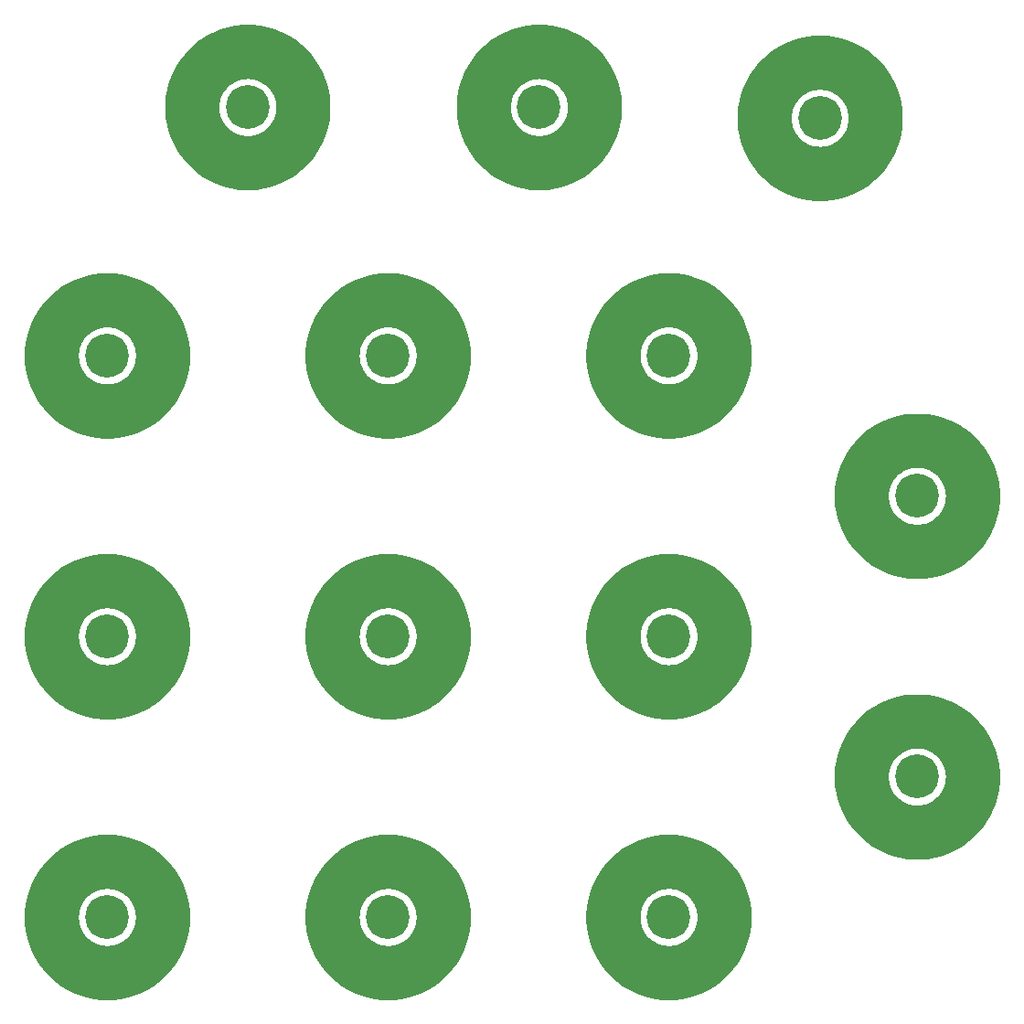
<source format=gbs>
%MOIN*%
%OFA0B0*%
%FSLAX34Y34*%
%IPPOS*%
%LPD*%
%AMOC8*
5,1,8,0,0,$1,22.5*%
%AMOC80*
5,1,8,0,0,$1,22.5*%
%AMOC81*
5,1,8,0,0,$1,22.5*%
%AMOC80*
5,1,8,0,0,$1,22.5*%
%AMOC81*
5,1,8,0,0,$1,22.5*%
%AMOC80*
5,1,8,0,0,$1,22.5*%
%AMOC81*
5,1,8,0,0,$1,22.5*%
%AMOC80*
5,1,8,0,0,$1,22.5*%
%AMOC81*
5,1,8,0,0,$1,22.5*%
%AMOC80*
5,1,8,0,0,$1,22.5*%
%AMOC81*
5,1,8,0,0,$1,22.5*%
%AMOC80*
5,1,8,0,0,$1,22.5*%
%AMOC81*
5,1,8,0,0,$1,22.5*%
%AMOC80*
5,1,8,0,0,$1,22.5*%
%ADD10C,0.15957480314960631*%
%ADD11C,0.19685039370078741*%
%ADD22C,0.15957480314960631*%
%ADD23C,0.19685039370078741*%
%ADD24C,0.15957480314960631*%
%ADD25C,0.19685039370078741*%
%ADD26C,0.15957480314960631*%
%ADD27C,0.19685039370078741*%
%ADD28C,0.15957480314960631*%
%ADD29C,0.19685039370078741*%
%ADD30C,0.15957480314960631*%
%ADD31C,0.19685039370078741*%
%ADD32C,0.15957480314960631*%
%ADD33C,0.19685039370078741*%
%ADD34C,0.15957480314960631*%
%ADD35C,0.19685039370078741*%
%ADD36C,0.15957480314960631*%
%ADD37C,0.19685039370078741*%
%ADD38C,0.15957480314960631*%
%ADD39C,0.19685039370078741*%
%ADD40C,0.15957480314960631*%
%ADD41C,0.19685039370078741*%
%ADD42C,0.15957480314960631*%
%ADD43C,0.19685039370078741*%
%ADD44C,0.15957480314960631*%
%ADD45C,0.19685039370078741*%
%ADD46C,0.15957480314960631*%
%ADD47C,0.19685039370078741*%
G75*
G01*
D10*
X0004724Y0004724D02*
X0004724Y0004724D03*
D11*
X0002696Y0004724D02*
X0002697Y0004774D01*
X0002699Y0004823D01*
X0002702Y0004873D01*
X0002706Y0004923D01*
X0002712Y0004972D01*
X0002718Y0005021D01*
X0002726Y0005071D01*
X0002735Y0005119D01*
X0002746Y0005168D01*
X0002757Y0005217D01*
X0002770Y0005265D01*
X0002784Y0005312D01*
X0002799Y0005360D01*
X0002815Y0005407D01*
X0002832Y0005454D01*
X0002851Y0005500D01*
X0002870Y0005546D01*
X0002891Y0005591D01*
X0002913Y0005636D01*
X0002936Y0005680D01*
X0002960Y0005723D01*
X0002985Y0005766D01*
X0003011Y0005809D01*
X0003038Y0005850D01*
X0003066Y0005891D01*
X0003095Y0005932D01*
X0003125Y0005971D01*
X0003157Y0006010D01*
X0003189Y0006048D01*
X0003222Y0006086D01*
X0003255Y0006122D01*
X0003290Y0006158D01*
X0003326Y0006192D01*
X0003362Y0006226D01*
X0003400Y0006259D01*
X0003438Y0006291D01*
X0003477Y0006322D01*
X0003516Y0006352D01*
X0003556Y0006382D01*
X0003597Y0006410D01*
X0003639Y0006437D01*
X0003682Y0006463D01*
X0003725Y0006488D01*
X0003768Y0006512D01*
X0003812Y0006535D01*
X0003857Y0006557D01*
X0003902Y0006577D01*
X0003948Y0006597D01*
X0003994Y0006616D01*
X0004041Y0006633D01*
X0004088Y0006649D01*
X0004135Y0006664D01*
X0004183Y0006678D01*
X0004231Y0006691D01*
X0004280Y0006702D01*
X0004328Y0006712D01*
X0004377Y0006722D01*
X0004426Y0006730D01*
X0004476Y0006736D01*
X0004525Y0006742D01*
X0004575Y0006746D01*
X0004624Y0006749D01*
X0004674Y0006751D01*
X0004724Y0006751D01*
X0004774Y0006751D01*
X0004823Y0006749D01*
X0004873Y0006746D01*
X0004923Y0006742D01*
X0004972Y0006736D01*
X0005021Y0006730D01*
X0005071Y0006722D01*
X0005119Y0006712D01*
X0005168Y0006702D01*
X0005217Y0006691D01*
X0005265Y0006678D01*
X0005312Y0006664D01*
X0005360Y0006649D01*
X0005407Y0006633D01*
X0005454Y0006616D01*
X0005500Y0006597D01*
X0005546Y0006577D01*
X0005591Y0006557D01*
X0005636Y0006535D01*
X0005680Y0006512D01*
X0005723Y0006488D01*
X0005766Y0006463D01*
X0005809Y0006437D01*
X0005850Y0006410D01*
X0005891Y0006382D01*
X0005932Y0006352D01*
X0005971Y0006322D01*
X0006010Y0006291D01*
X0006048Y0006259D01*
X0006086Y0006226D01*
X0006122Y0006192D01*
X0006158Y0006158D01*
X0006192Y0006122D01*
X0006226Y0006086D01*
X0006259Y0006048D01*
X0006291Y0006010D01*
X0006322Y0005971D01*
X0006352Y0005932D01*
X0006382Y0005891D01*
X0006410Y0005850D01*
X0006437Y0005809D01*
X0006463Y0005766D01*
X0006488Y0005723D01*
X0006512Y0005680D01*
X0006535Y0005636D01*
X0006557Y0005591D01*
X0006577Y0005546D01*
X0006597Y0005500D01*
X0006616Y0005454D01*
X0006633Y0005407D01*
X0006649Y0005360D01*
X0006664Y0005312D01*
X0006678Y0005265D01*
X0006691Y0005217D01*
X0006702Y0005168D01*
X0006712Y0005119D01*
X0006722Y0005071D01*
X0006730Y0005021D01*
X0006736Y0004972D01*
X0006742Y0004923D01*
X0006746Y0004873D01*
X0006749Y0004823D01*
X0006751Y0004774D01*
X0006751Y0004724D01*
X0006751Y0004674D01*
X0006749Y0004624D01*
X0006746Y0004575D01*
X0006742Y0004525D01*
X0006736Y0004476D01*
X0006730Y0004426D01*
X0006722Y0004377D01*
X0006712Y0004328D01*
X0006702Y0004280D01*
X0006691Y0004231D01*
X0006678Y0004183D01*
X0006664Y0004135D01*
X0006649Y0004088D01*
X0006633Y0004041D01*
X0006616Y0003994D01*
X0006597Y0003948D01*
X0006577Y0003902D01*
X0006557Y0003857D01*
X0006535Y0003812D01*
X0006512Y0003768D01*
X0006488Y0003725D01*
X0006463Y0003682D01*
X0006437Y0003639D01*
X0006410Y0003597D01*
X0006382Y0003556D01*
X0006352Y0003516D01*
X0006322Y0003477D01*
X0006291Y0003438D01*
X0006259Y0003400D01*
X0006226Y0003362D01*
X0006192Y0003326D01*
X0006158Y0003290D01*
X0006122Y0003255D01*
X0006086Y0003222D01*
X0006048Y0003189D01*
X0006010Y0003157D01*
X0005971Y0003125D01*
X0005932Y0003095D01*
X0005891Y0003066D01*
X0005850Y0003038D01*
X0005809Y0003011D01*
X0005766Y0002985D01*
X0005723Y0002960D01*
X0005680Y0002936D01*
X0005636Y0002913D01*
X0005591Y0002891D01*
X0005546Y0002870D01*
X0005500Y0002851D01*
X0005454Y0002832D01*
X0005407Y0002815D01*
X0005360Y0002799D01*
X0005312Y0002784D01*
X0005265Y0002770D01*
X0005217Y0002757D01*
X0005168Y0002746D01*
X0005119Y0002735D01*
X0005071Y0002726D01*
X0005021Y0002718D01*
X0004972Y0002712D01*
X0004923Y0002706D01*
X0004873Y0002702D01*
X0004823Y0002699D01*
X0004774Y0002697D01*
X0004724Y0002696D01*
X0004674Y0002697D01*
X0004624Y0002699D01*
X0004575Y0002702D01*
X0004525Y0002706D01*
X0004476Y0002712D01*
X0004426Y0002718D01*
X0004377Y0002726D01*
X0004328Y0002735D01*
X0004280Y0002746D01*
X0004231Y0002757D01*
X0004183Y0002770D01*
X0004135Y0002784D01*
X0004088Y0002799D01*
X0004041Y0002815D01*
X0003994Y0002832D01*
X0003948Y0002851D01*
X0003902Y0002870D01*
X0003857Y0002891D01*
X0003812Y0002913D01*
X0003768Y0002936D01*
X0003725Y0002960D01*
X0003682Y0002985D01*
X0003639Y0003011D01*
X0003597Y0003038D01*
X0003556Y0003066D01*
X0003516Y0003095D01*
X0003477Y0003125D01*
X0003438Y0003157D01*
X0003400Y0003189D01*
X0003362Y0003222D01*
X0003326Y0003255D01*
X0003290Y0003290D01*
X0003255Y0003326D01*
X0003222Y0003362D01*
X0003189Y0003400D01*
X0003157Y0003438D01*
X0003125Y0003477D01*
X0003095Y0003516D01*
X0003066Y0003556D01*
X0003038Y0003597D01*
X0003011Y0003639D01*
X0002985Y0003682D01*
X0002960Y0003725D01*
X0002936Y0003768D01*
X0002913Y0003812D01*
X0002891Y0003857D01*
X0002870Y0003902D01*
X0002851Y0003948D01*
X0002832Y0003994D01*
X0002815Y0004041D01*
X0002799Y0004088D01*
X0002784Y0004135D01*
X0002770Y0004183D01*
X0002757Y0004231D01*
X0002746Y0004280D01*
X0002735Y0004328D01*
X0002726Y0004377D01*
X0002718Y0004426D01*
X0002712Y0004476D01*
X0002706Y0004525D01*
X0002702Y0004575D01*
X0002699Y0004624D01*
X0002697Y0004674D01*
X0002696Y0004724D01*
X0002697Y0004774D01*
X0002699Y0004823D01*
X0002702Y0004873D01*
X0002706Y0004923D01*
X0002712Y0004972D01*
X0002718Y0005021D01*
X0002726Y0005071D01*
X0002735Y0005119D01*
X0002746Y0005168D01*
X0002757Y0005217D01*
X0002770Y0005265D01*
X0002784Y0005312D01*
X0002799Y0005360D01*
X0002815Y0005407D01*
X0002832Y0005454D01*
X0002851Y0005500D01*
X0002870Y0005546D01*
X0002891Y0005591D01*
X0002913Y0005636D01*
X0002936Y0005680D01*
X0002960Y0005723D01*
X0002985Y0005766D01*
X0003011Y0005809D01*
X0003038Y0005850D01*
X0003066Y0005891D01*
X0003095Y0005932D01*
X0003125Y0005971D01*
X0003157Y0006010D01*
X0003189Y0006048D01*
X0003222Y0006086D01*
X0003255Y0006122D01*
X0003290Y0006158D01*
X0003326Y0006192D01*
X0003362Y0006226D01*
X0003400Y0006259D01*
X0003438Y0006291D01*
X0003477Y0006322D01*
X0003516Y0006352D01*
X0003556Y0006382D01*
X0003597Y0006410D01*
X0003639Y0006437D01*
X0003682Y0006463D01*
X0003725Y0006488D01*
X0003768Y0006512D01*
X0003812Y0006535D01*
X0003857Y0006557D01*
X0003902Y0006577D01*
X0003948Y0006597D01*
X0003994Y0006616D01*
X0004041Y0006633D01*
X0004088Y0006649D01*
X0004135Y0006664D01*
X0004183Y0006678D01*
X0004231Y0006691D01*
X0004280Y0006702D01*
X0004328Y0006712D01*
X0004377Y0006722D01*
X0004426Y0006730D01*
X0004476Y0006736D01*
X0004525Y0006742D01*
X0004575Y0006746D01*
X0004624Y0006749D01*
X0004674Y0006751D01*
X0004724Y0006751D01*
X0004774Y0006751D01*
X0004823Y0006749D01*
X0004873Y0006746D01*
X0004923Y0006742D01*
X0004972Y0006736D01*
X0005021Y0006730D01*
X0005071Y0006722D01*
X0005119Y0006712D01*
X0005168Y0006702D01*
X0005217Y0006691D01*
X0005265Y0006678D01*
X0005312Y0006664D01*
X0005360Y0006649D01*
X0005407Y0006633D01*
X0005454Y0006616D01*
X0005500Y0006597D01*
X0005546Y0006577D01*
X0005591Y0006557D01*
X0005636Y0006535D01*
X0005680Y0006512D01*
X0005723Y0006488D01*
X0005766Y0006463D01*
X0005809Y0006437D01*
X0005850Y0006410D01*
X0005891Y0006382D01*
X0005932Y0006352D01*
X0005971Y0006322D01*
X0006010Y0006291D01*
X0006048Y0006259D01*
X0006086Y0006226D01*
X0006122Y0006192D01*
X0006158Y0006158D01*
X0006192Y0006122D01*
X0006226Y0006086D01*
X0006259Y0006048D01*
X0006291Y0006010D01*
X0006322Y0005971D01*
X0006352Y0005932D01*
X0006382Y0005891D01*
X0006410Y0005850D01*
X0006437Y0005809D01*
X0006463Y0005766D01*
X0006488Y0005723D01*
X0006512Y0005680D01*
X0006535Y0005636D01*
X0006557Y0005591D01*
X0006577Y0005546D01*
X0006597Y0005500D01*
X0006616Y0005454D01*
X0006633Y0005407D01*
X0006649Y0005360D01*
X0006664Y0005312D01*
X0006678Y0005265D01*
X0006691Y0005217D01*
X0006702Y0005168D01*
X0006712Y0005119D01*
X0006722Y0005071D01*
X0006730Y0005021D01*
X0006736Y0004972D01*
X0006742Y0004923D01*
X0006746Y0004873D01*
X0006749Y0004823D01*
X0006751Y0004774D01*
X0006751Y0004724D01*
X0006751Y0004674D01*
X0006749Y0004624D01*
X0006746Y0004575D01*
X0006742Y0004525D01*
X0006736Y0004476D01*
X0006730Y0004426D01*
X0006722Y0004377D01*
X0006712Y0004328D01*
X0006702Y0004280D01*
X0006691Y0004231D01*
X0006678Y0004183D01*
X0006664Y0004135D01*
X0006649Y0004088D01*
X0006633Y0004041D01*
X0006616Y0003994D01*
X0006597Y0003948D01*
X0006577Y0003902D01*
X0006557Y0003857D01*
X0006535Y0003812D01*
X0006512Y0003768D01*
X0006488Y0003725D01*
X0006463Y0003682D01*
X0006437Y0003639D01*
X0006410Y0003597D01*
X0006382Y0003556D01*
X0006352Y0003516D01*
X0006322Y0003477D01*
X0006291Y0003438D01*
X0006259Y0003400D01*
X0006226Y0003362D01*
X0006192Y0003326D01*
X0006158Y0003290D01*
X0006122Y0003255D01*
X0006086Y0003222D01*
X0006048Y0003189D01*
X0006010Y0003157D01*
X0005971Y0003125D01*
X0005932Y0003095D01*
X0005891Y0003066D01*
X0005850Y0003038D01*
X0005809Y0003011D01*
X0005766Y0002985D01*
X0005723Y0002960D01*
X0005680Y0002936D01*
X0005636Y0002913D01*
X0005591Y0002891D01*
X0005546Y0002870D01*
X0005500Y0002851D01*
X0005454Y0002832D01*
X0005407Y0002815D01*
X0005360Y0002799D01*
X0005312Y0002784D01*
X0005265Y0002770D01*
X0005217Y0002757D01*
X0005168Y0002746D01*
X0005119Y0002735D01*
X0005071Y0002726D01*
X0005021Y0002718D01*
X0004972Y0002712D01*
X0004923Y0002706D01*
X0004873Y0002702D01*
X0004823Y0002699D01*
X0004774Y0002697D01*
X0004724Y0002696D01*
X0004674Y0002697D01*
X0004624Y0002699D01*
X0004575Y0002702D01*
X0004525Y0002706D01*
X0004476Y0002712D01*
X0004426Y0002718D01*
X0004377Y0002726D01*
X0004328Y0002735D01*
X0004280Y0002746D01*
X0004231Y0002757D01*
X0004183Y0002770D01*
X0004135Y0002784D01*
X0004088Y0002799D01*
X0004041Y0002815D01*
X0003994Y0002832D01*
X0003948Y0002851D01*
X0003902Y0002870D01*
X0003857Y0002891D01*
X0003812Y0002913D01*
X0003768Y0002936D01*
X0003725Y0002960D01*
X0003682Y0002985D01*
X0003639Y0003011D01*
X0003597Y0003038D01*
X0003556Y0003066D01*
X0003516Y0003095D01*
X0003477Y0003125D01*
X0003438Y0003157D01*
X0003400Y0003189D01*
X0003362Y0003222D01*
X0003326Y0003255D01*
X0003290Y0003290D01*
X0003255Y0003326D01*
X0003222Y0003362D01*
X0003189Y0003400D01*
X0003157Y0003438D01*
X0003125Y0003477D01*
X0003095Y0003516D01*
X0003066Y0003556D01*
X0003038Y0003597D01*
X0003011Y0003639D01*
X0002985Y0003682D01*
X0002960Y0003725D01*
X0002936Y0003768D01*
X0002913Y0003812D01*
X0002891Y0003857D01*
X0002870Y0003902D01*
X0002851Y0003948D01*
X0002832Y0003994D01*
X0002815Y0004041D01*
X0002799Y0004088D01*
X0002784Y0004135D01*
X0002770Y0004183D01*
X0002757Y0004231D01*
X0002746Y0004280D01*
X0002735Y0004328D01*
X0002726Y0004377D01*
X0002718Y0004426D01*
X0002712Y0004476D01*
X0002706Y0004525D01*
X0002702Y0004575D01*
X0002699Y0004624D01*
X0002697Y0004674D01*
X0002696Y0004724D01*
G04 next file*
G04 EAGLE Gerber RS-274X export*
G75*
G01*
D22*
X0014960Y0004724D02*
X0014960Y0004724D03*
D23*
X0012933Y0004724D02*
X0012933Y0004774D01*
X0012935Y0004823D01*
X0012938Y0004873D01*
X0012942Y0004923D01*
X0012948Y0004972D01*
X0012955Y0005021D01*
X0012962Y0005071D01*
X0012972Y0005119D01*
X0012982Y0005168D01*
X0012993Y0005217D01*
X0013006Y0005265D01*
X0013020Y0005312D01*
X0013035Y0005360D01*
X0013051Y0005407D01*
X0013068Y0005454D01*
X0013087Y0005500D01*
X0013107Y0005546D01*
X0013127Y0005591D01*
X0013149Y0005636D01*
X0013172Y0005680D01*
X0013196Y0005723D01*
X0013221Y0005766D01*
X0013247Y0005809D01*
X0013274Y0005850D01*
X0013302Y0005891D01*
X0013332Y0005932D01*
X0013362Y0005971D01*
X0013393Y0006010D01*
X0013425Y0006048D01*
X0013458Y0006086D01*
X0013492Y0006122D01*
X0013526Y0006158D01*
X0013562Y0006192D01*
X0013599Y0006226D01*
X0013636Y0006259D01*
X0013674Y0006291D01*
X0013713Y0006322D01*
X0013752Y0006352D01*
X0013793Y0006382D01*
X0013834Y0006410D01*
X0013875Y0006437D01*
X0013918Y0006463D01*
X0013961Y0006488D01*
X0014004Y0006512D01*
X0014049Y0006535D01*
X0014093Y0006557D01*
X0014138Y0006577D01*
X0014184Y0006597D01*
X0014230Y0006616D01*
X0014277Y0006633D01*
X0014324Y0006649D01*
X0014372Y0006664D01*
X0014419Y0006678D01*
X0014467Y0006691D01*
X0014516Y0006702D01*
X0014565Y0006712D01*
X0014613Y0006722D01*
X0014663Y0006730D01*
X0014712Y0006736D01*
X0014761Y0006742D01*
X0014811Y0006746D01*
X0014861Y0006749D01*
X0014910Y0006751D01*
X0014960Y0006751D01*
X0015010Y0006751D01*
X0015060Y0006749D01*
X0015109Y0006746D01*
X0015159Y0006742D01*
X0015208Y0006736D01*
X0015258Y0006730D01*
X0015307Y0006722D01*
X0015356Y0006712D01*
X0015404Y0006702D01*
X0015453Y0006691D01*
X0015501Y0006678D01*
X0015549Y0006664D01*
X0015596Y0006649D01*
X0015643Y0006633D01*
X0015690Y0006616D01*
X0015736Y0006597D01*
X0015782Y0006577D01*
X0015827Y0006557D01*
X0015872Y0006535D01*
X0015916Y0006512D01*
X0015960Y0006488D01*
X0016002Y0006463D01*
X0016045Y0006437D01*
X0016087Y0006410D01*
X0016128Y0006382D01*
X0016168Y0006352D01*
X0016208Y0006322D01*
X0016246Y0006291D01*
X0016284Y0006259D01*
X0016322Y0006226D01*
X0016358Y0006192D01*
X0016394Y0006158D01*
X0016429Y0006122D01*
X0016462Y0006086D01*
X0016495Y0006048D01*
X0016527Y0006010D01*
X0016559Y0005971D01*
X0016589Y0005932D01*
X0016618Y0005891D01*
X0016646Y0005850D01*
X0016673Y0005809D01*
X0016699Y0005766D01*
X0016724Y0005723D01*
X0016748Y0005680D01*
X0016771Y0005636D01*
X0016793Y0005591D01*
X0016814Y0005546D01*
X0016833Y0005500D01*
X0016852Y0005454D01*
X0016869Y0005407D01*
X0016885Y0005360D01*
X0016900Y0005312D01*
X0016914Y0005265D01*
X0016927Y0005217D01*
X0016938Y0005168D01*
X0016949Y0005119D01*
X0016958Y0005071D01*
X0016966Y0005021D01*
X0016972Y0004972D01*
X0016978Y0004923D01*
X0016982Y0004873D01*
X0016985Y0004823D01*
X0016987Y0004774D01*
X0016988Y0004724D01*
X0016987Y0004674D01*
X0016985Y0004624D01*
X0016982Y0004575D01*
X0016978Y0004525D01*
X0016972Y0004476D01*
X0016966Y0004426D01*
X0016958Y0004377D01*
X0016949Y0004328D01*
X0016938Y0004280D01*
X0016927Y0004231D01*
X0016914Y0004183D01*
X0016900Y0004135D01*
X0016885Y0004088D01*
X0016869Y0004041D01*
X0016852Y0003994D01*
X0016833Y0003948D01*
X0016814Y0003902D01*
X0016793Y0003857D01*
X0016771Y0003812D01*
X0016748Y0003768D01*
X0016724Y0003725D01*
X0016699Y0003682D01*
X0016673Y0003639D01*
X0016646Y0003597D01*
X0016618Y0003556D01*
X0016589Y0003516D01*
X0016559Y0003477D01*
X0016527Y0003438D01*
X0016495Y0003400D01*
X0016462Y0003362D01*
X0016429Y0003326D01*
X0016394Y0003290D01*
X0016358Y0003255D01*
X0016322Y0003222D01*
X0016284Y0003189D01*
X0016246Y0003157D01*
X0016208Y0003125D01*
X0016168Y0003095D01*
X0016128Y0003066D01*
X0016087Y0003038D01*
X0016045Y0003011D01*
X0016002Y0002985D01*
X0015960Y0002960D01*
X0015916Y0002936D01*
X0015872Y0002913D01*
X0015827Y0002891D01*
X0015782Y0002870D01*
X0015736Y0002851D01*
X0015690Y0002832D01*
X0015643Y0002815D01*
X0015596Y0002799D01*
X0015549Y0002784D01*
X0015501Y0002770D01*
X0015453Y0002757D01*
X0015404Y0002746D01*
X0015356Y0002735D01*
X0015307Y0002726D01*
X0015258Y0002718D01*
X0015208Y0002712D01*
X0015159Y0002706D01*
X0015109Y0002702D01*
X0015060Y0002699D01*
X0015010Y0002697D01*
X0014960Y0002696D01*
X0014910Y0002697D01*
X0014861Y0002699D01*
X0014811Y0002702D01*
X0014761Y0002706D01*
X0014712Y0002712D01*
X0014663Y0002718D01*
X0014613Y0002726D01*
X0014565Y0002735D01*
X0014516Y0002746D01*
X0014467Y0002757D01*
X0014419Y0002770D01*
X0014372Y0002784D01*
X0014324Y0002799D01*
X0014277Y0002815D01*
X0014230Y0002832D01*
X0014184Y0002851D01*
X0014138Y0002870D01*
X0014093Y0002891D01*
X0014049Y0002913D01*
X0014004Y0002936D01*
X0013961Y0002960D01*
X0013918Y0002985D01*
X0013875Y0003011D01*
X0013834Y0003038D01*
X0013793Y0003066D01*
X0013752Y0003095D01*
X0013713Y0003125D01*
X0013674Y0003157D01*
X0013636Y0003189D01*
X0013599Y0003222D01*
X0013562Y0003255D01*
X0013526Y0003290D01*
X0013492Y0003326D01*
X0013458Y0003362D01*
X0013425Y0003400D01*
X0013393Y0003438D01*
X0013362Y0003477D01*
X0013332Y0003516D01*
X0013302Y0003556D01*
X0013274Y0003597D01*
X0013247Y0003639D01*
X0013221Y0003682D01*
X0013196Y0003725D01*
X0013172Y0003768D01*
X0013149Y0003812D01*
X0013127Y0003857D01*
X0013107Y0003902D01*
X0013087Y0003948D01*
X0013068Y0003994D01*
X0013051Y0004041D01*
X0013035Y0004088D01*
X0013020Y0004135D01*
X0013006Y0004183D01*
X0012993Y0004231D01*
X0012982Y0004280D01*
X0012972Y0004328D01*
X0012962Y0004377D01*
X0012955Y0004426D01*
X0012948Y0004476D01*
X0012942Y0004525D01*
X0012938Y0004575D01*
X0012935Y0004624D01*
X0012933Y0004674D01*
X0012933Y0004724D01*
X0012933Y0004774D01*
X0012935Y0004823D01*
X0012938Y0004873D01*
X0012942Y0004923D01*
X0012948Y0004972D01*
X0012955Y0005021D01*
X0012962Y0005071D01*
X0012972Y0005119D01*
X0012982Y0005168D01*
X0012993Y0005217D01*
X0013006Y0005265D01*
X0013020Y0005312D01*
X0013035Y0005360D01*
X0013051Y0005407D01*
X0013068Y0005454D01*
X0013087Y0005500D01*
X0013107Y0005546D01*
X0013127Y0005591D01*
X0013149Y0005636D01*
X0013172Y0005680D01*
X0013196Y0005723D01*
X0013221Y0005766D01*
X0013247Y0005809D01*
X0013274Y0005850D01*
X0013302Y0005891D01*
X0013332Y0005932D01*
X0013362Y0005971D01*
X0013393Y0006010D01*
X0013425Y0006048D01*
X0013458Y0006086D01*
X0013492Y0006122D01*
X0013526Y0006158D01*
X0013562Y0006192D01*
X0013599Y0006226D01*
X0013636Y0006259D01*
X0013674Y0006291D01*
X0013713Y0006322D01*
X0013752Y0006352D01*
X0013793Y0006382D01*
X0013834Y0006410D01*
X0013875Y0006437D01*
X0013918Y0006463D01*
X0013961Y0006488D01*
X0014004Y0006512D01*
X0014049Y0006535D01*
X0014093Y0006557D01*
X0014138Y0006577D01*
X0014184Y0006597D01*
X0014230Y0006616D01*
X0014277Y0006633D01*
X0014324Y0006649D01*
X0014372Y0006664D01*
X0014419Y0006678D01*
X0014467Y0006691D01*
X0014516Y0006702D01*
X0014565Y0006712D01*
X0014613Y0006722D01*
X0014663Y0006730D01*
X0014712Y0006736D01*
X0014761Y0006742D01*
X0014811Y0006746D01*
X0014861Y0006749D01*
X0014910Y0006751D01*
X0014960Y0006751D01*
X0015010Y0006751D01*
X0015060Y0006749D01*
X0015109Y0006746D01*
X0015159Y0006742D01*
X0015208Y0006736D01*
X0015258Y0006730D01*
X0015307Y0006722D01*
X0015356Y0006712D01*
X0015404Y0006702D01*
X0015453Y0006691D01*
X0015501Y0006678D01*
X0015549Y0006664D01*
X0015596Y0006649D01*
X0015643Y0006633D01*
X0015690Y0006616D01*
X0015736Y0006597D01*
X0015782Y0006577D01*
X0015827Y0006557D01*
X0015872Y0006535D01*
X0015916Y0006512D01*
X0015960Y0006488D01*
X0016002Y0006463D01*
X0016045Y0006437D01*
X0016087Y0006410D01*
X0016128Y0006382D01*
X0016168Y0006352D01*
X0016208Y0006322D01*
X0016246Y0006291D01*
X0016284Y0006259D01*
X0016322Y0006226D01*
X0016358Y0006192D01*
X0016394Y0006158D01*
X0016429Y0006122D01*
X0016462Y0006086D01*
X0016495Y0006048D01*
X0016527Y0006010D01*
X0016559Y0005971D01*
X0016589Y0005932D01*
X0016618Y0005891D01*
X0016646Y0005850D01*
X0016673Y0005809D01*
X0016699Y0005766D01*
X0016724Y0005723D01*
X0016748Y0005680D01*
X0016771Y0005636D01*
X0016793Y0005591D01*
X0016814Y0005546D01*
X0016833Y0005500D01*
X0016852Y0005454D01*
X0016869Y0005407D01*
X0016885Y0005360D01*
X0016900Y0005312D01*
X0016914Y0005265D01*
X0016927Y0005217D01*
X0016938Y0005168D01*
X0016949Y0005119D01*
X0016958Y0005071D01*
X0016966Y0005021D01*
X0016972Y0004972D01*
X0016978Y0004923D01*
X0016982Y0004873D01*
X0016985Y0004823D01*
X0016987Y0004774D01*
X0016988Y0004724D01*
X0016987Y0004674D01*
X0016985Y0004624D01*
X0016982Y0004575D01*
X0016978Y0004525D01*
X0016972Y0004476D01*
X0016966Y0004426D01*
X0016958Y0004377D01*
X0016949Y0004328D01*
X0016938Y0004280D01*
X0016927Y0004231D01*
X0016914Y0004183D01*
X0016900Y0004135D01*
X0016885Y0004088D01*
X0016869Y0004041D01*
X0016852Y0003994D01*
X0016833Y0003948D01*
X0016814Y0003902D01*
X0016793Y0003857D01*
X0016771Y0003812D01*
X0016748Y0003768D01*
X0016724Y0003725D01*
X0016699Y0003682D01*
X0016673Y0003639D01*
X0016646Y0003597D01*
X0016618Y0003556D01*
X0016589Y0003516D01*
X0016559Y0003477D01*
X0016527Y0003438D01*
X0016495Y0003400D01*
X0016462Y0003362D01*
X0016429Y0003326D01*
X0016394Y0003290D01*
X0016358Y0003255D01*
X0016322Y0003222D01*
X0016284Y0003189D01*
X0016246Y0003157D01*
X0016208Y0003125D01*
X0016168Y0003095D01*
X0016128Y0003066D01*
X0016087Y0003038D01*
X0016045Y0003011D01*
X0016002Y0002985D01*
X0015960Y0002960D01*
X0015916Y0002936D01*
X0015872Y0002913D01*
X0015827Y0002891D01*
X0015782Y0002870D01*
X0015736Y0002851D01*
X0015690Y0002832D01*
X0015643Y0002815D01*
X0015596Y0002799D01*
X0015549Y0002784D01*
X0015501Y0002770D01*
X0015453Y0002757D01*
X0015404Y0002746D01*
X0015356Y0002735D01*
X0015307Y0002726D01*
X0015258Y0002718D01*
X0015208Y0002712D01*
X0015159Y0002706D01*
X0015109Y0002702D01*
X0015060Y0002699D01*
X0015010Y0002697D01*
X0014960Y0002696D01*
X0014910Y0002697D01*
X0014861Y0002699D01*
X0014811Y0002702D01*
X0014761Y0002706D01*
X0014712Y0002712D01*
X0014663Y0002718D01*
X0014613Y0002726D01*
X0014565Y0002735D01*
X0014516Y0002746D01*
X0014467Y0002757D01*
X0014419Y0002770D01*
X0014372Y0002784D01*
X0014324Y0002799D01*
X0014277Y0002815D01*
X0014230Y0002832D01*
X0014184Y0002851D01*
X0014138Y0002870D01*
X0014093Y0002891D01*
X0014049Y0002913D01*
X0014004Y0002936D01*
X0013961Y0002960D01*
X0013918Y0002985D01*
X0013875Y0003011D01*
X0013834Y0003038D01*
X0013793Y0003066D01*
X0013752Y0003095D01*
X0013713Y0003125D01*
X0013674Y0003157D01*
X0013636Y0003189D01*
X0013599Y0003222D01*
X0013562Y0003255D01*
X0013526Y0003290D01*
X0013492Y0003326D01*
X0013458Y0003362D01*
X0013425Y0003400D01*
X0013393Y0003438D01*
X0013362Y0003477D01*
X0013332Y0003516D01*
X0013302Y0003556D01*
X0013274Y0003597D01*
X0013247Y0003639D01*
X0013221Y0003682D01*
X0013196Y0003725D01*
X0013172Y0003768D01*
X0013149Y0003812D01*
X0013127Y0003857D01*
X0013107Y0003902D01*
X0013087Y0003948D01*
X0013068Y0003994D01*
X0013051Y0004041D01*
X0013035Y0004088D01*
X0013020Y0004135D01*
X0013006Y0004183D01*
X0012993Y0004231D01*
X0012982Y0004280D01*
X0012972Y0004328D01*
X0012962Y0004377D01*
X0012955Y0004426D01*
X0012948Y0004476D01*
X0012942Y0004525D01*
X0012938Y0004575D01*
X0012935Y0004624D01*
X0012933Y0004674D01*
X0012933Y0004724D01*
G04 next file*
G04 EAGLE Gerber RS-274X export*
G75*
G01*
D24*
X0025196Y0004724D02*
X0025196Y0004724D03*
D25*
X0023169Y0004724D02*
X0023169Y0004774D01*
X0023171Y0004823D01*
X0023174Y0004873D01*
X0023179Y0004923D01*
X0023184Y0004972D01*
X0023191Y0005021D01*
X0023199Y0005071D01*
X0023208Y0005119D01*
X0023218Y0005168D01*
X0023230Y0005217D01*
X0023242Y0005265D01*
X0023256Y0005312D01*
X0023271Y0005360D01*
X0023287Y0005407D01*
X0023305Y0005454D01*
X0023323Y0005500D01*
X0023343Y0005546D01*
X0023363Y0005591D01*
X0023385Y0005636D01*
X0023408Y0005680D01*
X0023432Y0005723D01*
X0023457Y0005766D01*
X0023483Y0005809D01*
X0023510Y0005850D01*
X0023539Y0005891D01*
X0023568Y0005932D01*
X0023598Y0005971D01*
X0023629Y0006010D01*
X0023661Y0006048D01*
X0023694Y0006086D01*
X0023728Y0006122D01*
X0023763Y0006158D01*
X0023798Y0006192D01*
X0023835Y0006226D01*
X0023872Y0006259D01*
X0023910Y0006291D01*
X0023949Y0006322D01*
X0023989Y0006352D01*
X0024029Y0006382D01*
X0024070Y0006410D01*
X0024112Y0006437D01*
X0024154Y0006463D01*
X0024197Y0006488D01*
X0024241Y0006512D01*
X0024285Y0006535D01*
X0024329Y0006557D01*
X0024375Y0006577D01*
X0024420Y0006597D01*
X0024467Y0006616D01*
X0024513Y0006633D01*
X0024560Y0006649D01*
X0024608Y0006664D01*
X0024656Y0006678D01*
X0024704Y0006691D01*
X0024752Y0006702D01*
X0024801Y0006712D01*
X0024850Y0006722D01*
X0024899Y0006730D01*
X0024948Y0006736D01*
X0024998Y0006742D01*
X0025047Y0006746D01*
X0025097Y0006749D01*
X0025147Y0006751D01*
X0025196Y0006751D01*
X0025246Y0006751D01*
X0025296Y0006749D01*
X0025346Y0006746D01*
X0025395Y0006742D01*
X0025445Y0006736D01*
X0025494Y0006730D01*
X0025543Y0006722D01*
X0025592Y0006712D01*
X0025641Y0006702D01*
X0025689Y0006691D01*
X0025737Y0006678D01*
X0025785Y0006664D01*
X0025832Y0006649D01*
X0025879Y0006633D01*
X0025926Y0006616D01*
X0025972Y0006597D01*
X0026018Y0006577D01*
X0026063Y0006557D01*
X0026108Y0006535D01*
X0026152Y0006512D01*
X0026196Y0006488D01*
X0026239Y0006463D01*
X0026281Y0006437D01*
X0026323Y0006410D01*
X0026364Y0006382D01*
X0026404Y0006352D01*
X0026444Y0006322D01*
X0026483Y0006291D01*
X0026521Y0006259D01*
X0026558Y0006226D01*
X0026594Y0006192D01*
X0026630Y0006158D01*
X0026665Y0006122D01*
X0026699Y0006086D01*
X0026732Y0006048D01*
X0026764Y0006010D01*
X0026795Y0005971D01*
X0026825Y0005932D01*
X0026854Y0005891D01*
X0026882Y0005850D01*
X0026909Y0005809D01*
X0026935Y0005766D01*
X0026960Y0005723D01*
X0026985Y0005680D01*
X0027007Y0005636D01*
X0027029Y0005591D01*
X0027050Y0005546D01*
X0027070Y0005500D01*
X0027088Y0005454D01*
X0027105Y0005407D01*
X0027122Y0005360D01*
X0027137Y0005312D01*
X0027150Y0005265D01*
X0027163Y0005217D01*
X0027175Y0005168D01*
X0027185Y0005119D01*
X0027194Y0005071D01*
X0027202Y0005021D01*
X0027209Y0004972D01*
X0027214Y0004923D01*
X0027218Y0004873D01*
X0027221Y0004823D01*
X0027223Y0004774D01*
X0027224Y0004724D01*
X0027223Y0004674D01*
X0027221Y0004624D01*
X0027218Y0004575D01*
X0027214Y0004525D01*
X0027209Y0004476D01*
X0027202Y0004426D01*
X0027194Y0004377D01*
X0027185Y0004328D01*
X0027175Y0004280D01*
X0027163Y0004231D01*
X0027150Y0004183D01*
X0027137Y0004135D01*
X0027122Y0004088D01*
X0027105Y0004041D01*
X0027088Y0003994D01*
X0027070Y0003948D01*
X0027050Y0003902D01*
X0027029Y0003857D01*
X0027007Y0003812D01*
X0026985Y0003768D01*
X0026960Y0003725D01*
X0026935Y0003682D01*
X0026909Y0003639D01*
X0026882Y0003597D01*
X0026854Y0003556D01*
X0026825Y0003516D01*
X0026795Y0003477D01*
X0026764Y0003438D01*
X0026732Y0003400D01*
X0026699Y0003362D01*
X0026665Y0003326D01*
X0026630Y0003290D01*
X0026594Y0003255D01*
X0026558Y0003222D01*
X0026521Y0003189D01*
X0026483Y0003157D01*
X0026444Y0003125D01*
X0026404Y0003095D01*
X0026364Y0003066D01*
X0026323Y0003038D01*
X0026281Y0003011D01*
X0026239Y0002985D01*
X0026196Y0002960D01*
X0026152Y0002936D01*
X0026108Y0002913D01*
X0026063Y0002891D01*
X0026018Y0002870D01*
X0025972Y0002851D01*
X0025926Y0002832D01*
X0025879Y0002815D01*
X0025832Y0002799D01*
X0025785Y0002784D01*
X0025737Y0002770D01*
X0025689Y0002757D01*
X0025641Y0002746D01*
X0025592Y0002735D01*
X0025543Y0002726D01*
X0025494Y0002718D01*
X0025445Y0002712D01*
X0025395Y0002706D01*
X0025346Y0002702D01*
X0025296Y0002699D01*
X0025246Y0002697D01*
X0025196Y0002696D01*
X0025147Y0002697D01*
X0025097Y0002699D01*
X0025047Y0002702D01*
X0024998Y0002706D01*
X0024948Y0002712D01*
X0024899Y0002718D01*
X0024850Y0002726D01*
X0024801Y0002735D01*
X0024752Y0002746D01*
X0024704Y0002757D01*
X0024656Y0002770D01*
X0024608Y0002784D01*
X0024560Y0002799D01*
X0024513Y0002815D01*
X0024467Y0002832D01*
X0024420Y0002851D01*
X0024375Y0002870D01*
X0024329Y0002891D01*
X0024285Y0002913D01*
X0024241Y0002936D01*
X0024197Y0002960D01*
X0024154Y0002985D01*
X0024112Y0003011D01*
X0024070Y0003038D01*
X0024029Y0003066D01*
X0023989Y0003095D01*
X0023949Y0003125D01*
X0023910Y0003157D01*
X0023872Y0003189D01*
X0023835Y0003222D01*
X0023798Y0003255D01*
X0023763Y0003290D01*
X0023728Y0003326D01*
X0023694Y0003362D01*
X0023661Y0003400D01*
X0023629Y0003438D01*
X0023598Y0003477D01*
X0023568Y0003516D01*
X0023539Y0003556D01*
X0023510Y0003597D01*
X0023483Y0003639D01*
X0023457Y0003682D01*
X0023432Y0003725D01*
X0023408Y0003768D01*
X0023385Y0003812D01*
X0023363Y0003857D01*
X0023343Y0003902D01*
X0023323Y0003948D01*
X0023305Y0003994D01*
X0023287Y0004041D01*
X0023271Y0004088D01*
X0023256Y0004135D01*
X0023242Y0004183D01*
X0023230Y0004231D01*
X0023218Y0004280D01*
X0023208Y0004328D01*
X0023199Y0004377D01*
X0023191Y0004426D01*
X0023184Y0004476D01*
X0023179Y0004525D01*
X0023174Y0004575D01*
X0023171Y0004624D01*
X0023169Y0004674D01*
X0023169Y0004724D01*
X0023169Y0004774D01*
X0023171Y0004823D01*
X0023174Y0004873D01*
X0023179Y0004923D01*
X0023184Y0004972D01*
X0023191Y0005021D01*
X0023199Y0005071D01*
X0023208Y0005119D01*
X0023218Y0005168D01*
X0023230Y0005217D01*
X0023242Y0005265D01*
X0023256Y0005312D01*
X0023271Y0005360D01*
X0023287Y0005407D01*
X0023305Y0005454D01*
X0023323Y0005500D01*
X0023343Y0005546D01*
X0023363Y0005591D01*
X0023385Y0005636D01*
X0023408Y0005680D01*
X0023432Y0005723D01*
X0023457Y0005766D01*
X0023483Y0005809D01*
X0023510Y0005850D01*
X0023539Y0005891D01*
X0023568Y0005932D01*
X0023598Y0005971D01*
X0023629Y0006010D01*
X0023661Y0006048D01*
X0023694Y0006086D01*
X0023728Y0006122D01*
X0023763Y0006158D01*
X0023798Y0006192D01*
X0023835Y0006226D01*
X0023872Y0006259D01*
X0023910Y0006291D01*
X0023949Y0006322D01*
X0023989Y0006352D01*
X0024029Y0006382D01*
X0024070Y0006410D01*
X0024112Y0006437D01*
X0024154Y0006463D01*
X0024197Y0006488D01*
X0024241Y0006512D01*
X0024285Y0006535D01*
X0024329Y0006557D01*
X0024375Y0006577D01*
X0024420Y0006597D01*
X0024467Y0006616D01*
X0024513Y0006633D01*
X0024560Y0006649D01*
X0024608Y0006664D01*
X0024656Y0006678D01*
X0024704Y0006691D01*
X0024752Y0006702D01*
X0024801Y0006712D01*
X0024850Y0006722D01*
X0024899Y0006730D01*
X0024948Y0006736D01*
X0024998Y0006742D01*
X0025047Y0006746D01*
X0025097Y0006749D01*
X0025147Y0006751D01*
X0025196Y0006751D01*
X0025246Y0006751D01*
X0025296Y0006749D01*
X0025346Y0006746D01*
X0025395Y0006742D01*
X0025445Y0006736D01*
X0025494Y0006730D01*
X0025543Y0006722D01*
X0025592Y0006712D01*
X0025641Y0006702D01*
X0025689Y0006691D01*
X0025737Y0006678D01*
X0025785Y0006664D01*
X0025832Y0006649D01*
X0025879Y0006633D01*
X0025926Y0006616D01*
X0025972Y0006597D01*
X0026018Y0006577D01*
X0026063Y0006557D01*
X0026108Y0006535D01*
X0026152Y0006512D01*
X0026196Y0006488D01*
X0026239Y0006463D01*
X0026281Y0006437D01*
X0026323Y0006410D01*
X0026364Y0006382D01*
X0026404Y0006352D01*
X0026444Y0006322D01*
X0026483Y0006291D01*
X0026521Y0006259D01*
X0026558Y0006226D01*
X0026594Y0006192D01*
X0026630Y0006158D01*
X0026665Y0006122D01*
X0026699Y0006086D01*
X0026732Y0006048D01*
X0026764Y0006010D01*
X0026795Y0005971D01*
X0026825Y0005932D01*
X0026854Y0005891D01*
X0026882Y0005850D01*
X0026909Y0005809D01*
X0026935Y0005766D01*
X0026960Y0005723D01*
X0026985Y0005680D01*
X0027007Y0005636D01*
X0027029Y0005591D01*
X0027050Y0005546D01*
X0027070Y0005500D01*
X0027088Y0005454D01*
X0027105Y0005407D01*
X0027122Y0005360D01*
X0027137Y0005312D01*
X0027150Y0005265D01*
X0027163Y0005217D01*
X0027175Y0005168D01*
X0027185Y0005119D01*
X0027194Y0005071D01*
X0027202Y0005021D01*
X0027209Y0004972D01*
X0027214Y0004923D01*
X0027218Y0004873D01*
X0027221Y0004823D01*
X0027223Y0004774D01*
X0027224Y0004724D01*
X0027223Y0004674D01*
X0027221Y0004624D01*
X0027218Y0004575D01*
X0027214Y0004525D01*
X0027209Y0004476D01*
X0027202Y0004426D01*
X0027194Y0004377D01*
X0027185Y0004328D01*
X0027175Y0004280D01*
X0027163Y0004231D01*
X0027150Y0004183D01*
X0027137Y0004135D01*
X0027122Y0004088D01*
X0027105Y0004041D01*
X0027088Y0003994D01*
X0027070Y0003948D01*
X0027050Y0003902D01*
X0027029Y0003857D01*
X0027007Y0003812D01*
X0026985Y0003768D01*
X0026960Y0003725D01*
X0026935Y0003682D01*
X0026909Y0003639D01*
X0026882Y0003597D01*
X0026854Y0003556D01*
X0026825Y0003516D01*
X0026795Y0003477D01*
X0026764Y0003438D01*
X0026732Y0003400D01*
X0026699Y0003362D01*
X0026665Y0003326D01*
X0026630Y0003290D01*
X0026594Y0003255D01*
X0026558Y0003222D01*
X0026521Y0003189D01*
X0026483Y0003157D01*
X0026444Y0003125D01*
X0026404Y0003095D01*
X0026364Y0003066D01*
X0026323Y0003038D01*
X0026281Y0003011D01*
X0026239Y0002985D01*
X0026196Y0002960D01*
X0026152Y0002936D01*
X0026108Y0002913D01*
X0026063Y0002891D01*
X0026018Y0002870D01*
X0025972Y0002851D01*
X0025926Y0002832D01*
X0025879Y0002815D01*
X0025832Y0002799D01*
X0025785Y0002784D01*
X0025737Y0002770D01*
X0025689Y0002757D01*
X0025641Y0002746D01*
X0025592Y0002735D01*
X0025543Y0002726D01*
X0025494Y0002718D01*
X0025445Y0002712D01*
X0025395Y0002706D01*
X0025346Y0002702D01*
X0025296Y0002699D01*
X0025246Y0002697D01*
X0025196Y0002696D01*
X0025147Y0002697D01*
X0025097Y0002699D01*
X0025047Y0002702D01*
X0024998Y0002706D01*
X0024948Y0002712D01*
X0024899Y0002718D01*
X0024850Y0002726D01*
X0024801Y0002735D01*
X0024752Y0002746D01*
X0024704Y0002757D01*
X0024656Y0002770D01*
X0024608Y0002784D01*
X0024560Y0002799D01*
X0024513Y0002815D01*
X0024467Y0002832D01*
X0024420Y0002851D01*
X0024375Y0002870D01*
X0024329Y0002891D01*
X0024285Y0002913D01*
X0024241Y0002936D01*
X0024197Y0002960D01*
X0024154Y0002985D01*
X0024112Y0003011D01*
X0024070Y0003038D01*
X0024029Y0003066D01*
X0023989Y0003095D01*
X0023949Y0003125D01*
X0023910Y0003157D01*
X0023872Y0003189D01*
X0023835Y0003222D01*
X0023798Y0003255D01*
X0023763Y0003290D01*
X0023728Y0003326D01*
X0023694Y0003362D01*
X0023661Y0003400D01*
X0023629Y0003438D01*
X0023598Y0003477D01*
X0023568Y0003516D01*
X0023539Y0003556D01*
X0023510Y0003597D01*
X0023483Y0003639D01*
X0023457Y0003682D01*
X0023432Y0003725D01*
X0023408Y0003768D01*
X0023385Y0003812D01*
X0023363Y0003857D01*
X0023343Y0003902D01*
X0023323Y0003948D01*
X0023305Y0003994D01*
X0023287Y0004041D01*
X0023271Y0004088D01*
X0023256Y0004135D01*
X0023242Y0004183D01*
X0023230Y0004231D01*
X0023218Y0004280D01*
X0023208Y0004328D01*
X0023199Y0004377D01*
X0023191Y0004426D01*
X0023184Y0004476D01*
X0023179Y0004525D01*
X0023174Y0004575D01*
X0023171Y0004624D01*
X0023169Y0004674D01*
X0023169Y0004724D01*
G04 next file*
G04 EAGLE Gerber RS-274X export*
G75*
G01*
D26*
X0034251Y0009842D02*
X0034251Y0009842D03*
D27*
X0032224Y0009842D02*
X0032225Y0009892D01*
X0032226Y0009942D01*
X0032229Y0009991D01*
X0032234Y0010041D01*
X0032239Y0010090D01*
X0032246Y0010140D01*
X0032254Y0010189D01*
X0032263Y0010238D01*
X0032273Y0010286D01*
X0032285Y0010335D01*
X0032297Y0010383D01*
X0032311Y0010431D01*
X0032326Y0010478D01*
X0032342Y0010525D01*
X0032360Y0010572D01*
X0032378Y0010618D01*
X0032398Y0010664D01*
X0032419Y0010709D01*
X0032440Y0010754D01*
X0032463Y0010798D01*
X0032487Y0010841D01*
X0032512Y0010884D01*
X0032538Y0010927D01*
X0032566Y0010968D01*
X0032594Y0011010D01*
X0032623Y0011050D01*
X0032653Y0011089D01*
X0032684Y0011128D01*
X0032716Y0011166D01*
X0032749Y0011204D01*
X0032783Y0011240D01*
X0032818Y0011276D01*
X0032853Y0011310D01*
X0032890Y0011344D01*
X0032927Y0011377D01*
X0032965Y0011409D01*
X0033004Y0011440D01*
X0033044Y0011471D01*
X0033084Y0011500D01*
X0033125Y0011528D01*
X0033167Y0011555D01*
X0033209Y0011581D01*
X0033252Y0011606D01*
X0033296Y0011630D01*
X0033340Y0011653D01*
X0033385Y0011675D01*
X0033430Y0011696D01*
X0033476Y0011715D01*
X0033522Y0011734D01*
X0033568Y0011751D01*
X0033615Y0011767D01*
X0033663Y0011782D01*
X0033711Y0011796D01*
X0033759Y0011809D01*
X0033807Y0011820D01*
X0033856Y0011831D01*
X0033905Y0011840D01*
X0033954Y0011848D01*
X0034003Y0011854D01*
X0034053Y0011860D01*
X0034102Y0011864D01*
X0034152Y0011867D01*
X0034202Y0011869D01*
X0034251Y0011870D01*
X0034301Y0011869D01*
X0034351Y0011867D01*
X0034401Y0011864D01*
X0034450Y0011860D01*
X0034500Y0011854D01*
X0034549Y0011848D01*
X0034598Y0011840D01*
X0034647Y0011831D01*
X0034696Y0011820D01*
X0034744Y0011809D01*
X0034792Y0011796D01*
X0034840Y0011782D01*
X0034887Y0011767D01*
X0034935Y0011751D01*
X0034981Y0011734D01*
X0035027Y0011715D01*
X0035073Y0011696D01*
X0035118Y0011675D01*
X0035163Y0011653D01*
X0035207Y0011630D01*
X0035251Y0011606D01*
X0035294Y0011581D01*
X0035336Y0011555D01*
X0035378Y0011528D01*
X0035419Y0011500D01*
X0035459Y0011471D01*
X0035499Y0011440D01*
X0035538Y0011409D01*
X0035576Y0011377D01*
X0035613Y0011344D01*
X0035650Y0011310D01*
X0035685Y0011276D01*
X0035720Y0011240D01*
X0035754Y0011204D01*
X0035787Y0011166D01*
X0035819Y0011128D01*
X0035850Y0011089D01*
X0035880Y0011050D01*
X0035909Y0011010D01*
X0035937Y0010968D01*
X0035964Y0010927D01*
X0035991Y0010884D01*
X0036016Y0010841D01*
X0036040Y0010798D01*
X0036063Y0010754D01*
X0036084Y0010709D01*
X0036105Y0010664D01*
X0036125Y0010618D01*
X0036143Y0010572D01*
X0036161Y0010525D01*
X0036177Y0010478D01*
X0036192Y0010431D01*
X0036206Y0010383D01*
X0036218Y0010335D01*
X0036230Y0010286D01*
X0036240Y0010238D01*
X0036249Y0010189D01*
X0036257Y0010140D01*
X0036264Y0010090D01*
X0036269Y0010041D01*
X0036274Y0009991D01*
X0036277Y0009942D01*
X0036278Y0009892D01*
X0036279Y0009842D01*
X0036278Y0009792D01*
X0036277Y0009743D01*
X0036274Y0009693D01*
X0036269Y0009643D01*
X0036264Y0009594D01*
X0036257Y0009545D01*
X0036249Y0009495D01*
X0036240Y0009446D01*
X0036230Y0009398D01*
X0036218Y0009349D01*
X0036206Y0009301D01*
X0036192Y0009253D01*
X0036177Y0009206D01*
X0036161Y0009159D01*
X0036143Y0009112D01*
X0036125Y0009066D01*
X0036105Y0009020D01*
X0036084Y0008975D01*
X0036063Y0008930D01*
X0036040Y0008886D01*
X0036016Y0008843D01*
X0035991Y0008800D01*
X0035964Y0008757D01*
X0035937Y0008716D01*
X0035909Y0008675D01*
X0035880Y0008634D01*
X0035850Y0008595D01*
X0035819Y0008556D01*
X0035787Y0008518D01*
X0035754Y0008480D01*
X0035720Y0008444D01*
X0035685Y0008408D01*
X0035650Y0008374D01*
X0035613Y0008340D01*
X0035576Y0008307D01*
X0035538Y0008275D01*
X0035499Y0008244D01*
X0035459Y0008213D01*
X0035419Y0008184D01*
X0035378Y0008156D01*
X0035336Y0008129D01*
X0035294Y0008103D01*
X0035251Y0008078D01*
X0035207Y0008054D01*
X0035163Y0008031D01*
X0035118Y0008009D01*
X0035073Y0007988D01*
X0035027Y0007969D01*
X0034981Y0007950D01*
X0034935Y0007933D01*
X0034887Y0007917D01*
X0034840Y0007902D01*
X0034792Y0007888D01*
X0034744Y0007875D01*
X0034696Y0007864D01*
X0034647Y0007853D01*
X0034598Y0007844D01*
X0034549Y0007836D01*
X0034500Y0007830D01*
X0034450Y0007824D01*
X0034401Y0007820D01*
X0034351Y0007817D01*
X0034301Y0007815D01*
X0034251Y0007814D01*
X0034202Y0007815D01*
X0034152Y0007817D01*
X0034102Y0007820D01*
X0034053Y0007824D01*
X0034003Y0007830D01*
X0033954Y0007836D01*
X0033905Y0007844D01*
X0033856Y0007853D01*
X0033807Y0007864D01*
X0033759Y0007875D01*
X0033711Y0007888D01*
X0033663Y0007902D01*
X0033615Y0007917D01*
X0033568Y0007933D01*
X0033522Y0007950D01*
X0033476Y0007969D01*
X0033430Y0007988D01*
X0033385Y0008009D01*
X0033340Y0008031D01*
X0033296Y0008054D01*
X0033252Y0008078D01*
X0033209Y0008103D01*
X0033167Y0008129D01*
X0033125Y0008156D01*
X0033084Y0008184D01*
X0033044Y0008213D01*
X0033004Y0008244D01*
X0032965Y0008275D01*
X0032927Y0008307D01*
X0032890Y0008340D01*
X0032853Y0008374D01*
X0032818Y0008408D01*
X0032783Y0008444D01*
X0032749Y0008480D01*
X0032716Y0008518D01*
X0032684Y0008556D01*
X0032653Y0008595D01*
X0032623Y0008634D01*
X0032594Y0008675D01*
X0032566Y0008716D01*
X0032538Y0008757D01*
X0032512Y0008800D01*
X0032487Y0008843D01*
X0032463Y0008886D01*
X0032440Y0008930D01*
X0032419Y0008975D01*
X0032398Y0009020D01*
X0032378Y0009066D01*
X0032360Y0009112D01*
X0032342Y0009159D01*
X0032326Y0009206D01*
X0032311Y0009253D01*
X0032297Y0009301D01*
X0032285Y0009349D01*
X0032273Y0009398D01*
X0032263Y0009446D01*
X0032254Y0009495D01*
X0032246Y0009545D01*
X0032239Y0009594D01*
X0032234Y0009643D01*
X0032229Y0009693D01*
X0032226Y0009743D01*
X0032225Y0009792D01*
X0032224Y0009842D01*
X0032225Y0009892D01*
X0032226Y0009942D01*
X0032229Y0009991D01*
X0032234Y0010041D01*
X0032239Y0010090D01*
X0032246Y0010140D01*
X0032254Y0010189D01*
X0032263Y0010238D01*
X0032273Y0010286D01*
X0032285Y0010335D01*
X0032297Y0010383D01*
X0032311Y0010431D01*
X0032326Y0010478D01*
X0032342Y0010525D01*
X0032360Y0010572D01*
X0032378Y0010618D01*
X0032398Y0010664D01*
X0032419Y0010709D01*
X0032440Y0010754D01*
X0032463Y0010798D01*
X0032487Y0010841D01*
X0032512Y0010884D01*
X0032538Y0010927D01*
X0032566Y0010968D01*
X0032594Y0011010D01*
X0032623Y0011050D01*
X0032653Y0011089D01*
X0032684Y0011128D01*
X0032716Y0011166D01*
X0032749Y0011204D01*
X0032783Y0011240D01*
X0032818Y0011276D01*
X0032853Y0011310D01*
X0032890Y0011344D01*
X0032927Y0011377D01*
X0032965Y0011409D01*
X0033004Y0011440D01*
X0033044Y0011471D01*
X0033084Y0011500D01*
X0033125Y0011528D01*
X0033167Y0011555D01*
X0033209Y0011581D01*
X0033252Y0011606D01*
X0033296Y0011630D01*
X0033340Y0011653D01*
X0033385Y0011675D01*
X0033430Y0011696D01*
X0033476Y0011715D01*
X0033522Y0011734D01*
X0033568Y0011751D01*
X0033615Y0011767D01*
X0033663Y0011782D01*
X0033711Y0011796D01*
X0033759Y0011809D01*
X0033807Y0011820D01*
X0033856Y0011831D01*
X0033905Y0011840D01*
X0033954Y0011848D01*
X0034003Y0011854D01*
X0034053Y0011860D01*
X0034102Y0011864D01*
X0034152Y0011867D01*
X0034202Y0011869D01*
X0034251Y0011870D01*
X0034301Y0011869D01*
X0034351Y0011867D01*
X0034401Y0011864D01*
X0034450Y0011860D01*
X0034500Y0011854D01*
X0034549Y0011848D01*
X0034598Y0011840D01*
X0034647Y0011831D01*
X0034696Y0011820D01*
X0034744Y0011809D01*
X0034792Y0011796D01*
X0034840Y0011782D01*
X0034887Y0011767D01*
X0034935Y0011751D01*
X0034981Y0011734D01*
X0035027Y0011715D01*
X0035073Y0011696D01*
X0035118Y0011675D01*
X0035163Y0011653D01*
X0035207Y0011630D01*
X0035251Y0011606D01*
X0035294Y0011581D01*
X0035336Y0011555D01*
X0035378Y0011528D01*
X0035419Y0011500D01*
X0035459Y0011471D01*
X0035499Y0011440D01*
X0035538Y0011409D01*
X0035576Y0011377D01*
X0035613Y0011344D01*
X0035650Y0011310D01*
X0035685Y0011276D01*
X0035720Y0011240D01*
X0035754Y0011204D01*
X0035787Y0011166D01*
X0035819Y0011128D01*
X0035850Y0011089D01*
X0035880Y0011050D01*
X0035909Y0011010D01*
X0035937Y0010968D01*
X0035964Y0010927D01*
X0035991Y0010884D01*
X0036016Y0010841D01*
X0036040Y0010798D01*
X0036063Y0010754D01*
X0036084Y0010709D01*
X0036105Y0010664D01*
X0036125Y0010618D01*
X0036143Y0010572D01*
X0036161Y0010525D01*
X0036177Y0010478D01*
X0036192Y0010431D01*
X0036206Y0010383D01*
X0036218Y0010335D01*
X0036230Y0010286D01*
X0036240Y0010238D01*
X0036249Y0010189D01*
X0036257Y0010140D01*
X0036264Y0010090D01*
X0036269Y0010041D01*
X0036274Y0009991D01*
X0036277Y0009942D01*
X0036278Y0009892D01*
X0036279Y0009842D01*
X0036278Y0009792D01*
X0036277Y0009743D01*
X0036274Y0009693D01*
X0036269Y0009643D01*
X0036264Y0009594D01*
X0036257Y0009545D01*
X0036249Y0009495D01*
X0036240Y0009446D01*
X0036230Y0009398D01*
X0036218Y0009349D01*
X0036206Y0009301D01*
X0036192Y0009253D01*
X0036177Y0009206D01*
X0036161Y0009159D01*
X0036143Y0009112D01*
X0036125Y0009066D01*
X0036105Y0009020D01*
X0036084Y0008975D01*
X0036063Y0008930D01*
X0036040Y0008886D01*
X0036016Y0008843D01*
X0035991Y0008800D01*
X0035964Y0008757D01*
X0035937Y0008716D01*
X0035909Y0008675D01*
X0035880Y0008634D01*
X0035850Y0008595D01*
X0035819Y0008556D01*
X0035787Y0008518D01*
X0035754Y0008480D01*
X0035720Y0008444D01*
X0035685Y0008408D01*
X0035650Y0008374D01*
X0035613Y0008340D01*
X0035576Y0008307D01*
X0035538Y0008275D01*
X0035499Y0008244D01*
X0035459Y0008213D01*
X0035419Y0008184D01*
X0035378Y0008156D01*
X0035336Y0008129D01*
X0035294Y0008103D01*
X0035251Y0008078D01*
X0035207Y0008054D01*
X0035163Y0008031D01*
X0035118Y0008009D01*
X0035073Y0007988D01*
X0035027Y0007969D01*
X0034981Y0007950D01*
X0034935Y0007933D01*
X0034887Y0007917D01*
X0034840Y0007902D01*
X0034792Y0007888D01*
X0034744Y0007875D01*
X0034696Y0007864D01*
X0034647Y0007853D01*
X0034598Y0007844D01*
X0034549Y0007836D01*
X0034500Y0007830D01*
X0034450Y0007824D01*
X0034401Y0007820D01*
X0034351Y0007817D01*
X0034301Y0007815D01*
X0034251Y0007814D01*
X0034202Y0007815D01*
X0034152Y0007817D01*
X0034102Y0007820D01*
X0034053Y0007824D01*
X0034003Y0007830D01*
X0033954Y0007836D01*
X0033905Y0007844D01*
X0033856Y0007853D01*
X0033807Y0007864D01*
X0033759Y0007875D01*
X0033711Y0007888D01*
X0033663Y0007902D01*
X0033615Y0007917D01*
X0033568Y0007933D01*
X0033522Y0007950D01*
X0033476Y0007969D01*
X0033430Y0007988D01*
X0033385Y0008009D01*
X0033340Y0008031D01*
X0033296Y0008054D01*
X0033252Y0008078D01*
X0033209Y0008103D01*
X0033167Y0008129D01*
X0033125Y0008156D01*
X0033084Y0008184D01*
X0033044Y0008213D01*
X0033004Y0008244D01*
X0032965Y0008275D01*
X0032927Y0008307D01*
X0032890Y0008340D01*
X0032853Y0008374D01*
X0032818Y0008408D01*
X0032783Y0008444D01*
X0032749Y0008480D01*
X0032716Y0008518D01*
X0032684Y0008556D01*
X0032653Y0008595D01*
X0032623Y0008634D01*
X0032594Y0008675D01*
X0032566Y0008716D01*
X0032538Y0008757D01*
X0032512Y0008800D01*
X0032487Y0008843D01*
X0032463Y0008886D01*
X0032440Y0008930D01*
X0032419Y0008975D01*
X0032398Y0009020D01*
X0032378Y0009066D01*
X0032360Y0009112D01*
X0032342Y0009159D01*
X0032326Y0009206D01*
X0032311Y0009253D01*
X0032297Y0009301D01*
X0032285Y0009349D01*
X0032273Y0009398D01*
X0032263Y0009446D01*
X0032254Y0009495D01*
X0032246Y0009545D01*
X0032239Y0009594D01*
X0032234Y0009643D01*
X0032229Y0009693D01*
X0032226Y0009743D01*
X0032225Y0009792D01*
X0032224Y0009842D01*
G04 next file*
G04 EAGLE Gerber RS-274X export*
G75*
G01*
D28*
X0025196Y0014960D02*
X0025196Y0014960D03*
D29*
X0023169Y0014960D02*
X0023169Y0015010D01*
X0023171Y0015060D01*
X0023174Y0015109D01*
X0023179Y0015159D01*
X0023184Y0015208D01*
X0023191Y0015258D01*
X0023199Y0015307D01*
X0023208Y0015356D01*
X0023218Y0015404D01*
X0023230Y0015453D01*
X0023242Y0015501D01*
X0023256Y0015549D01*
X0023271Y0015596D01*
X0023287Y0015643D01*
X0023305Y0015690D01*
X0023323Y0015736D01*
X0023343Y0015782D01*
X0023363Y0015827D01*
X0023385Y0015872D01*
X0023408Y0015916D01*
X0023432Y0015960D01*
X0023457Y0016002D01*
X0023483Y0016045D01*
X0023510Y0016087D01*
X0023539Y0016128D01*
X0023568Y0016168D01*
X0023598Y0016208D01*
X0023629Y0016246D01*
X0023661Y0016284D01*
X0023694Y0016322D01*
X0023728Y0016358D01*
X0023763Y0016394D01*
X0023798Y0016429D01*
X0023835Y0016462D01*
X0023872Y0016495D01*
X0023910Y0016527D01*
X0023949Y0016559D01*
X0023989Y0016589D01*
X0024029Y0016618D01*
X0024070Y0016646D01*
X0024112Y0016673D01*
X0024154Y0016699D01*
X0024197Y0016724D01*
X0024241Y0016748D01*
X0024285Y0016771D01*
X0024329Y0016793D01*
X0024375Y0016814D01*
X0024420Y0016833D01*
X0024467Y0016852D01*
X0024513Y0016869D01*
X0024560Y0016885D01*
X0024608Y0016900D01*
X0024656Y0016914D01*
X0024704Y0016927D01*
X0024752Y0016938D01*
X0024801Y0016949D01*
X0024850Y0016958D01*
X0024899Y0016966D01*
X0024948Y0016972D01*
X0024998Y0016978D01*
X0025047Y0016982D01*
X0025097Y0016985D01*
X0025147Y0016987D01*
X0025196Y0016988D01*
X0025246Y0016987D01*
X0025296Y0016985D01*
X0025346Y0016982D01*
X0025395Y0016978D01*
X0025445Y0016972D01*
X0025494Y0016966D01*
X0025543Y0016958D01*
X0025592Y0016949D01*
X0025641Y0016938D01*
X0025689Y0016927D01*
X0025737Y0016914D01*
X0025785Y0016900D01*
X0025832Y0016885D01*
X0025879Y0016869D01*
X0025926Y0016852D01*
X0025972Y0016833D01*
X0026018Y0016814D01*
X0026063Y0016793D01*
X0026108Y0016771D01*
X0026152Y0016748D01*
X0026196Y0016724D01*
X0026239Y0016699D01*
X0026281Y0016673D01*
X0026323Y0016646D01*
X0026364Y0016618D01*
X0026404Y0016589D01*
X0026444Y0016559D01*
X0026483Y0016527D01*
X0026521Y0016495D01*
X0026558Y0016462D01*
X0026594Y0016429D01*
X0026630Y0016394D01*
X0026665Y0016358D01*
X0026699Y0016322D01*
X0026732Y0016284D01*
X0026764Y0016246D01*
X0026795Y0016208D01*
X0026825Y0016168D01*
X0026854Y0016128D01*
X0026882Y0016087D01*
X0026909Y0016045D01*
X0026935Y0016002D01*
X0026960Y0015960D01*
X0026985Y0015916D01*
X0027007Y0015872D01*
X0027029Y0015827D01*
X0027050Y0015782D01*
X0027070Y0015736D01*
X0027088Y0015690D01*
X0027105Y0015643D01*
X0027122Y0015596D01*
X0027137Y0015549D01*
X0027150Y0015501D01*
X0027163Y0015453D01*
X0027175Y0015404D01*
X0027185Y0015356D01*
X0027194Y0015307D01*
X0027202Y0015258D01*
X0027209Y0015208D01*
X0027214Y0015159D01*
X0027218Y0015109D01*
X0027221Y0015060D01*
X0027223Y0015010D01*
X0027224Y0014960D01*
X0027223Y0014910D01*
X0027221Y0014861D01*
X0027218Y0014811D01*
X0027214Y0014761D01*
X0027209Y0014712D01*
X0027202Y0014663D01*
X0027194Y0014613D01*
X0027185Y0014565D01*
X0027175Y0014516D01*
X0027163Y0014467D01*
X0027150Y0014419D01*
X0027137Y0014372D01*
X0027122Y0014324D01*
X0027105Y0014277D01*
X0027088Y0014230D01*
X0027070Y0014184D01*
X0027050Y0014138D01*
X0027029Y0014093D01*
X0027007Y0014049D01*
X0026985Y0014004D01*
X0026960Y0013961D01*
X0026935Y0013918D01*
X0026909Y0013875D01*
X0026882Y0013834D01*
X0026854Y0013793D01*
X0026825Y0013752D01*
X0026795Y0013713D01*
X0026764Y0013674D01*
X0026732Y0013636D01*
X0026699Y0013599D01*
X0026665Y0013562D01*
X0026630Y0013526D01*
X0026594Y0013492D01*
X0026558Y0013458D01*
X0026521Y0013425D01*
X0026483Y0013393D01*
X0026444Y0013362D01*
X0026404Y0013332D01*
X0026364Y0013302D01*
X0026323Y0013274D01*
X0026281Y0013247D01*
X0026239Y0013221D01*
X0026196Y0013196D01*
X0026152Y0013172D01*
X0026108Y0013149D01*
X0026063Y0013127D01*
X0026018Y0013107D01*
X0025972Y0013087D01*
X0025926Y0013068D01*
X0025879Y0013051D01*
X0025832Y0013035D01*
X0025785Y0013020D01*
X0025737Y0013006D01*
X0025689Y0012993D01*
X0025641Y0012982D01*
X0025592Y0012972D01*
X0025543Y0012962D01*
X0025494Y0012955D01*
X0025445Y0012948D01*
X0025395Y0012942D01*
X0025346Y0012938D01*
X0025296Y0012935D01*
X0025246Y0012933D01*
X0025196Y0012933D01*
X0025147Y0012933D01*
X0025097Y0012935D01*
X0025047Y0012938D01*
X0024998Y0012942D01*
X0024948Y0012948D01*
X0024899Y0012955D01*
X0024850Y0012962D01*
X0024801Y0012972D01*
X0024752Y0012982D01*
X0024704Y0012993D01*
X0024656Y0013006D01*
X0024608Y0013020D01*
X0024560Y0013035D01*
X0024513Y0013051D01*
X0024467Y0013068D01*
X0024420Y0013087D01*
X0024375Y0013107D01*
X0024329Y0013127D01*
X0024285Y0013149D01*
X0024241Y0013172D01*
X0024197Y0013196D01*
X0024154Y0013221D01*
X0024112Y0013247D01*
X0024070Y0013274D01*
X0024029Y0013302D01*
X0023989Y0013332D01*
X0023949Y0013362D01*
X0023910Y0013393D01*
X0023872Y0013425D01*
X0023835Y0013458D01*
X0023798Y0013492D01*
X0023763Y0013526D01*
X0023728Y0013562D01*
X0023694Y0013599D01*
X0023661Y0013636D01*
X0023629Y0013674D01*
X0023598Y0013713D01*
X0023568Y0013752D01*
X0023539Y0013793D01*
X0023510Y0013834D01*
X0023483Y0013875D01*
X0023457Y0013918D01*
X0023432Y0013961D01*
X0023408Y0014004D01*
X0023385Y0014049D01*
X0023363Y0014093D01*
X0023343Y0014138D01*
X0023323Y0014184D01*
X0023305Y0014230D01*
X0023287Y0014277D01*
X0023271Y0014324D01*
X0023256Y0014372D01*
X0023242Y0014419D01*
X0023230Y0014467D01*
X0023218Y0014516D01*
X0023208Y0014565D01*
X0023199Y0014613D01*
X0023191Y0014663D01*
X0023184Y0014712D01*
X0023179Y0014761D01*
X0023174Y0014811D01*
X0023171Y0014861D01*
X0023169Y0014910D01*
X0023169Y0014960D01*
X0023169Y0015010D01*
X0023171Y0015060D01*
X0023174Y0015109D01*
X0023179Y0015159D01*
X0023184Y0015208D01*
X0023191Y0015258D01*
X0023199Y0015307D01*
X0023208Y0015356D01*
X0023218Y0015404D01*
X0023230Y0015453D01*
X0023242Y0015501D01*
X0023256Y0015549D01*
X0023271Y0015596D01*
X0023287Y0015643D01*
X0023305Y0015690D01*
X0023323Y0015736D01*
X0023343Y0015782D01*
X0023363Y0015827D01*
X0023385Y0015872D01*
X0023408Y0015916D01*
X0023432Y0015960D01*
X0023457Y0016002D01*
X0023483Y0016045D01*
X0023510Y0016087D01*
X0023539Y0016128D01*
X0023568Y0016168D01*
X0023598Y0016208D01*
X0023629Y0016246D01*
X0023661Y0016284D01*
X0023694Y0016322D01*
X0023728Y0016358D01*
X0023763Y0016394D01*
X0023798Y0016429D01*
X0023835Y0016462D01*
X0023872Y0016495D01*
X0023910Y0016527D01*
X0023949Y0016559D01*
X0023989Y0016589D01*
X0024029Y0016618D01*
X0024070Y0016646D01*
X0024112Y0016673D01*
X0024154Y0016699D01*
X0024197Y0016724D01*
X0024241Y0016748D01*
X0024285Y0016771D01*
X0024329Y0016793D01*
X0024375Y0016814D01*
X0024420Y0016833D01*
X0024467Y0016852D01*
X0024513Y0016869D01*
X0024560Y0016885D01*
X0024608Y0016900D01*
X0024656Y0016914D01*
X0024704Y0016927D01*
X0024752Y0016938D01*
X0024801Y0016949D01*
X0024850Y0016958D01*
X0024899Y0016966D01*
X0024948Y0016972D01*
X0024998Y0016978D01*
X0025047Y0016982D01*
X0025097Y0016985D01*
X0025147Y0016987D01*
X0025196Y0016988D01*
X0025246Y0016987D01*
X0025296Y0016985D01*
X0025346Y0016982D01*
X0025395Y0016978D01*
X0025445Y0016972D01*
X0025494Y0016966D01*
X0025543Y0016958D01*
X0025592Y0016949D01*
X0025641Y0016938D01*
X0025689Y0016927D01*
X0025737Y0016914D01*
X0025785Y0016900D01*
X0025832Y0016885D01*
X0025879Y0016869D01*
X0025926Y0016852D01*
X0025972Y0016833D01*
X0026018Y0016814D01*
X0026063Y0016793D01*
X0026108Y0016771D01*
X0026152Y0016748D01*
X0026196Y0016724D01*
X0026239Y0016699D01*
X0026281Y0016673D01*
X0026323Y0016646D01*
X0026364Y0016618D01*
X0026404Y0016589D01*
X0026444Y0016559D01*
X0026483Y0016527D01*
X0026521Y0016495D01*
X0026558Y0016462D01*
X0026594Y0016429D01*
X0026630Y0016394D01*
X0026665Y0016358D01*
X0026699Y0016322D01*
X0026732Y0016284D01*
X0026764Y0016246D01*
X0026795Y0016208D01*
X0026825Y0016168D01*
X0026854Y0016128D01*
X0026882Y0016087D01*
X0026909Y0016045D01*
X0026935Y0016002D01*
X0026960Y0015960D01*
X0026985Y0015916D01*
X0027007Y0015872D01*
X0027029Y0015827D01*
X0027050Y0015782D01*
X0027070Y0015736D01*
X0027088Y0015690D01*
X0027105Y0015643D01*
X0027122Y0015596D01*
X0027137Y0015549D01*
X0027150Y0015501D01*
X0027163Y0015453D01*
X0027175Y0015404D01*
X0027185Y0015356D01*
X0027194Y0015307D01*
X0027202Y0015258D01*
X0027209Y0015208D01*
X0027214Y0015159D01*
X0027218Y0015109D01*
X0027221Y0015060D01*
X0027223Y0015010D01*
X0027224Y0014960D01*
X0027223Y0014910D01*
X0027221Y0014861D01*
X0027218Y0014811D01*
X0027214Y0014761D01*
X0027209Y0014712D01*
X0027202Y0014663D01*
X0027194Y0014613D01*
X0027185Y0014565D01*
X0027175Y0014516D01*
X0027163Y0014467D01*
X0027150Y0014419D01*
X0027137Y0014372D01*
X0027122Y0014324D01*
X0027105Y0014277D01*
X0027088Y0014230D01*
X0027070Y0014184D01*
X0027050Y0014138D01*
X0027029Y0014093D01*
X0027007Y0014049D01*
X0026985Y0014004D01*
X0026960Y0013961D01*
X0026935Y0013918D01*
X0026909Y0013875D01*
X0026882Y0013834D01*
X0026854Y0013793D01*
X0026825Y0013752D01*
X0026795Y0013713D01*
X0026764Y0013674D01*
X0026732Y0013636D01*
X0026699Y0013599D01*
X0026665Y0013562D01*
X0026630Y0013526D01*
X0026594Y0013492D01*
X0026558Y0013458D01*
X0026521Y0013425D01*
X0026483Y0013393D01*
X0026444Y0013362D01*
X0026404Y0013332D01*
X0026364Y0013302D01*
X0026323Y0013274D01*
X0026281Y0013247D01*
X0026239Y0013221D01*
X0026196Y0013196D01*
X0026152Y0013172D01*
X0026108Y0013149D01*
X0026063Y0013127D01*
X0026018Y0013107D01*
X0025972Y0013087D01*
X0025926Y0013068D01*
X0025879Y0013051D01*
X0025832Y0013035D01*
X0025785Y0013020D01*
X0025737Y0013006D01*
X0025689Y0012993D01*
X0025641Y0012982D01*
X0025592Y0012972D01*
X0025543Y0012962D01*
X0025494Y0012955D01*
X0025445Y0012948D01*
X0025395Y0012942D01*
X0025346Y0012938D01*
X0025296Y0012935D01*
X0025246Y0012933D01*
X0025196Y0012933D01*
X0025147Y0012933D01*
X0025097Y0012935D01*
X0025047Y0012938D01*
X0024998Y0012942D01*
X0024948Y0012948D01*
X0024899Y0012955D01*
X0024850Y0012962D01*
X0024801Y0012972D01*
X0024752Y0012982D01*
X0024704Y0012993D01*
X0024656Y0013006D01*
X0024608Y0013020D01*
X0024560Y0013035D01*
X0024513Y0013051D01*
X0024467Y0013068D01*
X0024420Y0013087D01*
X0024375Y0013107D01*
X0024329Y0013127D01*
X0024285Y0013149D01*
X0024241Y0013172D01*
X0024197Y0013196D01*
X0024154Y0013221D01*
X0024112Y0013247D01*
X0024070Y0013274D01*
X0024029Y0013302D01*
X0023989Y0013332D01*
X0023949Y0013362D01*
X0023910Y0013393D01*
X0023872Y0013425D01*
X0023835Y0013458D01*
X0023798Y0013492D01*
X0023763Y0013526D01*
X0023728Y0013562D01*
X0023694Y0013599D01*
X0023661Y0013636D01*
X0023629Y0013674D01*
X0023598Y0013713D01*
X0023568Y0013752D01*
X0023539Y0013793D01*
X0023510Y0013834D01*
X0023483Y0013875D01*
X0023457Y0013918D01*
X0023432Y0013961D01*
X0023408Y0014004D01*
X0023385Y0014049D01*
X0023363Y0014093D01*
X0023343Y0014138D01*
X0023323Y0014184D01*
X0023305Y0014230D01*
X0023287Y0014277D01*
X0023271Y0014324D01*
X0023256Y0014372D01*
X0023242Y0014419D01*
X0023230Y0014467D01*
X0023218Y0014516D01*
X0023208Y0014565D01*
X0023199Y0014613D01*
X0023191Y0014663D01*
X0023184Y0014712D01*
X0023179Y0014761D01*
X0023174Y0014811D01*
X0023171Y0014861D01*
X0023169Y0014910D01*
X0023169Y0014960D01*
G04 next file*
G04 EAGLE Gerber RS-274X export*
G75*
G01*
D30*
X0014960Y0014960D02*
X0014960Y0014960D03*
D31*
X0012933Y0014960D02*
X0012933Y0015010D01*
X0012935Y0015060D01*
X0012938Y0015109D01*
X0012942Y0015159D01*
X0012948Y0015208D01*
X0012955Y0015258D01*
X0012962Y0015307D01*
X0012972Y0015356D01*
X0012982Y0015404D01*
X0012993Y0015453D01*
X0013006Y0015501D01*
X0013020Y0015549D01*
X0013035Y0015596D01*
X0013051Y0015643D01*
X0013068Y0015690D01*
X0013087Y0015736D01*
X0013107Y0015782D01*
X0013127Y0015827D01*
X0013149Y0015872D01*
X0013172Y0015916D01*
X0013196Y0015960D01*
X0013221Y0016002D01*
X0013247Y0016045D01*
X0013274Y0016087D01*
X0013302Y0016128D01*
X0013332Y0016168D01*
X0013362Y0016208D01*
X0013393Y0016246D01*
X0013425Y0016284D01*
X0013458Y0016322D01*
X0013492Y0016358D01*
X0013526Y0016394D01*
X0013562Y0016429D01*
X0013599Y0016462D01*
X0013636Y0016495D01*
X0013674Y0016527D01*
X0013713Y0016559D01*
X0013752Y0016589D01*
X0013793Y0016618D01*
X0013834Y0016646D01*
X0013875Y0016673D01*
X0013918Y0016699D01*
X0013961Y0016724D01*
X0014004Y0016748D01*
X0014049Y0016771D01*
X0014093Y0016793D01*
X0014138Y0016814D01*
X0014184Y0016833D01*
X0014230Y0016852D01*
X0014277Y0016869D01*
X0014324Y0016885D01*
X0014372Y0016900D01*
X0014419Y0016914D01*
X0014467Y0016927D01*
X0014516Y0016938D01*
X0014565Y0016949D01*
X0014613Y0016958D01*
X0014663Y0016966D01*
X0014712Y0016972D01*
X0014761Y0016978D01*
X0014811Y0016982D01*
X0014861Y0016985D01*
X0014910Y0016987D01*
X0014960Y0016988D01*
X0015010Y0016987D01*
X0015060Y0016985D01*
X0015109Y0016982D01*
X0015159Y0016978D01*
X0015208Y0016972D01*
X0015258Y0016966D01*
X0015307Y0016958D01*
X0015356Y0016949D01*
X0015404Y0016938D01*
X0015453Y0016927D01*
X0015501Y0016914D01*
X0015549Y0016900D01*
X0015596Y0016885D01*
X0015643Y0016869D01*
X0015690Y0016852D01*
X0015736Y0016833D01*
X0015782Y0016814D01*
X0015827Y0016793D01*
X0015872Y0016771D01*
X0015916Y0016748D01*
X0015960Y0016724D01*
X0016002Y0016699D01*
X0016045Y0016673D01*
X0016087Y0016646D01*
X0016128Y0016618D01*
X0016168Y0016589D01*
X0016208Y0016559D01*
X0016246Y0016527D01*
X0016284Y0016495D01*
X0016322Y0016462D01*
X0016358Y0016429D01*
X0016394Y0016394D01*
X0016429Y0016358D01*
X0016462Y0016322D01*
X0016495Y0016284D01*
X0016527Y0016246D01*
X0016559Y0016208D01*
X0016589Y0016168D01*
X0016618Y0016128D01*
X0016646Y0016087D01*
X0016673Y0016045D01*
X0016699Y0016002D01*
X0016724Y0015960D01*
X0016748Y0015916D01*
X0016771Y0015872D01*
X0016793Y0015827D01*
X0016814Y0015782D01*
X0016833Y0015736D01*
X0016852Y0015690D01*
X0016869Y0015643D01*
X0016885Y0015596D01*
X0016900Y0015549D01*
X0016914Y0015501D01*
X0016927Y0015453D01*
X0016938Y0015404D01*
X0016949Y0015356D01*
X0016958Y0015307D01*
X0016966Y0015258D01*
X0016972Y0015208D01*
X0016978Y0015159D01*
X0016982Y0015109D01*
X0016985Y0015060D01*
X0016987Y0015010D01*
X0016988Y0014960D01*
X0016987Y0014910D01*
X0016985Y0014861D01*
X0016982Y0014811D01*
X0016978Y0014761D01*
X0016972Y0014712D01*
X0016966Y0014663D01*
X0016958Y0014613D01*
X0016949Y0014565D01*
X0016938Y0014516D01*
X0016927Y0014467D01*
X0016914Y0014419D01*
X0016900Y0014372D01*
X0016885Y0014324D01*
X0016869Y0014277D01*
X0016852Y0014230D01*
X0016833Y0014184D01*
X0016814Y0014138D01*
X0016793Y0014093D01*
X0016771Y0014049D01*
X0016748Y0014004D01*
X0016724Y0013961D01*
X0016699Y0013918D01*
X0016673Y0013875D01*
X0016646Y0013834D01*
X0016618Y0013793D01*
X0016589Y0013752D01*
X0016559Y0013713D01*
X0016527Y0013674D01*
X0016495Y0013636D01*
X0016462Y0013599D01*
X0016429Y0013562D01*
X0016394Y0013526D01*
X0016358Y0013492D01*
X0016322Y0013458D01*
X0016284Y0013425D01*
X0016246Y0013393D01*
X0016208Y0013362D01*
X0016168Y0013332D01*
X0016128Y0013302D01*
X0016087Y0013274D01*
X0016045Y0013247D01*
X0016002Y0013221D01*
X0015960Y0013196D01*
X0015916Y0013172D01*
X0015872Y0013149D01*
X0015827Y0013127D01*
X0015782Y0013107D01*
X0015736Y0013087D01*
X0015690Y0013068D01*
X0015643Y0013051D01*
X0015596Y0013035D01*
X0015549Y0013020D01*
X0015501Y0013006D01*
X0015453Y0012993D01*
X0015404Y0012982D01*
X0015356Y0012972D01*
X0015307Y0012962D01*
X0015258Y0012955D01*
X0015208Y0012948D01*
X0015159Y0012942D01*
X0015109Y0012938D01*
X0015060Y0012935D01*
X0015010Y0012933D01*
X0014960Y0012933D01*
X0014910Y0012933D01*
X0014861Y0012935D01*
X0014811Y0012938D01*
X0014761Y0012942D01*
X0014712Y0012948D01*
X0014663Y0012955D01*
X0014613Y0012962D01*
X0014565Y0012972D01*
X0014516Y0012982D01*
X0014467Y0012993D01*
X0014419Y0013006D01*
X0014372Y0013020D01*
X0014324Y0013035D01*
X0014277Y0013051D01*
X0014230Y0013068D01*
X0014184Y0013087D01*
X0014138Y0013107D01*
X0014093Y0013127D01*
X0014049Y0013149D01*
X0014004Y0013172D01*
X0013961Y0013196D01*
X0013918Y0013221D01*
X0013875Y0013247D01*
X0013834Y0013274D01*
X0013793Y0013302D01*
X0013752Y0013332D01*
X0013713Y0013362D01*
X0013674Y0013393D01*
X0013636Y0013425D01*
X0013599Y0013458D01*
X0013562Y0013492D01*
X0013526Y0013526D01*
X0013492Y0013562D01*
X0013458Y0013599D01*
X0013425Y0013636D01*
X0013393Y0013674D01*
X0013362Y0013713D01*
X0013332Y0013752D01*
X0013302Y0013793D01*
X0013274Y0013834D01*
X0013247Y0013875D01*
X0013221Y0013918D01*
X0013196Y0013961D01*
X0013172Y0014004D01*
X0013149Y0014049D01*
X0013127Y0014093D01*
X0013107Y0014138D01*
X0013087Y0014184D01*
X0013068Y0014230D01*
X0013051Y0014277D01*
X0013035Y0014324D01*
X0013020Y0014372D01*
X0013006Y0014419D01*
X0012993Y0014467D01*
X0012982Y0014516D01*
X0012972Y0014565D01*
X0012962Y0014613D01*
X0012955Y0014663D01*
X0012948Y0014712D01*
X0012942Y0014761D01*
X0012938Y0014811D01*
X0012935Y0014861D01*
X0012933Y0014910D01*
X0012933Y0014960D01*
X0012933Y0015010D01*
X0012935Y0015060D01*
X0012938Y0015109D01*
X0012942Y0015159D01*
X0012948Y0015208D01*
X0012955Y0015258D01*
X0012962Y0015307D01*
X0012972Y0015356D01*
X0012982Y0015404D01*
X0012993Y0015453D01*
X0013006Y0015501D01*
X0013020Y0015549D01*
X0013035Y0015596D01*
X0013051Y0015643D01*
X0013068Y0015690D01*
X0013087Y0015736D01*
X0013107Y0015782D01*
X0013127Y0015827D01*
X0013149Y0015872D01*
X0013172Y0015916D01*
X0013196Y0015960D01*
X0013221Y0016002D01*
X0013247Y0016045D01*
X0013274Y0016087D01*
X0013302Y0016128D01*
X0013332Y0016168D01*
X0013362Y0016208D01*
X0013393Y0016246D01*
X0013425Y0016284D01*
X0013458Y0016322D01*
X0013492Y0016358D01*
X0013526Y0016394D01*
X0013562Y0016429D01*
X0013599Y0016462D01*
X0013636Y0016495D01*
X0013674Y0016527D01*
X0013713Y0016559D01*
X0013752Y0016589D01*
X0013793Y0016618D01*
X0013834Y0016646D01*
X0013875Y0016673D01*
X0013918Y0016699D01*
X0013961Y0016724D01*
X0014004Y0016748D01*
X0014049Y0016771D01*
X0014093Y0016793D01*
X0014138Y0016814D01*
X0014184Y0016833D01*
X0014230Y0016852D01*
X0014277Y0016869D01*
X0014324Y0016885D01*
X0014372Y0016900D01*
X0014419Y0016914D01*
X0014467Y0016927D01*
X0014516Y0016938D01*
X0014565Y0016949D01*
X0014613Y0016958D01*
X0014663Y0016966D01*
X0014712Y0016972D01*
X0014761Y0016978D01*
X0014811Y0016982D01*
X0014861Y0016985D01*
X0014910Y0016987D01*
X0014960Y0016988D01*
X0015010Y0016987D01*
X0015060Y0016985D01*
X0015109Y0016982D01*
X0015159Y0016978D01*
X0015208Y0016972D01*
X0015258Y0016966D01*
X0015307Y0016958D01*
X0015356Y0016949D01*
X0015404Y0016938D01*
X0015453Y0016927D01*
X0015501Y0016914D01*
X0015549Y0016900D01*
X0015596Y0016885D01*
X0015643Y0016869D01*
X0015690Y0016852D01*
X0015736Y0016833D01*
X0015782Y0016814D01*
X0015827Y0016793D01*
X0015872Y0016771D01*
X0015916Y0016748D01*
X0015960Y0016724D01*
X0016002Y0016699D01*
X0016045Y0016673D01*
X0016087Y0016646D01*
X0016128Y0016618D01*
X0016168Y0016589D01*
X0016208Y0016559D01*
X0016246Y0016527D01*
X0016284Y0016495D01*
X0016322Y0016462D01*
X0016358Y0016429D01*
X0016394Y0016394D01*
X0016429Y0016358D01*
X0016462Y0016322D01*
X0016495Y0016284D01*
X0016527Y0016246D01*
X0016559Y0016208D01*
X0016589Y0016168D01*
X0016618Y0016128D01*
X0016646Y0016087D01*
X0016673Y0016045D01*
X0016699Y0016002D01*
X0016724Y0015960D01*
X0016748Y0015916D01*
X0016771Y0015872D01*
X0016793Y0015827D01*
X0016814Y0015782D01*
X0016833Y0015736D01*
X0016852Y0015690D01*
X0016869Y0015643D01*
X0016885Y0015596D01*
X0016900Y0015549D01*
X0016914Y0015501D01*
X0016927Y0015453D01*
X0016938Y0015404D01*
X0016949Y0015356D01*
X0016958Y0015307D01*
X0016966Y0015258D01*
X0016972Y0015208D01*
X0016978Y0015159D01*
X0016982Y0015109D01*
X0016985Y0015060D01*
X0016987Y0015010D01*
X0016988Y0014960D01*
X0016987Y0014910D01*
X0016985Y0014861D01*
X0016982Y0014811D01*
X0016978Y0014761D01*
X0016972Y0014712D01*
X0016966Y0014663D01*
X0016958Y0014613D01*
X0016949Y0014565D01*
X0016938Y0014516D01*
X0016927Y0014467D01*
X0016914Y0014419D01*
X0016900Y0014372D01*
X0016885Y0014324D01*
X0016869Y0014277D01*
X0016852Y0014230D01*
X0016833Y0014184D01*
X0016814Y0014138D01*
X0016793Y0014093D01*
X0016771Y0014049D01*
X0016748Y0014004D01*
X0016724Y0013961D01*
X0016699Y0013918D01*
X0016673Y0013875D01*
X0016646Y0013834D01*
X0016618Y0013793D01*
X0016589Y0013752D01*
X0016559Y0013713D01*
X0016527Y0013674D01*
X0016495Y0013636D01*
X0016462Y0013599D01*
X0016429Y0013562D01*
X0016394Y0013526D01*
X0016358Y0013492D01*
X0016322Y0013458D01*
X0016284Y0013425D01*
X0016246Y0013393D01*
X0016208Y0013362D01*
X0016168Y0013332D01*
X0016128Y0013302D01*
X0016087Y0013274D01*
X0016045Y0013247D01*
X0016002Y0013221D01*
X0015960Y0013196D01*
X0015916Y0013172D01*
X0015872Y0013149D01*
X0015827Y0013127D01*
X0015782Y0013107D01*
X0015736Y0013087D01*
X0015690Y0013068D01*
X0015643Y0013051D01*
X0015596Y0013035D01*
X0015549Y0013020D01*
X0015501Y0013006D01*
X0015453Y0012993D01*
X0015404Y0012982D01*
X0015356Y0012972D01*
X0015307Y0012962D01*
X0015258Y0012955D01*
X0015208Y0012948D01*
X0015159Y0012942D01*
X0015109Y0012938D01*
X0015060Y0012935D01*
X0015010Y0012933D01*
X0014960Y0012933D01*
X0014910Y0012933D01*
X0014861Y0012935D01*
X0014811Y0012938D01*
X0014761Y0012942D01*
X0014712Y0012948D01*
X0014663Y0012955D01*
X0014613Y0012962D01*
X0014565Y0012972D01*
X0014516Y0012982D01*
X0014467Y0012993D01*
X0014419Y0013006D01*
X0014372Y0013020D01*
X0014324Y0013035D01*
X0014277Y0013051D01*
X0014230Y0013068D01*
X0014184Y0013087D01*
X0014138Y0013107D01*
X0014093Y0013127D01*
X0014049Y0013149D01*
X0014004Y0013172D01*
X0013961Y0013196D01*
X0013918Y0013221D01*
X0013875Y0013247D01*
X0013834Y0013274D01*
X0013793Y0013302D01*
X0013752Y0013332D01*
X0013713Y0013362D01*
X0013674Y0013393D01*
X0013636Y0013425D01*
X0013599Y0013458D01*
X0013562Y0013492D01*
X0013526Y0013526D01*
X0013492Y0013562D01*
X0013458Y0013599D01*
X0013425Y0013636D01*
X0013393Y0013674D01*
X0013362Y0013713D01*
X0013332Y0013752D01*
X0013302Y0013793D01*
X0013274Y0013834D01*
X0013247Y0013875D01*
X0013221Y0013918D01*
X0013196Y0013961D01*
X0013172Y0014004D01*
X0013149Y0014049D01*
X0013127Y0014093D01*
X0013107Y0014138D01*
X0013087Y0014184D01*
X0013068Y0014230D01*
X0013051Y0014277D01*
X0013035Y0014324D01*
X0013020Y0014372D01*
X0013006Y0014419D01*
X0012993Y0014467D01*
X0012982Y0014516D01*
X0012972Y0014565D01*
X0012962Y0014613D01*
X0012955Y0014663D01*
X0012948Y0014712D01*
X0012942Y0014761D01*
X0012938Y0014811D01*
X0012935Y0014861D01*
X0012933Y0014910D01*
X0012933Y0014960D01*
G04 next file*
G04 EAGLE Gerber RS-274X export*
G75*
G01*
D32*
X0004724Y0014960D02*
X0004724Y0014960D03*
D33*
X0002696Y0014960D02*
X0002697Y0015010D01*
X0002699Y0015060D01*
X0002702Y0015109D01*
X0002706Y0015159D01*
X0002712Y0015208D01*
X0002718Y0015258D01*
X0002726Y0015307D01*
X0002735Y0015356D01*
X0002746Y0015404D01*
X0002757Y0015453D01*
X0002770Y0015501D01*
X0002784Y0015549D01*
X0002799Y0015596D01*
X0002815Y0015643D01*
X0002832Y0015690D01*
X0002851Y0015736D01*
X0002870Y0015782D01*
X0002891Y0015827D01*
X0002913Y0015872D01*
X0002936Y0015916D01*
X0002960Y0015960D01*
X0002985Y0016002D01*
X0003011Y0016045D01*
X0003038Y0016087D01*
X0003066Y0016128D01*
X0003095Y0016168D01*
X0003125Y0016208D01*
X0003157Y0016246D01*
X0003189Y0016284D01*
X0003222Y0016322D01*
X0003255Y0016358D01*
X0003290Y0016394D01*
X0003326Y0016429D01*
X0003362Y0016462D01*
X0003400Y0016495D01*
X0003438Y0016527D01*
X0003477Y0016559D01*
X0003516Y0016589D01*
X0003556Y0016618D01*
X0003597Y0016646D01*
X0003639Y0016673D01*
X0003682Y0016699D01*
X0003725Y0016724D01*
X0003768Y0016748D01*
X0003812Y0016771D01*
X0003857Y0016793D01*
X0003902Y0016814D01*
X0003948Y0016833D01*
X0003994Y0016852D01*
X0004041Y0016869D01*
X0004088Y0016885D01*
X0004135Y0016900D01*
X0004183Y0016914D01*
X0004231Y0016927D01*
X0004280Y0016938D01*
X0004328Y0016949D01*
X0004377Y0016958D01*
X0004426Y0016966D01*
X0004476Y0016972D01*
X0004525Y0016978D01*
X0004575Y0016982D01*
X0004624Y0016985D01*
X0004674Y0016987D01*
X0004724Y0016988D01*
X0004774Y0016987D01*
X0004823Y0016985D01*
X0004873Y0016982D01*
X0004923Y0016978D01*
X0004972Y0016972D01*
X0005021Y0016966D01*
X0005071Y0016958D01*
X0005119Y0016949D01*
X0005168Y0016938D01*
X0005217Y0016927D01*
X0005265Y0016914D01*
X0005312Y0016900D01*
X0005360Y0016885D01*
X0005407Y0016869D01*
X0005454Y0016852D01*
X0005500Y0016833D01*
X0005546Y0016814D01*
X0005591Y0016793D01*
X0005636Y0016771D01*
X0005680Y0016748D01*
X0005723Y0016724D01*
X0005766Y0016699D01*
X0005809Y0016673D01*
X0005850Y0016646D01*
X0005891Y0016618D01*
X0005932Y0016589D01*
X0005971Y0016559D01*
X0006010Y0016527D01*
X0006048Y0016495D01*
X0006086Y0016462D01*
X0006122Y0016429D01*
X0006158Y0016394D01*
X0006192Y0016358D01*
X0006226Y0016322D01*
X0006259Y0016284D01*
X0006291Y0016246D01*
X0006322Y0016208D01*
X0006352Y0016168D01*
X0006382Y0016128D01*
X0006410Y0016087D01*
X0006437Y0016045D01*
X0006463Y0016002D01*
X0006488Y0015960D01*
X0006512Y0015916D01*
X0006535Y0015872D01*
X0006557Y0015827D01*
X0006577Y0015782D01*
X0006597Y0015736D01*
X0006616Y0015690D01*
X0006633Y0015643D01*
X0006649Y0015596D01*
X0006664Y0015549D01*
X0006678Y0015501D01*
X0006691Y0015453D01*
X0006702Y0015404D01*
X0006712Y0015356D01*
X0006722Y0015307D01*
X0006730Y0015258D01*
X0006736Y0015208D01*
X0006742Y0015159D01*
X0006746Y0015109D01*
X0006749Y0015060D01*
X0006751Y0015010D01*
X0006751Y0014960D01*
X0006751Y0014910D01*
X0006749Y0014861D01*
X0006746Y0014811D01*
X0006742Y0014761D01*
X0006736Y0014712D01*
X0006730Y0014663D01*
X0006722Y0014613D01*
X0006712Y0014565D01*
X0006702Y0014516D01*
X0006691Y0014467D01*
X0006678Y0014419D01*
X0006664Y0014372D01*
X0006649Y0014324D01*
X0006633Y0014277D01*
X0006616Y0014230D01*
X0006597Y0014184D01*
X0006577Y0014138D01*
X0006557Y0014093D01*
X0006535Y0014049D01*
X0006512Y0014004D01*
X0006488Y0013961D01*
X0006463Y0013918D01*
X0006437Y0013875D01*
X0006410Y0013834D01*
X0006382Y0013793D01*
X0006352Y0013752D01*
X0006322Y0013713D01*
X0006291Y0013674D01*
X0006259Y0013636D01*
X0006226Y0013599D01*
X0006192Y0013562D01*
X0006158Y0013526D01*
X0006122Y0013492D01*
X0006086Y0013458D01*
X0006048Y0013425D01*
X0006010Y0013393D01*
X0005971Y0013362D01*
X0005932Y0013332D01*
X0005891Y0013302D01*
X0005850Y0013274D01*
X0005809Y0013247D01*
X0005766Y0013221D01*
X0005723Y0013196D01*
X0005680Y0013172D01*
X0005636Y0013149D01*
X0005591Y0013127D01*
X0005546Y0013107D01*
X0005500Y0013087D01*
X0005454Y0013068D01*
X0005407Y0013051D01*
X0005360Y0013035D01*
X0005312Y0013020D01*
X0005265Y0013006D01*
X0005217Y0012993D01*
X0005168Y0012982D01*
X0005119Y0012972D01*
X0005071Y0012962D01*
X0005021Y0012955D01*
X0004972Y0012948D01*
X0004923Y0012942D01*
X0004873Y0012938D01*
X0004823Y0012935D01*
X0004774Y0012933D01*
X0004724Y0012933D01*
X0004674Y0012933D01*
X0004624Y0012935D01*
X0004575Y0012938D01*
X0004525Y0012942D01*
X0004476Y0012948D01*
X0004426Y0012955D01*
X0004377Y0012962D01*
X0004328Y0012972D01*
X0004280Y0012982D01*
X0004231Y0012993D01*
X0004183Y0013006D01*
X0004135Y0013020D01*
X0004088Y0013035D01*
X0004041Y0013051D01*
X0003994Y0013068D01*
X0003948Y0013087D01*
X0003902Y0013107D01*
X0003857Y0013127D01*
X0003812Y0013149D01*
X0003768Y0013172D01*
X0003725Y0013196D01*
X0003682Y0013221D01*
X0003639Y0013247D01*
X0003597Y0013274D01*
X0003556Y0013302D01*
X0003516Y0013332D01*
X0003477Y0013362D01*
X0003438Y0013393D01*
X0003400Y0013425D01*
X0003362Y0013458D01*
X0003326Y0013492D01*
X0003290Y0013526D01*
X0003255Y0013562D01*
X0003222Y0013599D01*
X0003189Y0013636D01*
X0003157Y0013674D01*
X0003125Y0013713D01*
X0003095Y0013752D01*
X0003066Y0013793D01*
X0003038Y0013834D01*
X0003011Y0013875D01*
X0002985Y0013918D01*
X0002960Y0013961D01*
X0002936Y0014004D01*
X0002913Y0014049D01*
X0002891Y0014093D01*
X0002870Y0014138D01*
X0002851Y0014184D01*
X0002832Y0014230D01*
X0002815Y0014277D01*
X0002799Y0014324D01*
X0002784Y0014372D01*
X0002770Y0014419D01*
X0002757Y0014467D01*
X0002746Y0014516D01*
X0002735Y0014565D01*
X0002726Y0014613D01*
X0002718Y0014663D01*
X0002712Y0014712D01*
X0002706Y0014761D01*
X0002702Y0014811D01*
X0002699Y0014861D01*
X0002697Y0014910D01*
X0002696Y0014960D01*
X0002697Y0015010D01*
X0002699Y0015060D01*
X0002702Y0015109D01*
X0002706Y0015159D01*
X0002712Y0015208D01*
X0002718Y0015258D01*
X0002726Y0015307D01*
X0002735Y0015356D01*
X0002746Y0015404D01*
X0002757Y0015453D01*
X0002770Y0015501D01*
X0002784Y0015549D01*
X0002799Y0015596D01*
X0002815Y0015643D01*
X0002832Y0015690D01*
X0002851Y0015736D01*
X0002870Y0015782D01*
X0002891Y0015827D01*
X0002913Y0015872D01*
X0002936Y0015916D01*
X0002960Y0015960D01*
X0002985Y0016002D01*
X0003011Y0016045D01*
X0003038Y0016087D01*
X0003066Y0016128D01*
X0003095Y0016168D01*
X0003125Y0016208D01*
X0003157Y0016246D01*
X0003189Y0016284D01*
X0003222Y0016322D01*
X0003255Y0016358D01*
X0003290Y0016394D01*
X0003326Y0016429D01*
X0003362Y0016462D01*
X0003400Y0016495D01*
X0003438Y0016527D01*
X0003477Y0016559D01*
X0003516Y0016589D01*
X0003556Y0016618D01*
X0003597Y0016646D01*
X0003639Y0016673D01*
X0003682Y0016699D01*
X0003725Y0016724D01*
X0003768Y0016748D01*
X0003812Y0016771D01*
X0003857Y0016793D01*
X0003902Y0016814D01*
X0003948Y0016833D01*
X0003994Y0016852D01*
X0004041Y0016869D01*
X0004088Y0016885D01*
X0004135Y0016900D01*
X0004183Y0016914D01*
X0004231Y0016927D01*
X0004280Y0016938D01*
X0004328Y0016949D01*
X0004377Y0016958D01*
X0004426Y0016966D01*
X0004476Y0016972D01*
X0004525Y0016978D01*
X0004575Y0016982D01*
X0004624Y0016985D01*
X0004674Y0016987D01*
X0004724Y0016988D01*
X0004774Y0016987D01*
X0004823Y0016985D01*
X0004873Y0016982D01*
X0004923Y0016978D01*
X0004972Y0016972D01*
X0005021Y0016966D01*
X0005071Y0016958D01*
X0005119Y0016949D01*
X0005168Y0016938D01*
X0005217Y0016927D01*
X0005265Y0016914D01*
X0005312Y0016900D01*
X0005360Y0016885D01*
X0005407Y0016869D01*
X0005454Y0016852D01*
X0005500Y0016833D01*
X0005546Y0016814D01*
X0005591Y0016793D01*
X0005636Y0016771D01*
X0005680Y0016748D01*
X0005723Y0016724D01*
X0005766Y0016699D01*
X0005809Y0016673D01*
X0005850Y0016646D01*
X0005891Y0016618D01*
X0005932Y0016589D01*
X0005971Y0016559D01*
X0006010Y0016527D01*
X0006048Y0016495D01*
X0006086Y0016462D01*
X0006122Y0016429D01*
X0006158Y0016394D01*
X0006192Y0016358D01*
X0006226Y0016322D01*
X0006259Y0016284D01*
X0006291Y0016246D01*
X0006322Y0016208D01*
X0006352Y0016168D01*
X0006382Y0016128D01*
X0006410Y0016087D01*
X0006437Y0016045D01*
X0006463Y0016002D01*
X0006488Y0015960D01*
X0006512Y0015916D01*
X0006535Y0015872D01*
X0006557Y0015827D01*
X0006577Y0015782D01*
X0006597Y0015736D01*
X0006616Y0015690D01*
X0006633Y0015643D01*
X0006649Y0015596D01*
X0006664Y0015549D01*
X0006678Y0015501D01*
X0006691Y0015453D01*
X0006702Y0015404D01*
X0006712Y0015356D01*
X0006722Y0015307D01*
X0006730Y0015258D01*
X0006736Y0015208D01*
X0006742Y0015159D01*
X0006746Y0015109D01*
X0006749Y0015060D01*
X0006751Y0015010D01*
X0006751Y0014960D01*
X0006751Y0014910D01*
X0006749Y0014861D01*
X0006746Y0014811D01*
X0006742Y0014761D01*
X0006736Y0014712D01*
X0006730Y0014663D01*
X0006722Y0014613D01*
X0006712Y0014565D01*
X0006702Y0014516D01*
X0006691Y0014467D01*
X0006678Y0014419D01*
X0006664Y0014372D01*
X0006649Y0014324D01*
X0006633Y0014277D01*
X0006616Y0014230D01*
X0006597Y0014184D01*
X0006577Y0014138D01*
X0006557Y0014093D01*
X0006535Y0014049D01*
X0006512Y0014004D01*
X0006488Y0013961D01*
X0006463Y0013918D01*
X0006437Y0013875D01*
X0006410Y0013834D01*
X0006382Y0013793D01*
X0006352Y0013752D01*
X0006322Y0013713D01*
X0006291Y0013674D01*
X0006259Y0013636D01*
X0006226Y0013599D01*
X0006192Y0013562D01*
X0006158Y0013526D01*
X0006122Y0013492D01*
X0006086Y0013458D01*
X0006048Y0013425D01*
X0006010Y0013393D01*
X0005971Y0013362D01*
X0005932Y0013332D01*
X0005891Y0013302D01*
X0005850Y0013274D01*
X0005809Y0013247D01*
X0005766Y0013221D01*
X0005723Y0013196D01*
X0005680Y0013172D01*
X0005636Y0013149D01*
X0005591Y0013127D01*
X0005546Y0013107D01*
X0005500Y0013087D01*
X0005454Y0013068D01*
X0005407Y0013051D01*
X0005360Y0013035D01*
X0005312Y0013020D01*
X0005265Y0013006D01*
X0005217Y0012993D01*
X0005168Y0012982D01*
X0005119Y0012972D01*
X0005071Y0012962D01*
X0005021Y0012955D01*
X0004972Y0012948D01*
X0004923Y0012942D01*
X0004873Y0012938D01*
X0004823Y0012935D01*
X0004774Y0012933D01*
X0004724Y0012933D01*
X0004674Y0012933D01*
X0004624Y0012935D01*
X0004575Y0012938D01*
X0004525Y0012942D01*
X0004476Y0012948D01*
X0004426Y0012955D01*
X0004377Y0012962D01*
X0004328Y0012972D01*
X0004280Y0012982D01*
X0004231Y0012993D01*
X0004183Y0013006D01*
X0004135Y0013020D01*
X0004088Y0013035D01*
X0004041Y0013051D01*
X0003994Y0013068D01*
X0003948Y0013087D01*
X0003902Y0013107D01*
X0003857Y0013127D01*
X0003812Y0013149D01*
X0003768Y0013172D01*
X0003725Y0013196D01*
X0003682Y0013221D01*
X0003639Y0013247D01*
X0003597Y0013274D01*
X0003556Y0013302D01*
X0003516Y0013332D01*
X0003477Y0013362D01*
X0003438Y0013393D01*
X0003400Y0013425D01*
X0003362Y0013458D01*
X0003326Y0013492D01*
X0003290Y0013526D01*
X0003255Y0013562D01*
X0003222Y0013599D01*
X0003189Y0013636D01*
X0003157Y0013674D01*
X0003125Y0013713D01*
X0003095Y0013752D01*
X0003066Y0013793D01*
X0003038Y0013834D01*
X0003011Y0013875D01*
X0002985Y0013918D01*
X0002960Y0013961D01*
X0002936Y0014004D01*
X0002913Y0014049D01*
X0002891Y0014093D01*
X0002870Y0014138D01*
X0002851Y0014184D01*
X0002832Y0014230D01*
X0002815Y0014277D01*
X0002799Y0014324D01*
X0002784Y0014372D01*
X0002770Y0014419D01*
X0002757Y0014467D01*
X0002746Y0014516D01*
X0002735Y0014565D01*
X0002726Y0014613D01*
X0002718Y0014663D01*
X0002712Y0014712D01*
X0002706Y0014761D01*
X0002702Y0014811D01*
X0002699Y0014861D01*
X0002697Y0014910D01*
X0002696Y0014960D01*
G04 next file*
G04 EAGLE Gerber RS-274X export*
G75*
G01*
D34*
X0034251Y0020078D02*
X0034251Y0020078D03*
D35*
X0032224Y0020078D02*
X0032225Y0020128D01*
X0032226Y0020178D01*
X0032229Y0020227D01*
X0032234Y0020277D01*
X0032239Y0020326D01*
X0032246Y0020376D01*
X0032254Y0020425D01*
X0032263Y0020474D01*
X0032273Y0020522D01*
X0032285Y0020571D01*
X0032297Y0020619D01*
X0032311Y0020667D01*
X0032326Y0020714D01*
X0032342Y0020761D01*
X0032360Y0020808D01*
X0032378Y0020854D01*
X0032398Y0020900D01*
X0032419Y0020945D01*
X0032440Y0020990D01*
X0032463Y0021034D01*
X0032487Y0021078D01*
X0032512Y0021121D01*
X0032538Y0021163D01*
X0032566Y0021205D01*
X0032594Y0021246D01*
X0032623Y0021286D01*
X0032653Y0021326D01*
X0032684Y0021365D01*
X0032716Y0021403D01*
X0032749Y0021440D01*
X0032783Y0021476D01*
X0032818Y0021512D01*
X0032853Y0021547D01*
X0032890Y0021581D01*
X0032927Y0021614D01*
X0032965Y0021646D01*
X0033004Y0021677D01*
X0033044Y0021707D01*
X0033084Y0021736D01*
X0033125Y0021764D01*
X0033167Y0021791D01*
X0033209Y0021817D01*
X0033252Y0021842D01*
X0033296Y0021866D01*
X0033340Y0021889D01*
X0033385Y0021911D01*
X0033430Y0021932D01*
X0033476Y0021951D01*
X0033522Y0021970D01*
X0033568Y0021987D01*
X0033615Y0022003D01*
X0033663Y0022018D01*
X0033711Y0022032D01*
X0033759Y0022045D01*
X0033807Y0022057D01*
X0033856Y0022067D01*
X0033905Y0022076D01*
X0033954Y0022084D01*
X0034003Y0022091D01*
X0034053Y0022096D01*
X0034102Y0022100D01*
X0034152Y0022103D01*
X0034202Y0022105D01*
X0034251Y0022106D01*
X0034301Y0022105D01*
X0034351Y0022103D01*
X0034401Y0022100D01*
X0034450Y0022096D01*
X0034500Y0022091D01*
X0034549Y0022084D01*
X0034598Y0022076D01*
X0034647Y0022067D01*
X0034696Y0022057D01*
X0034744Y0022045D01*
X0034792Y0022032D01*
X0034840Y0022018D01*
X0034887Y0022003D01*
X0034935Y0021987D01*
X0034981Y0021970D01*
X0035027Y0021951D01*
X0035073Y0021932D01*
X0035118Y0021911D01*
X0035163Y0021889D01*
X0035207Y0021866D01*
X0035251Y0021842D01*
X0035294Y0021817D01*
X0035336Y0021791D01*
X0035378Y0021764D01*
X0035419Y0021736D01*
X0035459Y0021707D01*
X0035499Y0021677D01*
X0035538Y0021646D01*
X0035576Y0021614D01*
X0035613Y0021581D01*
X0035650Y0021547D01*
X0035685Y0021512D01*
X0035720Y0021476D01*
X0035754Y0021440D01*
X0035787Y0021403D01*
X0035819Y0021365D01*
X0035850Y0021326D01*
X0035880Y0021286D01*
X0035909Y0021246D01*
X0035937Y0021205D01*
X0035964Y0021163D01*
X0035991Y0021121D01*
X0036016Y0021078D01*
X0036040Y0021034D01*
X0036063Y0020990D01*
X0036084Y0020945D01*
X0036105Y0020900D01*
X0036125Y0020854D01*
X0036143Y0020808D01*
X0036161Y0020761D01*
X0036177Y0020714D01*
X0036192Y0020667D01*
X0036206Y0020619D01*
X0036218Y0020571D01*
X0036230Y0020522D01*
X0036240Y0020474D01*
X0036249Y0020425D01*
X0036257Y0020376D01*
X0036264Y0020326D01*
X0036269Y0020277D01*
X0036274Y0020227D01*
X0036277Y0020178D01*
X0036278Y0020128D01*
X0036279Y0020078D01*
X0036278Y0020028D01*
X0036277Y0019979D01*
X0036274Y0019929D01*
X0036269Y0019879D01*
X0036264Y0019830D01*
X0036257Y0019781D01*
X0036249Y0019732D01*
X0036240Y0019683D01*
X0036230Y0019634D01*
X0036218Y0019586D01*
X0036206Y0019537D01*
X0036192Y0019490D01*
X0036177Y0019442D01*
X0036161Y0019395D01*
X0036143Y0019349D01*
X0036125Y0019302D01*
X0036105Y0019257D01*
X0036084Y0019211D01*
X0036063Y0019167D01*
X0036040Y0019122D01*
X0036016Y0019079D01*
X0035991Y0019036D01*
X0035964Y0018994D01*
X0035937Y0018952D01*
X0035909Y0018911D01*
X0035880Y0018870D01*
X0035850Y0018831D01*
X0035819Y0018792D01*
X0035787Y0018754D01*
X0035754Y0018717D01*
X0035720Y0018680D01*
X0035685Y0018645D01*
X0035650Y0018610D01*
X0035613Y0018576D01*
X0035576Y0018543D01*
X0035538Y0018511D01*
X0035499Y0018480D01*
X0035459Y0018450D01*
X0035419Y0018421D01*
X0035378Y0018392D01*
X0035336Y0018365D01*
X0035294Y0018339D01*
X0035251Y0018314D01*
X0035207Y0018290D01*
X0035163Y0018267D01*
X0035118Y0018245D01*
X0035073Y0018225D01*
X0035027Y0018205D01*
X0034981Y0018187D01*
X0034935Y0018169D01*
X0034887Y0018153D01*
X0034840Y0018138D01*
X0034792Y0018124D01*
X0034744Y0018111D01*
X0034696Y0018100D01*
X0034647Y0018090D01*
X0034598Y0018081D01*
X0034549Y0018073D01*
X0034500Y0018066D01*
X0034450Y0018060D01*
X0034401Y0018056D01*
X0034351Y0018053D01*
X0034301Y0018051D01*
X0034251Y0018051D01*
X0034202Y0018051D01*
X0034152Y0018053D01*
X0034102Y0018056D01*
X0034053Y0018060D01*
X0034003Y0018066D01*
X0033954Y0018073D01*
X0033905Y0018081D01*
X0033856Y0018090D01*
X0033807Y0018100D01*
X0033759Y0018111D01*
X0033711Y0018124D01*
X0033663Y0018138D01*
X0033615Y0018153D01*
X0033568Y0018169D01*
X0033522Y0018187D01*
X0033476Y0018205D01*
X0033430Y0018225D01*
X0033385Y0018245D01*
X0033340Y0018267D01*
X0033296Y0018290D01*
X0033252Y0018314D01*
X0033209Y0018339D01*
X0033167Y0018365D01*
X0033125Y0018392D01*
X0033084Y0018421D01*
X0033044Y0018450D01*
X0033004Y0018480D01*
X0032965Y0018511D01*
X0032927Y0018543D01*
X0032890Y0018576D01*
X0032853Y0018610D01*
X0032818Y0018645D01*
X0032783Y0018680D01*
X0032749Y0018717D01*
X0032716Y0018754D01*
X0032684Y0018792D01*
X0032653Y0018831D01*
X0032623Y0018870D01*
X0032594Y0018911D01*
X0032566Y0018952D01*
X0032538Y0018994D01*
X0032512Y0019036D01*
X0032487Y0019079D01*
X0032463Y0019122D01*
X0032440Y0019167D01*
X0032419Y0019211D01*
X0032398Y0019257D01*
X0032378Y0019302D01*
X0032360Y0019349D01*
X0032342Y0019395D01*
X0032326Y0019442D01*
X0032311Y0019490D01*
X0032297Y0019537D01*
X0032285Y0019586D01*
X0032273Y0019634D01*
X0032263Y0019683D01*
X0032254Y0019732D01*
X0032246Y0019781D01*
X0032239Y0019830D01*
X0032234Y0019879D01*
X0032229Y0019929D01*
X0032226Y0019979D01*
X0032225Y0020028D01*
X0032224Y0020078D01*
X0032225Y0020128D01*
X0032226Y0020178D01*
X0032229Y0020227D01*
X0032234Y0020277D01*
X0032239Y0020326D01*
X0032246Y0020376D01*
X0032254Y0020425D01*
X0032263Y0020474D01*
X0032273Y0020522D01*
X0032285Y0020571D01*
X0032297Y0020619D01*
X0032311Y0020667D01*
X0032326Y0020714D01*
X0032342Y0020761D01*
X0032360Y0020808D01*
X0032378Y0020854D01*
X0032398Y0020900D01*
X0032419Y0020945D01*
X0032440Y0020990D01*
X0032463Y0021034D01*
X0032487Y0021078D01*
X0032512Y0021121D01*
X0032538Y0021163D01*
X0032566Y0021205D01*
X0032594Y0021246D01*
X0032623Y0021286D01*
X0032653Y0021326D01*
X0032684Y0021365D01*
X0032716Y0021403D01*
X0032749Y0021440D01*
X0032783Y0021476D01*
X0032818Y0021512D01*
X0032853Y0021547D01*
X0032890Y0021581D01*
X0032927Y0021614D01*
X0032965Y0021646D01*
X0033004Y0021677D01*
X0033044Y0021707D01*
X0033084Y0021736D01*
X0033125Y0021764D01*
X0033167Y0021791D01*
X0033209Y0021817D01*
X0033252Y0021842D01*
X0033296Y0021866D01*
X0033340Y0021889D01*
X0033385Y0021911D01*
X0033430Y0021932D01*
X0033476Y0021951D01*
X0033522Y0021970D01*
X0033568Y0021987D01*
X0033615Y0022003D01*
X0033663Y0022018D01*
X0033711Y0022032D01*
X0033759Y0022045D01*
X0033807Y0022057D01*
X0033856Y0022067D01*
X0033905Y0022076D01*
X0033954Y0022084D01*
X0034003Y0022091D01*
X0034053Y0022096D01*
X0034102Y0022100D01*
X0034152Y0022103D01*
X0034202Y0022105D01*
X0034251Y0022106D01*
X0034301Y0022105D01*
X0034351Y0022103D01*
X0034401Y0022100D01*
X0034450Y0022096D01*
X0034500Y0022091D01*
X0034549Y0022084D01*
X0034598Y0022076D01*
X0034647Y0022067D01*
X0034696Y0022057D01*
X0034744Y0022045D01*
X0034792Y0022032D01*
X0034840Y0022018D01*
X0034887Y0022003D01*
X0034935Y0021987D01*
X0034981Y0021970D01*
X0035027Y0021951D01*
X0035073Y0021932D01*
X0035118Y0021911D01*
X0035163Y0021889D01*
X0035207Y0021866D01*
X0035251Y0021842D01*
X0035294Y0021817D01*
X0035336Y0021791D01*
X0035378Y0021764D01*
X0035419Y0021736D01*
X0035459Y0021707D01*
X0035499Y0021677D01*
X0035538Y0021646D01*
X0035576Y0021614D01*
X0035613Y0021581D01*
X0035650Y0021547D01*
X0035685Y0021512D01*
X0035720Y0021476D01*
X0035754Y0021440D01*
X0035787Y0021403D01*
X0035819Y0021365D01*
X0035850Y0021326D01*
X0035880Y0021286D01*
X0035909Y0021246D01*
X0035937Y0021205D01*
X0035964Y0021163D01*
X0035991Y0021121D01*
X0036016Y0021078D01*
X0036040Y0021034D01*
X0036063Y0020990D01*
X0036084Y0020945D01*
X0036105Y0020900D01*
X0036125Y0020854D01*
X0036143Y0020808D01*
X0036161Y0020761D01*
X0036177Y0020714D01*
X0036192Y0020667D01*
X0036206Y0020619D01*
X0036218Y0020571D01*
X0036230Y0020522D01*
X0036240Y0020474D01*
X0036249Y0020425D01*
X0036257Y0020376D01*
X0036264Y0020326D01*
X0036269Y0020277D01*
X0036274Y0020227D01*
X0036277Y0020178D01*
X0036278Y0020128D01*
X0036279Y0020078D01*
X0036278Y0020028D01*
X0036277Y0019979D01*
X0036274Y0019929D01*
X0036269Y0019879D01*
X0036264Y0019830D01*
X0036257Y0019781D01*
X0036249Y0019732D01*
X0036240Y0019683D01*
X0036230Y0019634D01*
X0036218Y0019586D01*
X0036206Y0019537D01*
X0036192Y0019490D01*
X0036177Y0019442D01*
X0036161Y0019395D01*
X0036143Y0019349D01*
X0036125Y0019302D01*
X0036105Y0019257D01*
X0036084Y0019211D01*
X0036063Y0019167D01*
X0036040Y0019122D01*
X0036016Y0019079D01*
X0035991Y0019036D01*
X0035964Y0018994D01*
X0035937Y0018952D01*
X0035909Y0018911D01*
X0035880Y0018870D01*
X0035850Y0018831D01*
X0035819Y0018792D01*
X0035787Y0018754D01*
X0035754Y0018717D01*
X0035720Y0018680D01*
X0035685Y0018645D01*
X0035650Y0018610D01*
X0035613Y0018576D01*
X0035576Y0018543D01*
X0035538Y0018511D01*
X0035499Y0018480D01*
X0035459Y0018450D01*
X0035419Y0018421D01*
X0035378Y0018392D01*
X0035336Y0018365D01*
X0035294Y0018339D01*
X0035251Y0018314D01*
X0035207Y0018290D01*
X0035163Y0018267D01*
X0035118Y0018245D01*
X0035073Y0018225D01*
X0035027Y0018205D01*
X0034981Y0018187D01*
X0034935Y0018169D01*
X0034887Y0018153D01*
X0034840Y0018138D01*
X0034792Y0018124D01*
X0034744Y0018111D01*
X0034696Y0018100D01*
X0034647Y0018090D01*
X0034598Y0018081D01*
X0034549Y0018073D01*
X0034500Y0018066D01*
X0034450Y0018060D01*
X0034401Y0018056D01*
X0034351Y0018053D01*
X0034301Y0018051D01*
X0034251Y0018051D01*
X0034202Y0018051D01*
X0034152Y0018053D01*
X0034102Y0018056D01*
X0034053Y0018060D01*
X0034003Y0018066D01*
X0033954Y0018073D01*
X0033905Y0018081D01*
X0033856Y0018090D01*
X0033807Y0018100D01*
X0033759Y0018111D01*
X0033711Y0018124D01*
X0033663Y0018138D01*
X0033615Y0018153D01*
X0033568Y0018169D01*
X0033522Y0018187D01*
X0033476Y0018205D01*
X0033430Y0018225D01*
X0033385Y0018245D01*
X0033340Y0018267D01*
X0033296Y0018290D01*
X0033252Y0018314D01*
X0033209Y0018339D01*
X0033167Y0018365D01*
X0033125Y0018392D01*
X0033084Y0018421D01*
X0033044Y0018450D01*
X0033004Y0018480D01*
X0032965Y0018511D01*
X0032927Y0018543D01*
X0032890Y0018576D01*
X0032853Y0018610D01*
X0032818Y0018645D01*
X0032783Y0018680D01*
X0032749Y0018717D01*
X0032716Y0018754D01*
X0032684Y0018792D01*
X0032653Y0018831D01*
X0032623Y0018870D01*
X0032594Y0018911D01*
X0032566Y0018952D01*
X0032538Y0018994D01*
X0032512Y0019036D01*
X0032487Y0019079D01*
X0032463Y0019122D01*
X0032440Y0019167D01*
X0032419Y0019211D01*
X0032398Y0019257D01*
X0032378Y0019302D01*
X0032360Y0019349D01*
X0032342Y0019395D01*
X0032326Y0019442D01*
X0032311Y0019490D01*
X0032297Y0019537D01*
X0032285Y0019586D01*
X0032273Y0019634D01*
X0032263Y0019683D01*
X0032254Y0019732D01*
X0032246Y0019781D01*
X0032239Y0019830D01*
X0032234Y0019879D01*
X0032229Y0019929D01*
X0032226Y0019979D01*
X0032225Y0020028D01*
X0032224Y0020078D01*
G04 next file*
G04 EAGLE Gerber RS-274X export*
G75*
G01*
D36*
X0004724Y0025196D02*
X0004724Y0025196D03*
D37*
X0002696Y0025196D02*
X0002697Y0025246D01*
X0002699Y0025296D01*
X0002702Y0025346D01*
X0002706Y0025395D01*
X0002712Y0025445D01*
X0002718Y0025494D01*
X0002726Y0025543D01*
X0002735Y0025592D01*
X0002746Y0025641D01*
X0002757Y0025689D01*
X0002770Y0025737D01*
X0002784Y0025785D01*
X0002799Y0025832D01*
X0002815Y0025879D01*
X0002832Y0025926D01*
X0002851Y0025972D01*
X0002870Y0026018D01*
X0002891Y0026063D01*
X0002913Y0026108D01*
X0002936Y0026152D01*
X0002960Y0026196D01*
X0002985Y0026239D01*
X0003011Y0026281D01*
X0003038Y0026323D01*
X0003066Y0026364D01*
X0003095Y0026404D01*
X0003125Y0026444D01*
X0003157Y0026483D01*
X0003189Y0026521D01*
X0003222Y0026558D01*
X0003255Y0026594D01*
X0003290Y0026630D01*
X0003326Y0026665D01*
X0003362Y0026699D01*
X0003400Y0026732D01*
X0003438Y0026764D01*
X0003477Y0026795D01*
X0003516Y0026825D01*
X0003556Y0026854D01*
X0003597Y0026882D01*
X0003639Y0026909D01*
X0003682Y0026935D01*
X0003725Y0026960D01*
X0003768Y0026985D01*
X0003812Y0027007D01*
X0003857Y0027029D01*
X0003902Y0027050D01*
X0003948Y0027070D01*
X0003994Y0027088D01*
X0004041Y0027105D01*
X0004088Y0027122D01*
X0004135Y0027137D01*
X0004183Y0027150D01*
X0004231Y0027163D01*
X0004280Y0027175D01*
X0004328Y0027185D01*
X0004377Y0027194D01*
X0004426Y0027202D01*
X0004476Y0027209D01*
X0004525Y0027214D01*
X0004575Y0027218D01*
X0004624Y0027221D01*
X0004674Y0027223D01*
X0004724Y0027224D01*
X0004774Y0027223D01*
X0004823Y0027221D01*
X0004873Y0027218D01*
X0004923Y0027214D01*
X0004972Y0027209D01*
X0005021Y0027202D01*
X0005071Y0027194D01*
X0005119Y0027185D01*
X0005168Y0027175D01*
X0005217Y0027163D01*
X0005265Y0027150D01*
X0005312Y0027137D01*
X0005360Y0027122D01*
X0005407Y0027105D01*
X0005454Y0027088D01*
X0005500Y0027070D01*
X0005546Y0027050D01*
X0005591Y0027029D01*
X0005636Y0027007D01*
X0005680Y0026985D01*
X0005723Y0026960D01*
X0005766Y0026935D01*
X0005809Y0026909D01*
X0005850Y0026882D01*
X0005891Y0026854D01*
X0005932Y0026825D01*
X0005971Y0026795D01*
X0006010Y0026764D01*
X0006048Y0026732D01*
X0006086Y0026699D01*
X0006122Y0026665D01*
X0006158Y0026630D01*
X0006192Y0026594D01*
X0006226Y0026558D01*
X0006259Y0026521D01*
X0006291Y0026483D01*
X0006322Y0026444D01*
X0006352Y0026404D01*
X0006382Y0026364D01*
X0006410Y0026323D01*
X0006437Y0026281D01*
X0006463Y0026239D01*
X0006488Y0026196D01*
X0006512Y0026152D01*
X0006535Y0026108D01*
X0006557Y0026063D01*
X0006577Y0026018D01*
X0006597Y0025972D01*
X0006616Y0025926D01*
X0006633Y0025879D01*
X0006649Y0025832D01*
X0006664Y0025785D01*
X0006678Y0025737D01*
X0006691Y0025689D01*
X0006702Y0025641D01*
X0006712Y0025592D01*
X0006722Y0025543D01*
X0006730Y0025494D01*
X0006736Y0025445D01*
X0006742Y0025395D01*
X0006746Y0025346D01*
X0006749Y0025296D01*
X0006751Y0025246D01*
X0006751Y0025196D01*
X0006751Y0025147D01*
X0006749Y0025097D01*
X0006746Y0025047D01*
X0006742Y0024998D01*
X0006736Y0024948D01*
X0006730Y0024899D01*
X0006722Y0024850D01*
X0006712Y0024801D01*
X0006702Y0024752D01*
X0006691Y0024704D01*
X0006678Y0024656D01*
X0006664Y0024608D01*
X0006649Y0024560D01*
X0006633Y0024513D01*
X0006616Y0024467D01*
X0006597Y0024420D01*
X0006577Y0024375D01*
X0006557Y0024329D01*
X0006535Y0024285D01*
X0006512Y0024241D01*
X0006488Y0024197D01*
X0006463Y0024154D01*
X0006437Y0024112D01*
X0006410Y0024070D01*
X0006382Y0024029D01*
X0006352Y0023989D01*
X0006322Y0023949D01*
X0006291Y0023910D01*
X0006259Y0023872D01*
X0006226Y0023835D01*
X0006192Y0023798D01*
X0006158Y0023763D01*
X0006122Y0023728D01*
X0006086Y0023694D01*
X0006048Y0023661D01*
X0006010Y0023629D01*
X0005971Y0023598D01*
X0005932Y0023568D01*
X0005891Y0023539D01*
X0005850Y0023510D01*
X0005809Y0023483D01*
X0005766Y0023457D01*
X0005723Y0023432D01*
X0005680Y0023408D01*
X0005636Y0023385D01*
X0005591Y0023363D01*
X0005546Y0023343D01*
X0005500Y0023323D01*
X0005454Y0023305D01*
X0005407Y0023287D01*
X0005360Y0023271D01*
X0005312Y0023256D01*
X0005265Y0023242D01*
X0005217Y0023230D01*
X0005168Y0023218D01*
X0005119Y0023208D01*
X0005071Y0023199D01*
X0005021Y0023191D01*
X0004972Y0023184D01*
X0004923Y0023179D01*
X0004873Y0023174D01*
X0004823Y0023171D01*
X0004774Y0023169D01*
X0004724Y0023169D01*
X0004674Y0023169D01*
X0004624Y0023171D01*
X0004575Y0023174D01*
X0004525Y0023179D01*
X0004476Y0023184D01*
X0004426Y0023191D01*
X0004377Y0023199D01*
X0004328Y0023208D01*
X0004280Y0023218D01*
X0004231Y0023230D01*
X0004183Y0023242D01*
X0004135Y0023256D01*
X0004088Y0023271D01*
X0004041Y0023287D01*
X0003994Y0023305D01*
X0003948Y0023323D01*
X0003902Y0023343D01*
X0003857Y0023363D01*
X0003812Y0023385D01*
X0003768Y0023408D01*
X0003725Y0023432D01*
X0003682Y0023457D01*
X0003639Y0023483D01*
X0003597Y0023510D01*
X0003556Y0023539D01*
X0003516Y0023568D01*
X0003477Y0023598D01*
X0003438Y0023629D01*
X0003400Y0023661D01*
X0003362Y0023694D01*
X0003326Y0023728D01*
X0003290Y0023763D01*
X0003255Y0023798D01*
X0003222Y0023835D01*
X0003189Y0023872D01*
X0003157Y0023910D01*
X0003125Y0023949D01*
X0003095Y0023989D01*
X0003066Y0024029D01*
X0003038Y0024070D01*
X0003011Y0024112D01*
X0002985Y0024154D01*
X0002960Y0024197D01*
X0002936Y0024241D01*
X0002913Y0024285D01*
X0002891Y0024329D01*
X0002870Y0024375D01*
X0002851Y0024420D01*
X0002832Y0024467D01*
X0002815Y0024513D01*
X0002799Y0024560D01*
X0002784Y0024608D01*
X0002770Y0024656D01*
X0002757Y0024704D01*
X0002746Y0024752D01*
X0002735Y0024801D01*
X0002726Y0024850D01*
X0002718Y0024899D01*
X0002712Y0024948D01*
X0002706Y0024998D01*
X0002702Y0025047D01*
X0002699Y0025097D01*
X0002697Y0025147D01*
X0002696Y0025196D01*
X0002697Y0025246D01*
X0002699Y0025296D01*
X0002702Y0025346D01*
X0002706Y0025395D01*
X0002712Y0025445D01*
X0002718Y0025494D01*
X0002726Y0025543D01*
X0002735Y0025592D01*
X0002746Y0025641D01*
X0002757Y0025689D01*
X0002770Y0025737D01*
X0002784Y0025785D01*
X0002799Y0025832D01*
X0002815Y0025879D01*
X0002832Y0025926D01*
X0002851Y0025972D01*
X0002870Y0026018D01*
X0002891Y0026063D01*
X0002913Y0026108D01*
X0002936Y0026152D01*
X0002960Y0026196D01*
X0002985Y0026239D01*
X0003011Y0026281D01*
X0003038Y0026323D01*
X0003066Y0026364D01*
X0003095Y0026404D01*
X0003125Y0026444D01*
X0003157Y0026483D01*
X0003189Y0026521D01*
X0003222Y0026558D01*
X0003255Y0026594D01*
X0003290Y0026630D01*
X0003326Y0026665D01*
X0003362Y0026699D01*
X0003400Y0026732D01*
X0003438Y0026764D01*
X0003477Y0026795D01*
X0003516Y0026825D01*
X0003556Y0026854D01*
X0003597Y0026882D01*
X0003639Y0026909D01*
X0003682Y0026935D01*
X0003725Y0026960D01*
X0003768Y0026985D01*
X0003812Y0027007D01*
X0003857Y0027029D01*
X0003902Y0027050D01*
X0003948Y0027070D01*
X0003994Y0027088D01*
X0004041Y0027105D01*
X0004088Y0027122D01*
X0004135Y0027137D01*
X0004183Y0027150D01*
X0004231Y0027163D01*
X0004280Y0027175D01*
X0004328Y0027185D01*
X0004377Y0027194D01*
X0004426Y0027202D01*
X0004476Y0027209D01*
X0004525Y0027214D01*
X0004575Y0027218D01*
X0004624Y0027221D01*
X0004674Y0027223D01*
X0004724Y0027224D01*
X0004774Y0027223D01*
X0004823Y0027221D01*
X0004873Y0027218D01*
X0004923Y0027214D01*
X0004972Y0027209D01*
X0005021Y0027202D01*
X0005071Y0027194D01*
X0005119Y0027185D01*
X0005168Y0027175D01*
X0005217Y0027163D01*
X0005265Y0027150D01*
X0005312Y0027137D01*
X0005360Y0027122D01*
X0005407Y0027105D01*
X0005454Y0027088D01*
X0005500Y0027070D01*
X0005546Y0027050D01*
X0005591Y0027029D01*
X0005636Y0027007D01*
X0005680Y0026985D01*
X0005723Y0026960D01*
X0005766Y0026935D01*
X0005809Y0026909D01*
X0005850Y0026882D01*
X0005891Y0026854D01*
X0005932Y0026825D01*
X0005971Y0026795D01*
X0006010Y0026764D01*
X0006048Y0026732D01*
X0006086Y0026699D01*
X0006122Y0026665D01*
X0006158Y0026630D01*
X0006192Y0026594D01*
X0006226Y0026558D01*
X0006259Y0026521D01*
X0006291Y0026483D01*
X0006322Y0026444D01*
X0006352Y0026404D01*
X0006382Y0026364D01*
X0006410Y0026323D01*
X0006437Y0026281D01*
X0006463Y0026239D01*
X0006488Y0026196D01*
X0006512Y0026152D01*
X0006535Y0026108D01*
X0006557Y0026063D01*
X0006577Y0026018D01*
X0006597Y0025972D01*
X0006616Y0025926D01*
X0006633Y0025879D01*
X0006649Y0025832D01*
X0006664Y0025785D01*
X0006678Y0025737D01*
X0006691Y0025689D01*
X0006702Y0025641D01*
X0006712Y0025592D01*
X0006722Y0025543D01*
X0006730Y0025494D01*
X0006736Y0025445D01*
X0006742Y0025395D01*
X0006746Y0025346D01*
X0006749Y0025296D01*
X0006751Y0025246D01*
X0006751Y0025196D01*
X0006751Y0025147D01*
X0006749Y0025097D01*
X0006746Y0025047D01*
X0006742Y0024998D01*
X0006736Y0024948D01*
X0006730Y0024899D01*
X0006722Y0024850D01*
X0006712Y0024801D01*
X0006702Y0024752D01*
X0006691Y0024704D01*
X0006678Y0024656D01*
X0006664Y0024608D01*
X0006649Y0024560D01*
X0006633Y0024513D01*
X0006616Y0024467D01*
X0006597Y0024420D01*
X0006577Y0024375D01*
X0006557Y0024329D01*
X0006535Y0024285D01*
X0006512Y0024241D01*
X0006488Y0024197D01*
X0006463Y0024154D01*
X0006437Y0024112D01*
X0006410Y0024070D01*
X0006382Y0024029D01*
X0006352Y0023989D01*
X0006322Y0023949D01*
X0006291Y0023910D01*
X0006259Y0023872D01*
X0006226Y0023835D01*
X0006192Y0023798D01*
X0006158Y0023763D01*
X0006122Y0023728D01*
X0006086Y0023694D01*
X0006048Y0023661D01*
X0006010Y0023629D01*
X0005971Y0023598D01*
X0005932Y0023568D01*
X0005891Y0023539D01*
X0005850Y0023510D01*
X0005809Y0023483D01*
X0005766Y0023457D01*
X0005723Y0023432D01*
X0005680Y0023408D01*
X0005636Y0023385D01*
X0005591Y0023363D01*
X0005546Y0023343D01*
X0005500Y0023323D01*
X0005454Y0023305D01*
X0005407Y0023287D01*
X0005360Y0023271D01*
X0005312Y0023256D01*
X0005265Y0023242D01*
X0005217Y0023230D01*
X0005168Y0023218D01*
X0005119Y0023208D01*
X0005071Y0023199D01*
X0005021Y0023191D01*
X0004972Y0023184D01*
X0004923Y0023179D01*
X0004873Y0023174D01*
X0004823Y0023171D01*
X0004774Y0023169D01*
X0004724Y0023169D01*
X0004674Y0023169D01*
X0004624Y0023171D01*
X0004575Y0023174D01*
X0004525Y0023179D01*
X0004476Y0023184D01*
X0004426Y0023191D01*
X0004377Y0023199D01*
X0004328Y0023208D01*
X0004280Y0023218D01*
X0004231Y0023230D01*
X0004183Y0023242D01*
X0004135Y0023256D01*
X0004088Y0023271D01*
X0004041Y0023287D01*
X0003994Y0023305D01*
X0003948Y0023323D01*
X0003902Y0023343D01*
X0003857Y0023363D01*
X0003812Y0023385D01*
X0003768Y0023408D01*
X0003725Y0023432D01*
X0003682Y0023457D01*
X0003639Y0023483D01*
X0003597Y0023510D01*
X0003556Y0023539D01*
X0003516Y0023568D01*
X0003477Y0023598D01*
X0003438Y0023629D01*
X0003400Y0023661D01*
X0003362Y0023694D01*
X0003326Y0023728D01*
X0003290Y0023763D01*
X0003255Y0023798D01*
X0003222Y0023835D01*
X0003189Y0023872D01*
X0003157Y0023910D01*
X0003125Y0023949D01*
X0003095Y0023989D01*
X0003066Y0024029D01*
X0003038Y0024070D01*
X0003011Y0024112D01*
X0002985Y0024154D01*
X0002960Y0024197D01*
X0002936Y0024241D01*
X0002913Y0024285D01*
X0002891Y0024329D01*
X0002870Y0024375D01*
X0002851Y0024420D01*
X0002832Y0024467D01*
X0002815Y0024513D01*
X0002799Y0024560D01*
X0002784Y0024608D01*
X0002770Y0024656D01*
X0002757Y0024704D01*
X0002746Y0024752D01*
X0002735Y0024801D01*
X0002726Y0024850D01*
X0002718Y0024899D01*
X0002712Y0024948D01*
X0002706Y0024998D01*
X0002702Y0025047D01*
X0002699Y0025097D01*
X0002697Y0025147D01*
X0002696Y0025196D01*
G04 next file*
G04 EAGLE Gerber RS-274X export*
G75*
G01*
D38*
X0014960Y0025196D02*
X0014960Y0025196D03*
D39*
X0012933Y0025196D02*
X0012933Y0025246D01*
X0012935Y0025296D01*
X0012938Y0025346D01*
X0012942Y0025395D01*
X0012948Y0025445D01*
X0012955Y0025494D01*
X0012962Y0025543D01*
X0012972Y0025592D01*
X0012982Y0025641D01*
X0012993Y0025689D01*
X0013006Y0025737D01*
X0013020Y0025785D01*
X0013035Y0025832D01*
X0013051Y0025879D01*
X0013068Y0025926D01*
X0013087Y0025972D01*
X0013107Y0026018D01*
X0013127Y0026063D01*
X0013149Y0026108D01*
X0013172Y0026152D01*
X0013196Y0026196D01*
X0013221Y0026239D01*
X0013247Y0026281D01*
X0013274Y0026323D01*
X0013302Y0026364D01*
X0013332Y0026404D01*
X0013362Y0026444D01*
X0013393Y0026483D01*
X0013425Y0026521D01*
X0013458Y0026558D01*
X0013492Y0026594D01*
X0013526Y0026630D01*
X0013562Y0026665D01*
X0013599Y0026699D01*
X0013636Y0026732D01*
X0013674Y0026764D01*
X0013713Y0026795D01*
X0013752Y0026825D01*
X0013793Y0026854D01*
X0013834Y0026882D01*
X0013875Y0026909D01*
X0013918Y0026935D01*
X0013961Y0026960D01*
X0014004Y0026985D01*
X0014049Y0027007D01*
X0014093Y0027029D01*
X0014138Y0027050D01*
X0014184Y0027070D01*
X0014230Y0027088D01*
X0014277Y0027105D01*
X0014324Y0027122D01*
X0014372Y0027137D01*
X0014419Y0027150D01*
X0014467Y0027163D01*
X0014516Y0027175D01*
X0014565Y0027185D01*
X0014613Y0027194D01*
X0014663Y0027202D01*
X0014712Y0027209D01*
X0014761Y0027214D01*
X0014811Y0027218D01*
X0014861Y0027221D01*
X0014910Y0027223D01*
X0014960Y0027224D01*
X0015010Y0027223D01*
X0015060Y0027221D01*
X0015109Y0027218D01*
X0015159Y0027214D01*
X0015208Y0027209D01*
X0015258Y0027202D01*
X0015307Y0027194D01*
X0015356Y0027185D01*
X0015404Y0027175D01*
X0015453Y0027163D01*
X0015501Y0027150D01*
X0015549Y0027137D01*
X0015596Y0027122D01*
X0015643Y0027105D01*
X0015690Y0027088D01*
X0015736Y0027070D01*
X0015782Y0027050D01*
X0015827Y0027029D01*
X0015872Y0027007D01*
X0015916Y0026985D01*
X0015960Y0026960D01*
X0016002Y0026935D01*
X0016045Y0026909D01*
X0016087Y0026882D01*
X0016128Y0026854D01*
X0016168Y0026825D01*
X0016208Y0026795D01*
X0016246Y0026764D01*
X0016284Y0026732D01*
X0016322Y0026699D01*
X0016358Y0026665D01*
X0016394Y0026630D01*
X0016429Y0026594D01*
X0016462Y0026558D01*
X0016495Y0026521D01*
X0016527Y0026483D01*
X0016559Y0026444D01*
X0016589Y0026404D01*
X0016618Y0026364D01*
X0016646Y0026323D01*
X0016673Y0026281D01*
X0016699Y0026239D01*
X0016724Y0026196D01*
X0016748Y0026152D01*
X0016771Y0026108D01*
X0016793Y0026063D01*
X0016814Y0026018D01*
X0016833Y0025972D01*
X0016852Y0025926D01*
X0016869Y0025879D01*
X0016885Y0025832D01*
X0016900Y0025785D01*
X0016914Y0025737D01*
X0016927Y0025689D01*
X0016938Y0025641D01*
X0016949Y0025592D01*
X0016958Y0025543D01*
X0016966Y0025494D01*
X0016972Y0025445D01*
X0016978Y0025395D01*
X0016982Y0025346D01*
X0016985Y0025296D01*
X0016987Y0025246D01*
X0016988Y0025196D01*
X0016987Y0025147D01*
X0016985Y0025097D01*
X0016982Y0025047D01*
X0016978Y0024998D01*
X0016972Y0024948D01*
X0016966Y0024899D01*
X0016958Y0024850D01*
X0016949Y0024801D01*
X0016938Y0024752D01*
X0016927Y0024704D01*
X0016914Y0024656D01*
X0016900Y0024608D01*
X0016885Y0024560D01*
X0016869Y0024513D01*
X0016852Y0024467D01*
X0016833Y0024420D01*
X0016814Y0024375D01*
X0016793Y0024329D01*
X0016771Y0024285D01*
X0016748Y0024241D01*
X0016724Y0024197D01*
X0016699Y0024154D01*
X0016673Y0024112D01*
X0016646Y0024070D01*
X0016618Y0024029D01*
X0016589Y0023989D01*
X0016559Y0023949D01*
X0016527Y0023910D01*
X0016495Y0023872D01*
X0016462Y0023835D01*
X0016429Y0023798D01*
X0016394Y0023763D01*
X0016358Y0023728D01*
X0016322Y0023694D01*
X0016284Y0023661D01*
X0016246Y0023629D01*
X0016208Y0023598D01*
X0016168Y0023568D01*
X0016128Y0023539D01*
X0016087Y0023510D01*
X0016045Y0023483D01*
X0016002Y0023457D01*
X0015960Y0023432D01*
X0015916Y0023408D01*
X0015872Y0023385D01*
X0015827Y0023363D01*
X0015782Y0023343D01*
X0015736Y0023323D01*
X0015690Y0023305D01*
X0015643Y0023287D01*
X0015596Y0023271D01*
X0015549Y0023256D01*
X0015501Y0023242D01*
X0015453Y0023230D01*
X0015404Y0023218D01*
X0015356Y0023208D01*
X0015307Y0023199D01*
X0015258Y0023191D01*
X0015208Y0023184D01*
X0015159Y0023179D01*
X0015109Y0023174D01*
X0015060Y0023171D01*
X0015010Y0023169D01*
X0014960Y0023169D01*
X0014910Y0023169D01*
X0014861Y0023171D01*
X0014811Y0023174D01*
X0014761Y0023179D01*
X0014712Y0023184D01*
X0014663Y0023191D01*
X0014613Y0023199D01*
X0014565Y0023208D01*
X0014516Y0023218D01*
X0014467Y0023230D01*
X0014419Y0023242D01*
X0014372Y0023256D01*
X0014324Y0023271D01*
X0014277Y0023287D01*
X0014230Y0023305D01*
X0014184Y0023323D01*
X0014138Y0023343D01*
X0014093Y0023363D01*
X0014049Y0023385D01*
X0014004Y0023408D01*
X0013961Y0023432D01*
X0013918Y0023457D01*
X0013875Y0023483D01*
X0013834Y0023510D01*
X0013793Y0023539D01*
X0013752Y0023568D01*
X0013713Y0023598D01*
X0013674Y0023629D01*
X0013636Y0023661D01*
X0013599Y0023694D01*
X0013562Y0023728D01*
X0013526Y0023763D01*
X0013492Y0023798D01*
X0013458Y0023835D01*
X0013425Y0023872D01*
X0013393Y0023910D01*
X0013362Y0023949D01*
X0013332Y0023989D01*
X0013302Y0024029D01*
X0013274Y0024070D01*
X0013247Y0024112D01*
X0013221Y0024154D01*
X0013196Y0024197D01*
X0013172Y0024241D01*
X0013149Y0024285D01*
X0013127Y0024329D01*
X0013107Y0024375D01*
X0013087Y0024420D01*
X0013068Y0024467D01*
X0013051Y0024513D01*
X0013035Y0024560D01*
X0013020Y0024608D01*
X0013006Y0024656D01*
X0012993Y0024704D01*
X0012982Y0024752D01*
X0012972Y0024801D01*
X0012962Y0024850D01*
X0012955Y0024899D01*
X0012948Y0024948D01*
X0012942Y0024998D01*
X0012938Y0025047D01*
X0012935Y0025097D01*
X0012933Y0025147D01*
X0012933Y0025196D01*
X0012933Y0025246D01*
X0012935Y0025296D01*
X0012938Y0025346D01*
X0012942Y0025395D01*
X0012948Y0025445D01*
X0012955Y0025494D01*
X0012962Y0025543D01*
X0012972Y0025592D01*
X0012982Y0025641D01*
X0012993Y0025689D01*
X0013006Y0025737D01*
X0013020Y0025785D01*
X0013035Y0025832D01*
X0013051Y0025879D01*
X0013068Y0025926D01*
X0013087Y0025972D01*
X0013107Y0026018D01*
X0013127Y0026063D01*
X0013149Y0026108D01*
X0013172Y0026152D01*
X0013196Y0026196D01*
X0013221Y0026239D01*
X0013247Y0026281D01*
X0013274Y0026323D01*
X0013302Y0026364D01*
X0013332Y0026404D01*
X0013362Y0026444D01*
X0013393Y0026483D01*
X0013425Y0026521D01*
X0013458Y0026558D01*
X0013492Y0026594D01*
X0013526Y0026630D01*
X0013562Y0026665D01*
X0013599Y0026699D01*
X0013636Y0026732D01*
X0013674Y0026764D01*
X0013713Y0026795D01*
X0013752Y0026825D01*
X0013793Y0026854D01*
X0013834Y0026882D01*
X0013875Y0026909D01*
X0013918Y0026935D01*
X0013961Y0026960D01*
X0014004Y0026985D01*
X0014049Y0027007D01*
X0014093Y0027029D01*
X0014138Y0027050D01*
X0014184Y0027070D01*
X0014230Y0027088D01*
X0014277Y0027105D01*
X0014324Y0027122D01*
X0014372Y0027137D01*
X0014419Y0027150D01*
X0014467Y0027163D01*
X0014516Y0027175D01*
X0014565Y0027185D01*
X0014613Y0027194D01*
X0014663Y0027202D01*
X0014712Y0027209D01*
X0014761Y0027214D01*
X0014811Y0027218D01*
X0014861Y0027221D01*
X0014910Y0027223D01*
X0014960Y0027224D01*
X0015010Y0027223D01*
X0015060Y0027221D01*
X0015109Y0027218D01*
X0015159Y0027214D01*
X0015208Y0027209D01*
X0015258Y0027202D01*
X0015307Y0027194D01*
X0015356Y0027185D01*
X0015404Y0027175D01*
X0015453Y0027163D01*
X0015501Y0027150D01*
X0015549Y0027137D01*
X0015596Y0027122D01*
X0015643Y0027105D01*
X0015690Y0027088D01*
X0015736Y0027070D01*
X0015782Y0027050D01*
X0015827Y0027029D01*
X0015872Y0027007D01*
X0015916Y0026985D01*
X0015960Y0026960D01*
X0016002Y0026935D01*
X0016045Y0026909D01*
X0016087Y0026882D01*
X0016128Y0026854D01*
X0016168Y0026825D01*
X0016208Y0026795D01*
X0016246Y0026764D01*
X0016284Y0026732D01*
X0016322Y0026699D01*
X0016358Y0026665D01*
X0016394Y0026630D01*
X0016429Y0026594D01*
X0016462Y0026558D01*
X0016495Y0026521D01*
X0016527Y0026483D01*
X0016559Y0026444D01*
X0016589Y0026404D01*
X0016618Y0026364D01*
X0016646Y0026323D01*
X0016673Y0026281D01*
X0016699Y0026239D01*
X0016724Y0026196D01*
X0016748Y0026152D01*
X0016771Y0026108D01*
X0016793Y0026063D01*
X0016814Y0026018D01*
X0016833Y0025972D01*
X0016852Y0025926D01*
X0016869Y0025879D01*
X0016885Y0025832D01*
X0016900Y0025785D01*
X0016914Y0025737D01*
X0016927Y0025689D01*
X0016938Y0025641D01*
X0016949Y0025592D01*
X0016958Y0025543D01*
X0016966Y0025494D01*
X0016972Y0025445D01*
X0016978Y0025395D01*
X0016982Y0025346D01*
X0016985Y0025296D01*
X0016987Y0025246D01*
X0016988Y0025196D01*
X0016987Y0025147D01*
X0016985Y0025097D01*
X0016982Y0025047D01*
X0016978Y0024998D01*
X0016972Y0024948D01*
X0016966Y0024899D01*
X0016958Y0024850D01*
X0016949Y0024801D01*
X0016938Y0024752D01*
X0016927Y0024704D01*
X0016914Y0024656D01*
X0016900Y0024608D01*
X0016885Y0024560D01*
X0016869Y0024513D01*
X0016852Y0024467D01*
X0016833Y0024420D01*
X0016814Y0024375D01*
X0016793Y0024329D01*
X0016771Y0024285D01*
X0016748Y0024241D01*
X0016724Y0024197D01*
X0016699Y0024154D01*
X0016673Y0024112D01*
X0016646Y0024070D01*
X0016618Y0024029D01*
X0016589Y0023989D01*
X0016559Y0023949D01*
X0016527Y0023910D01*
X0016495Y0023872D01*
X0016462Y0023835D01*
X0016429Y0023798D01*
X0016394Y0023763D01*
X0016358Y0023728D01*
X0016322Y0023694D01*
X0016284Y0023661D01*
X0016246Y0023629D01*
X0016208Y0023598D01*
X0016168Y0023568D01*
X0016128Y0023539D01*
X0016087Y0023510D01*
X0016045Y0023483D01*
X0016002Y0023457D01*
X0015960Y0023432D01*
X0015916Y0023408D01*
X0015872Y0023385D01*
X0015827Y0023363D01*
X0015782Y0023343D01*
X0015736Y0023323D01*
X0015690Y0023305D01*
X0015643Y0023287D01*
X0015596Y0023271D01*
X0015549Y0023256D01*
X0015501Y0023242D01*
X0015453Y0023230D01*
X0015404Y0023218D01*
X0015356Y0023208D01*
X0015307Y0023199D01*
X0015258Y0023191D01*
X0015208Y0023184D01*
X0015159Y0023179D01*
X0015109Y0023174D01*
X0015060Y0023171D01*
X0015010Y0023169D01*
X0014960Y0023169D01*
X0014910Y0023169D01*
X0014861Y0023171D01*
X0014811Y0023174D01*
X0014761Y0023179D01*
X0014712Y0023184D01*
X0014663Y0023191D01*
X0014613Y0023199D01*
X0014565Y0023208D01*
X0014516Y0023218D01*
X0014467Y0023230D01*
X0014419Y0023242D01*
X0014372Y0023256D01*
X0014324Y0023271D01*
X0014277Y0023287D01*
X0014230Y0023305D01*
X0014184Y0023323D01*
X0014138Y0023343D01*
X0014093Y0023363D01*
X0014049Y0023385D01*
X0014004Y0023408D01*
X0013961Y0023432D01*
X0013918Y0023457D01*
X0013875Y0023483D01*
X0013834Y0023510D01*
X0013793Y0023539D01*
X0013752Y0023568D01*
X0013713Y0023598D01*
X0013674Y0023629D01*
X0013636Y0023661D01*
X0013599Y0023694D01*
X0013562Y0023728D01*
X0013526Y0023763D01*
X0013492Y0023798D01*
X0013458Y0023835D01*
X0013425Y0023872D01*
X0013393Y0023910D01*
X0013362Y0023949D01*
X0013332Y0023989D01*
X0013302Y0024029D01*
X0013274Y0024070D01*
X0013247Y0024112D01*
X0013221Y0024154D01*
X0013196Y0024197D01*
X0013172Y0024241D01*
X0013149Y0024285D01*
X0013127Y0024329D01*
X0013107Y0024375D01*
X0013087Y0024420D01*
X0013068Y0024467D01*
X0013051Y0024513D01*
X0013035Y0024560D01*
X0013020Y0024608D01*
X0013006Y0024656D01*
X0012993Y0024704D01*
X0012982Y0024752D01*
X0012972Y0024801D01*
X0012962Y0024850D01*
X0012955Y0024899D01*
X0012948Y0024948D01*
X0012942Y0024998D01*
X0012938Y0025047D01*
X0012935Y0025097D01*
X0012933Y0025147D01*
X0012933Y0025196D01*
G04 next file*
G04 EAGLE Gerber RS-274X export*
G75*
G01*
D40*
X0025196Y0025196D02*
X0025196Y0025196D03*
D41*
X0023169Y0025196D02*
X0023169Y0025246D01*
X0023171Y0025296D01*
X0023174Y0025346D01*
X0023179Y0025395D01*
X0023184Y0025445D01*
X0023191Y0025494D01*
X0023199Y0025543D01*
X0023208Y0025592D01*
X0023218Y0025641D01*
X0023230Y0025689D01*
X0023242Y0025737D01*
X0023256Y0025785D01*
X0023271Y0025832D01*
X0023287Y0025879D01*
X0023305Y0025926D01*
X0023323Y0025972D01*
X0023343Y0026018D01*
X0023363Y0026063D01*
X0023385Y0026108D01*
X0023408Y0026152D01*
X0023432Y0026196D01*
X0023457Y0026239D01*
X0023483Y0026281D01*
X0023510Y0026323D01*
X0023539Y0026364D01*
X0023568Y0026404D01*
X0023598Y0026444D01*
X0023629Y0026483D01*
X0023661Y0026521D01*
X0023694Y0026558D01*
X0023728Y0026594D01*
X0023763Y0026630D01*
X0023798Y0026665D01*
X0023835Y0026699D01*
X0023872Y0026732D01*
X0023910Y0026764D01*
X0023949Y0026795D01*
X0023989Y0026825D01*
X0024029Y0026854D01*
X0024070Y0026882D01*
X0024112Y0026909D01*
X0024154Y0026935D01*
X0024197Y0026960D01*
X0024241Y0026985D01*
X0024285Y0027007D01*
X0024329Y0027029D01*
X0024375Y0027050D01*
X0024420Y0027070D01*
X0024467Y0027088D01*
X0024513Y0027105D01*
X0024560Y0027122D01*
X0024608Y0027137D01*
X0024656Y0027150D01*
X0024704Y0027163D01*
X0024752Y0027175D01*
X0024801Y0027185D01*
X0024850Y0027194D01*
X0024899Y0027202D01*
X0024948Y0027209D01*
X0024998Y0027214D01*
X0025047Y0027218D01*
X0025097Y0027221D01*
X0025147Y0027223D01*
X0025196Y0027224D01*
X0025246Y0027223D01*
X0025296Y0027221D01*
X0025346Y0027218D01*
X0025395Y0027214D01*
X0025445Y0027209D01*
X0025494Y0027202D01*
X0025543Y0027194D01*
X0025592Y0027185D01*
X0025641Y0027175D01*
X0025689Y0027163D01*
X0025737Y0027150D01*
X0025785Y0027137D01*
X0025832Y0027122D01*
X0025879Y0027105D01*
X0025926Y0027088D01*
X0025972Y0027070D01*
X0026018Y0027050D01*
X0026063Y0027029D01*
X0026108Y0027007D01*
X0026152Y0026985D01*
X0026196Y0026960D01*
X0026239Y0026935D01*
X0026281Y0026909D01*
X0026323Y0026882D01*
X0026364Y0026854D01*
X0026404Y0026825D01*
X0026444Y0026795D01*
X0026483Y0026764D01*
X0026521Y0026732D01*
X0026558Y0026699D01*
X0026594Y0026665D01*
X0026630Y0026630D01*
X0026665Y0026594D01*
X0026699Y0026558D01*
X0026732Y0026521D01*
X0026764Y0026483D01*
X0026795Y0026444D01*
X0026825Y0026404D01*
X0026854Y0026364D01*
X0026882Y0026323D01*
X0026909Y0026281D01*
X0026935Y0026239D01*
X0026960Y0026196D01*
X0026985Y0026152D01*
X0027007Y0026108D01*
X0027029Y0026063D01*
X0027050Y0026018D01*
X0027070Y0025972D01*
X0027088Y0025926D01*
X0027105Y0025879D01*
X0027122Y0025832D01*
X0027137Y0025785D01*
X0027150Y0025737D01*
X0027163Y0025689D01*
X0027175Y0025641D01*
X0027185Y0025592D01*
X0027194Y0025543D01*
X0027202Y0025494D01*
X0027209Y0025445D01*
X0027214Y0025395D01*
X0027218Y0025346D01*
X0027221Y0025296D01*
X0027223Y0025246D01*
X0027224Y0025196D01*
X0027223Y0025147D01*
X0027221Y0025097D01*
X0027218Y0025047D01*
X0027214Y0024998D01*
X0027209Y0024948D01*
X0027202Y0024899D01*
X0027194Y0024850D01*
X0027185Y0024801D01*
X0027175Y0024752D01*
X0027163Y0024704D01*
X0027150Y0024656D01*
X0027137Y0024608D01*
X0027122Y0024560D01*
X0027105Y0024513D01*
X0027088Y0024467D01*
X0027070Y0024420D01*
X0027050Y0024375D01*
X0027029Y0024329D01*
X0027007Y0024285D01*
X0026985Y0024241D01*
X0026960Y0024197D01*
X0026935Y0024154D01*
X0026909Y0024112D01*
X0026882Y0024070D01*
X0026854Y0024029D01*
X0026825Y0023989D01*
X0026795Y0023949D01*
X0026764Y0023910D01*
X0026732Y0023872D01*
X0026699Y0023835D01*
X0026665Y0023798D01*
X0026630Y0023763D01*
X0026594Y0023728D01*
X0026558Y0023694D01*
X0026521Y0023661D01*
X0026483Y0023629D01*
X0026444Y0023598D01*
X0026404Y0023568D01*
X0026364Y0023539D01*
X0026323Y0023510D01*
X0026281Y0023483D01*
X0026239Y0023457D01*
X0026196Y0023432D01*
X0026152Y0023408D01*
X0026108Y0023385D01*
X0026063Y0023363D01*
X0026018Y0023343D01*
X0025972Y0023323D01*
X0025926Y0023305D01*
X0025879Y0023287D01*
X0025832Y0023271D01*
X0025785Y0023256D01*
X0025737Y0023242D01*
X0025689Y0023230D01*
X0025641Y0023218D01*
X0025592Y0023208D01*
X0025543Y0023199D01*
X0025494Y0023191D01*
X0025445Y0023184D01*
X0025395Y0023179D01*
X0025346Y0023174D01*
X0025296Y0023171D01*
X0025246Y0023169D01*
X0025196Y0023169D01*
X0025147Y0023169D01*
X0025097Y0023171D01*
X0025047Y0023174D01*
X0024998Y0023179D01*
X0024948Y0023184D01*
X0024899Y0023191D01*
X0024850Y0023199D01*
X0024801Y0023208D01*
X0024752Y0023218D01*
X0024704Y0023230D01*
X0024656Y0023242D01*
X0024608Y0023256D01*
X0024560Y0023271D01*
X0024513Y0023287D01*
X0024467Y0023305D01*
X0024420Y0023323D01*
X0024375Y0023343D01*
X0024329Y0023363D01*
X0024285Y0023385D01*
X0024241Y0023408D01*
X0024197Y0023432D01*
X0024154Y0023457D01*
X0024112Y0023483D01*
X0024070Y0023510D01*
X0024029Y0023539D01*
X0023989Y0023568D01*
X0023949Y0023598D01*
X0023910Y0023629D01*
X0023872Y0023661D01*
X0023835Y0023694D01*
X0023798Y0023728D01*
X0023763Y0023763D01*
X0023728Y0023798D01*
X0023694Y0023835D01*
X0023661Y0023872D01*
X0023629Y0023910D01*
X0023598Y0023949D01*
X0023568Y0023989D01*
X0023539Y0024029D01*
X0023510Y0024070D01*
X0023483Y0024112D01*
X0023457Y0024154D01*
X0023432Y0024197D01*
X0023408Y0024241D01*
X0023385Y0024285D01*
X0023363Y0024329D01*
X0023343Y0024375D01*
X0023323Y0024420D01*
X0023305Y0024467D01*
X0023287Y0024513D01*
X0023271Y0024560D01*
X0023256Y0024608D01*
X0023242Y0024656D01*
X0023230Y0024704D01*
X0023218Y0024752D01*
X0023208Y0024801D01*
X0023199Y0024850D01*
X0023191Y0024899D01*
X0023184Y0024948D01*
X0023179Y0024998D01*
X0023174Y0025047D01*
X0023171Y0025097D01*
X0023169Y0025147D01*
X0023169Y0025196D01*
X0023169Y0025246D01*
X0023171Y0025296D01*
X0023174Y0025346D01*
X0023179Y0025395D01*
X0023184Y0025445D01*
X0023191Y0025494D01*
X0023199Y0025543D01*
X0023208Y0025592D01*
X0023218Y0025641D01*
X0023230Y0025689D01*
X0023242Y0025737D01*
X0023256Y0025785D01*
X0023271Y0025832D01*
X0023287Y0025879D01*
X0023305Y0025926D01*
X0023323Y0025972D01*
X0023343Y0026018D01*
X0023363Y0026063D01*
X0023385Y0026108D01*
X0023408Y0026152D01*
X0023432Y0026196D01*
X0023457Y0026239D01*
X0023483Y0026281D01*
X0023510Y0026323D01*
X0023539Y0026364D01*
X0023568Y0026404D01*
X0023598Y0026444D01*
X0023629Y0026483D01*
X0023661Y0026521D01*
X0023694Y0026558D01*
X0023728Y0026594D01*
X0023763Y0026630D01*
X0023798Y0026665D01*
X0023835Y0026699D01*
X0023872Y0026732D01*
X0023910Y0026764D01*
X0023949Y0026795D01*
X0023989Y0026825D01*
X0024029Y0026854D01*
X0024070Y0026882D01*
X0024112Y0026909D01*
X0024154Y0026935D01*
X0024197Y0026960D01*
X0024241Y0026985D01*
X0024285Y0027007D01*
X0024329Y0027029D01*
X0024375Y0027050D01*
X0024420Y0027070D01*
X0024467Y0027088D01*
X0024513Y0027105D01*
X0024560Y0027122D01*
X0024608Y0027137D01*
X0024656Y0027150D01*
X0024704Y0027163D01*
X0024752Y0027175D01*
X0024801Y0027185D01*
X0024850Y0027194D01*
X0024899Y0027202D01*
X0024948Y0027209D01*
X0024998Y0027214D01*
X0025047Y0027218D01*
X0025097Y0027221D01*
X0025147Y0027223D01*
X0025196Y0027224D01*
X0025246Y0027223D01*
X0025296Y0027221D01*
X0025346Y0027218D01*
X0025395Y0027214D01*
X0025445Y0027209D01*
X0025494Y0027202D01*
X0025543Y0027194D01*
X0025592Y0027185D01*
X0025641Y0027175D01*
X0025689Y0027163D01*
X0025737Y0027150D01*
X0025785Y0027137D01*
X0025832Y0027122D01*
X0025879Y0027105D01*
X0025926Y0027088D01*
X0025972Y0027070D01*
X0026018Y0027050D01*
X0026063Y0027029D01*
X0026108Y0027007D01*
X0026152Y0026985D01*
X0026196Y0026960D01*
X0026239Y0026935D01*
X0026281Y0026909D01*
X0026323Y0026882D01*
X0026364Y0026854D01*
X0026404Y0026825D01*
X0026444Y0026795D01*
X0026483Y0026764D01*
X0026521Y0026732D01*
X0026558Y0026699D01*
X0026594Y0026665D01*
X0026630Y0026630D01*
X0026665Y0026594D01*
X0026699Y0026558D01*
X0026732Y0026521D01*
X0026764Y0026483D01*
X0026795Y0026444D01*
X0026825Y0026404D01*
X0026854Y0026364D01*
X0026882Y0026323D01*
X0026909Y0026281D01*
X0026935Y0026239D01*
X0026960Y0026196D01*
X0026985Y0026152D01*
X0027007Y0026108D01*
X0027029Y0026063D01*
X0027050Y0026018D01*
X0027070Y0025972D01*
X0027088Y0025926D01*
X0027105Y0025879D01*
X0027122Y0025832D01*
X0027137Y0025785D01*
X0027150Y0025737D01*
X0027163Y0025689D01*
X0027175Y0025641D01*
X0027185Y0025592D01*
X0027194Y0025543D01*
X0027202Y0025494D01*
X0027209Y0025445D01*
X0027214Y0025395D01*
X0027218Y0025346D01*
X0027221Y0025296D01*
X0027223Y0025246D01*
X0027224Y0025196D01*
X0027223Y0025147D01*
X0027221Y0025097D01*
X0027218Y0025047D01*
X0027214Y0024998D01*
X0027209Y0024948D01*
X0027202Y0024899D01*
X0027194Y0024850D01*
X0027185Y0024801D01*
X0027175Y0024752D01*
X0027163Y0024704D01*
X0027150Y0024656D01*
X0027137Y0024608D01*
X0027122Y0024560D01*
X0027105Y0024513D01*
X0027088Y0024467D01*
X0027070Y0024420D01*
X0027050Y0024375D01*
X0027029Y0024329D01*
X0027007Y0024285D01*
X0026985Y0024241D01*
X0026960Y0024197D01*
X0026935Y0024154D01*
X0026909Y0024112D01*
X0026882Y0024070D01*
X0026854Y0024029D01*
X0026825Y0023989D01*
X0026795Y0023949D01*
X0026764Y0023910D01*
X0026732Y0023872D01*
X0026699Y0023835D01*
X0026665Y0023798D01*
X0026630Y0023763D01*
X0026594Y0023728D01*
X0026558Y0023694D01*
X0026521Y0023661D01*
X0026483Y0023629D01*
X0026444Y0023598D01*
X0026404Y0023568D01*
X0026364Y0023539D01*
X0026323Y0023510D01*
X0026281Y0023483D01*
X0026239Y0023457D01*
X0026196Y0023432D01*
X0026152Y0023408D01*
X0026108Y0023385D01*
X0026063Y0023363D01*
X0026018Y0023343D01*
X0025972Y0023323D01*
X0025926Y0023305D01*
X0025879Y0023287D01*
X0025832Y0023271D01*
X0025785Y0023256D01*
X0025737Y0023242D01*
X0025689Y0023230D01*
X0025641Y0023218D01*
X0025592Y0023208D01*
X0025543Y0023199D01*
X0025494Y0023191D01*
X0025445Y0023184D01*
X0025395Y0023179D01*
X0025346Y0023174D01*
X0025296Y0023171D01*
X0025246Y0023169D01*
X0025196Y0023169D01*
X0025147Y0023169D01*
X0025097Y0023171D01*
X0025047Y0023174D01*
X0024998Y0023179D01*
X0024948Y0023184D01*
X0024899Y0023191D01*
X0024850Y0023199D01*
X0024801Y0023208D01*
X0024752Y0023218D01*
X0024704Y0023230D01*
X0024656Y0023242D01*
X0024608Y0023256D01*
X0024560Y0023271D01*
X0024513Y0023287D01*
X0024467Y0023305D01*
X0024420Y0023323D01*
X0024375Y0023343D01*
X0024329Y0023363D01*
X0024285Y0023385D01*
X0024241Y0023408D01*
X0024197Y0023432D01*
X0024154Y0023457D01*
X0024112Y0023483D01*
X0024070Y0023510D01*
X0024029Y0023539D01*
X0023989Y0023568D01*
X0023949Y0023598D01*
X0023910Y0023629D01*
X0023872Y0023661D01*
X0023835Y0023694D01*
X0023798Y0023728D01*
X0023763Y0023763D01*
X0023728Y0023798D01*
X0023694Y0023835D01*
X0023661Y0023872D01*
X0023629Y0023910D01*
X0023598Y0023949D01*
X0023568Y0023989D01*
X0023539Y0024029D01*
X0023510Y0024070D01*
X0023483Y0024112D01*
X0023457Y0024154D01*
X0023432Y0024197D01*
X0023408Y0024241D01*
X0023385Y0024285D01*
X0023363Y0024329D01*
X0023343Y0024375D01*
X0023323Y0024420D01*
X0023305Y0024467D01*
X0023287Y0024513D01*
X0023271Y0024560D01*
X0023256Y0024608D01*
X0023242Y0024656D01*
X0023230Y0024704D01*
X0023218Y0024752D01*
X0023208Y0024801D01*
X0023199Y0024850D01*
X0023191Y0024899D01*
X0023184Y0024948D01*
X0023179Y0024998D01*
X0023174Y0025047D01*
X0023171Y0025097D01*
X0023169Y0025147D01*
X0023169Y0025196D01*
G04 next file*
G04 EAGLE Gerber RS-274X export*
G75*
G01*
D42*
X0030708Y0033858D02*
X0030708Y0033858D03*
D43*
X0028681Y0033858D02*
X0028681Y0033908D01*
X0028683Y0033957D01*
X0028686Y0034007D01*
X0028690Y0034057D01*
X0028696Y0034106D01*
X0028703Y0034155D01*
X0028710Y0034204D01*
X0028720Y0034253D01*
X0028730Y0034302D01*
X0028741Y0034350D01*
X0028754Y0034399D01*
X0028768Y0034446D01*
X0028783Y0034494D01*
X0028799Y0034541D01*
X0028816Y0034587D01*
X0028835Y0034634D01*
X0028855Y0034679D01*
X0028875Y0034725D01*
X0028897Y0034769D01*
X0028920Y0034814D01*
X0028944Y0034857D01*
X0028969Y0034900D01*
X0028995Y0034942D01*
X0029022Y0034984D01*
X0029050Y0035025D01*
X0029080Y0035066D01*
X0029110Y0035105D01*
X0029141Y0035144D01*
X0029173Y0035182D01*
X0029206Y0035219D01*
X0029240Y0035256D01*
X0029274Y0035291D01*
X0029310Y0035326D01*
X0029347Y0035360D01*
X0029384Y0035393D01*
X0029422Y0035425D01*
X0029461Y0035456D01*
X0029500Y0035486D01*
X0029541Y0035515D01*
X0029582Y0035544D01*
X0029623Y0035571D01*
X0029666Y0035597D01*
X0029709Y0035622D01*
X0029752Y0035646D01*
X0029797Y0035669D01*
X0029841Y0035691D01*
X0029887Y0035711D01*
X0029932Y0035731D01*
X0029978Y0035749D01*
X0030025Y0035767D01*
X0030072Y0035783D01*
X0030120Y0035798D01*
X0030167Y0035812D01*
X0030216Y0035825D01*
X0030264Y0035836D01*
X0030313Y0035846D01*
X0030362Y0035855D01*
X0030411Y0035863D01*
X0030460Y0035870D01*
X0030509Y0035876D01*
X0030559Y0035880D01*
X0030609Y0035883D01*
X0030658Y0035885D01*
X0030708Y0035885D01*
X0030758Y0035885D01*
X0030808Y0035883D01*
X0030857Y0035880D01*
X0030907Y0035876D01*
X0030956Y0035870D01*
X0031006Y0035863D01*
X0031055Y0035855D01*
X0031104Y0035846D01*
X0031152Y0035836D01*
X0031201Y0035825D01*
X0031249Y0035812D01*
X0031297Y0035798D01*
X0031344Y0035783D01*
X0031391Y0035767D01*
X0031438Y0035749D01*
X0031484Y0035731D01*
X0031530Y0035711D01*
X0031575Y0035691D01*
X0031620Y0035669D01*
X0031664Y0035646D01*
X0031708Y0035622D01*
X0031751Y0035597D01*
X0031793Y0035571D01*
X0031835Y0035544D01*
X0031876Y0035515D01*
X0031916Y0035486D01*
X0031956Y0035456D01*
X0031994Y0035425D01*
X0032032Y0035393D01*
X0032070Y0035360D01*
X0032106Y0035326D01*
X0032142Y0035291D01*
X0032177Y0035256D01*
X0032210Y0035219D01*
X0032243Y0035182D01*
X0032275Y0035144D01*
X0032307Y0035105D01*
X0032337Y0035066D01*
X0032366Y0035025D01*
X0032394Y0034984D01*
X0032421Y0034942D01*
X0032447Y0034900D01*
X0032472Y0034857D01*
X0032496Y0034814D01*
X0032519Y0034769D01*
X0032541Y0034725D01*
X0032562Y0034679D01*
X0032581Y0034634D01*
X0032600Y0034587D01*
X0032617Y0034541D01*
X0032633Y0034494D01*
X0032648Y0034446D01*
X0032662Y0034399D01*
X0032675Y0034350D01*
X0032686Y0034302D01*
X0032697Y0034253D01*
X0032706Y0034204D01*
X0032714Y0034155D01*
X0032720Y0034106D01*
X0032726Y0034057D01*
X0032730Y0034007D01*
X0032733Y0033957D01*
X0032735Y0033908D01*
X0032736Y0033858D01*
X0032735Y0033808D01*
X0032733Y0033758D01*
X0032730Y0033709D01*
X0032726Y0033659D01*
X0032720Y0033610D01*
X0032714Y0033560D01*
X0032706Y0033511D01*
X0032697Y0033462D01*
X0032686Y0033414D01*
X0032675Y0033365D01*
X0032662Y0033317D01*
X0032648Y0033269D01*
X0032633Y0033222D01*
X0032617Y0033175D01*
X0032600Y0033128D01*
X0032581Y0033082D01*
X0032562Y0033036D01*
X0032541Y0032991D01*
X0032519Y0032946D01*
X0032496Y0032902D01*
X0032472Y0032858D01*
X0032447Y0032815D01*
X0032421Y0032773D01*
X0032394Y0032731D01*
X0032366Y0032690D01*
X0032337Y0032650D01*
X0032307Y0032610D01*
X0032275Y0032572D01*
X0032243Y0032533D01*
X0032210Y0032496D01*
X0032177Y0032460D01*
X0032142Y0032424D01*
X0032106Y0032389D01*
X0032070Y0032355D01*
X0032032Y0032322D01*
X0031994Y0032290D01*
X0031956Y0032259D01*
X0031916Y0032229D01*
X0031876Y0032200D01*
X0031835Y0032172D01*
X0031793Y0032145D01*
X0031751Y0032119D01*
X0031708Y0032094D01*
X0031664Y0032070D01*
X0031620Y0032047D01*
X0031575Y0032025D01*
X0031530Y0032004D01*
X0031484Y0031985D01*
X0031438Y0031966D01*
X0031391Y0031949D01*
X0031344Y0031933D01*
X0031297Y0031918D01*
X0031249Y0031904D01*
X0031201Y0031891D01*
X0031152Y0031879D01*
X0031104Y0031869D01*
X0031055Y0031860D01*
X0031006Y0031852D01*
X0030956Y0031845D01*
X0030907Y0031840D01*
X0030857Y0031836D01*
X0030808Y0031833D01*
X0030758Y0031831D01*
X0030708Y0031830D01*
X0030658Y0031831D01*
X0030609Y0031833D01*
X0030559Y0031836D01*
X0030509Y0031840D01*
X0030460Y0031845D01*
X0030411Y0031852D01*
X0030362Y0031860D01*
X0030313Y0031869D01*
X0030264Y0031879D01*
X0030216Y0031891D01*
X0030167Y0031904D01*
X0030120Y0031918D01*
X0030072Y0031933D01*
X0030025Y0031949D01*
X0029978Y0031966D01*
X0029932Y0031985D01*
X0029887Y0032004D01*
X0029841Y0032025D01*
X0029797Y0032047D01*
X0029752Y0032070D01*
X0029709Y0032094D01*
X0029666Y0032119D01*
X0029623Y0032145D01*
X0029582Y0032172D01*
X0029541Y0032200D01*
X0029500Y0032229D01*
X0029461Y0032259D01*
X0029422Y0032290D01*
X0029384Y0032322D01*
X0029347Y0032355D01*
X0029310Y0032389D01*
X0029274Y0032424D01*
X0029240Y0032460D01*
X0029206Y0032496D01*
X0029173Y0032533D01*
X0029141Y0032572D01*
X0029110Y0032610D01*
X0029080Y0032650D01*
X0029050Y0032690D01*
X0029022Y0032731D01*
X0028995Y0032773D01*
X0028969Y0032815D01*
X0028944Y0032858D01*
X0028920Y0032902D01*
X0028897Y0032946D01*
X0028875Y0032991D01*
X0028855Y0033036D01*
X0028835Y0033082D01*
X0028816Y0033128D01*
X0028799Y0033175D01*
X0028783Y0033222D01*
X0028768Y0033269D01*
X0028754Y0033317D01*
X0028741Y0033365D01*
X0028730Y0033414D01*
X0028720Y0033462D01*
X0028710Y0033511D01*
X0028703Y0033560D01*
X0028696Y0033610D01*
X0028690Y0033659D01*
X0028686Y0033709D01*
X0028683Y0033758D01*
X0028681Y0033808D01*
X0028681Y0033858D01*
X0028681Y0033908D01*
X0028683Y0033957D01*
X0028686Y0034007D01*
X0028690Y0034057D01*
X0028696Y0034106D01*
X0028703Y0034155D01*
X0028710Y0034204D01*
X0028720Y0034253D01*
X0028730Y0034302D01*
X0028741Y0034350D01*
X0028754Y0034399D01*
X0028768Y0034446D01*
X0028783Y0034494D01*
X0028799Y0034541D01*
X0028816Y0034587D01*
X0028835Y0034634D01*
X0028855Y0034679D01*
X0028875Y0034725D01*
X0028897Y0034769D01*
X0028920Y0034814D01*
X0028944Y0034857D01*
X0028969Y0034900D01*
X0028995Y0034942D01*
X0029022Y0034984D01*
X0029050Y0035025D01*
X0029080Y0035066D01*
X0029110Y0035105D01*
X0029141Y0035144D01*
X0029173Y0035182D01*
X0029206Y0035219D01*
X0029240Y0035256D01*
X0029274Y0035291D01*
X0029310Y0035326D01*
X0029347Y0035360D01*
X0029384Y0035393D01*
X0029422Y0035425D01*
X0029461Y0035456D01*
X0029500Y0035486D01*
X0029541Y0035515D01*
X0029582Y0035544D01*
X0029623Y0035571D01*
X0029666Y0035597D01*
X0029709Y0035622D01*
X0029752Y0035646D01*
X0029797Y0035669D01*
X0029841Y0035691D01*
X0029887Y0035711D01*
X0029932Y0035731D01*
X0029978Y0035749D01*
X0030025Y0035767D01*
X0030072Y0035783D01*
X0030120Y0035798D01*
X0030167Y0035812D01*
X0030216Y0035825D01*
X0030264Y0035836D01*
X0030313Y0035846D01*
X0030362Y0035855D01*
X0030411Y0035863D01*
X0030460Y0035870D01*
X0030509Y0035876D01*
X0030559Y0035880D01*
X0030609Y0035883D01*
X0030658Y0035885D01*
X0030708Y0035885D01*
X0030758Y0035885D01*
X0030808Y0035883D01*
X0030857Y0035880D01*
X0030907Y0035876D01*
X0030956Y0035870D01*
X0031006Y0035863D01*
X0031055Y0035855D01*
X0031104Y0035846D01*
X0031152Y0035836D01*
X0031201Y0035825D01*
X0031249Y0035812D01*
X0031297Y0035798D01*
X0031344Y0035783D01*
X0031391Y0035767D01*
X0031438Y0035749D01*
X0031484Y0035731D01*
X0031530Y0035711D01*
X0031575Y0035691D01*
X0031620Y0035669D01*
X0031664Y0035646D01*
X0031708Y0035622D01*
X0031751Y0035597D01*
X0031793Y0035571D01*
X0031835Y0035544D01*
X0031876Y0035515D01*
X0031916Y0035486D01*
X0031956Y0035456D01*
X0031994Y0035425D01*
X0032032Y0035393D01*
X0032070Y0035360D01*
X0032106Y0035326D01*
X0032142Y0035291D01*
X0032177Y0035256D01*
X0032210Y0035219D01*
X0032243Y0035182D01*
X0032275Y0035144D01*
X0032307Y0035105D01*
X0032337Y0035066D01*
X0032366Y0035025D01*
X0032394Y0034984D01*
X0032421Y0034942D01*
X0032447Y0034900D01*
X0032472Y0034857D01*
X0032496Y0034814D01*
X0032519Y0034769D01*
X0032541Y0034725D01*
X0032562Y0034679D01*
X0032581Y0034634D01*
X0032600Y0034587D01*
X0032617Y0034541D01*
X0032633Y0034494D01*
X0032648Y0034446D01*
X0032662Y0034399D01*
X0032675Y0034350D01*
X0032686Y0034302D01*
X0032697Y0034253D01*
X0032706Y0034204D01*
X0032714Y0034155D01*
X0032720Y0034106D01*
X0032726Y0034057D01*
X0032730Y0034007D01*
X0032733Y0033957D01*
X0032735Y0033908D01*
X0032736Y0033858D01*
X0032735Y0033808D01*
X0032733Y0033758D01*
X0032730Y0033709D01*
X0032726Y0033659D01*
X0032720Y0033610D01*
X0032714Y0033560D01*
X0032706Y0033511D01*
X0032697Y0033462D01*
X0032686Y0033414D01*
X0032675Y0033365D01*
X0032662Y0033317D01*
X0032648Y0033269D01*
X0032633Y0033222D01*
X0032617Y0033175D01*
X0032600Y0033128D01*
X0032581Y0033082D01*
X0032562Y0033036D01*
X0032541Y0032991D01*
X0032519Y0032946D01*
X0032496Y0032902D01*
X0032472Y0032858D01*
X0032447Y0032815D01*
X0032421Y0032773D01*
X0032394Y0032731D01*
X0032366Y0032690D01*
X0032337Y0032650D01*
X0032307Y0032610D01*
X0032275Y0032572D01*
X0032243Y0032533D01*
X0032210Y0032496D01*
X0032177Y0032460D01*
X0032142Y0032424D01*
X0032106Y0032389D01*
X0032070Y0032355D01*
X0032032Y0032322D01*
X0031994Y0032290D01*
X0031956Y0032259D01*
X0031916Y0032229D01*
X0031876Y0032200D01*
X0031835Y0032172D01*
X0031793Y0032145D01*
X0031751Y0032119D01*
X0031708Y0032094D01*
X0031664Y0032070D01*
X0031620Y0032047D01*
X0031575Y0032025D01*
X0031530Y0032004D01*
X0031484Y0031985D01*
X0031438Y0031966D01*
X0031391Y0031949D01*
X0031344Y0031933D01*
X0031297Y0031918D01*
X0031249Y0031904D01*
X0031201Y0031891D01*
X0031152Y0031879D01*
X0031104Y0031869D01*
X0031055Y0031860D01*
X0031006Y0031852D01*
X0030956Y0031845D01*
X0030907Y0031840D01*
X0030857Y0031836D01*
X0030808Y0031833D01*
X0030758Y0031831D01*
X0030708Y0031830D01*
X0030658Y0031831D01*
X0030609Y0031833D01*
X0030559Y0031836D01*
X0030509Y0031840D01*
X0030460Y0031845D01*
X0030411Y0031852D01*
X0030362Y0031860D01*
X0030313Y0031869D01*
X0030264Y0031879D01*
X0030216Y0031891D01*
X0030167Y0031904D01*
X0030120Y0031918D01*
X0030072Y0031933D01*
X0030025Y0031949D01*
X0029978Y0031966D01*
X0029932Y0031985D01*
X0029887Y0032004D01*
X0029841Y0032025D01*
X0029797Y0032047D01*
X0029752Y0032070D01*
X0029709Y0032094D01*
X0029666Y0032119D01*
X0029623Y0032145D01*
X0029582Y0032172D01*
X0029541Y0032200D01*
X0029500Y0032229D01*
X0029461Y0032259D01*
X0029422Y0032290D01*
X0029384Y0032322D01*
X0029347Y0032355D01*
X0029310Y0032389D01*
X0029274Y0032424D01*
X0029240Y0032460D01*
X0029206Y0032496D01*
X0029173Y0032533D01*
X0029141Y0032572D01*
X0029110Y0032610D01*
X0029080Y0032650D01*
X0029050Y0032690D01*
X0029022Y0032731D01*
X0028995Y0032773D01*
X0028969Y0032815D01*
X0028944Y0032858D01*
X0028920Y0032902D01*
X0028897Y0032946D01*
X0028875Y0032991D01*
X0028855Y0033036D01*
X0028835Y0033082D01*
X0028816Y0033128D01*
X0028799Y0033175D01*
X0028783Y0033222D01*
X0028768Y0033269D01*
X0028754Y0033317D01*
X0028741Y0033365D01*
X0028730Y0033414D01*
X0028720Y0033462D01*
X0028710Y0033511D01*
X0028703Y0033560D01*
X0028696Y0033610D01*
X0028690Y0033659D01*
X0028686Y0033709D01*
X0028683Y0033758D01*
X0028681Y0033808D01*
X0028681Y0033858D01*
G04 next file*
G04 EAGLE Gerber RS-274X export*
G75*
G01*
D44*
X0009842Y0034251D02*
X0009842Y0034251D03*
D45*
X0007814Y0034251D02*
X0007815Y0034301D01*
X0007817Y0034351D01*
X0007820Y0034401D01*
X0007824Y0034450D01*
X0007830Y0034500D01*
X0007836Y0034549D01*
X0007844Y0034598D01*
X0007853Y0034647D01*
X0007864Y0034696D01*
X0007875Y0034744D01*
X0007888Y0034792D01*
X0007902Y0034840D01*
X0007917Y0034887D01*
X0007933Y0034935D01*
X0007950Y0034981D01*
X0007969Y0035027D01*
X0007988Y0035073D01*
X0008009Y0035118D01*
X0008031Y0035163D01*
X0008054Y0035207D01*
X0008078Y0035251D01*
X0008103Y0035294D01*
X0008129Y0035336D01*
X0008156Y0035378D01*
X0008184Y0035419D01*
X0008213Y0035459D01*
X0008244Y0035499D01*
X0008275Y0035538D01*
X0008307Y0035576D01*
X0008340Y0035613D01*
X0008374Y0035650D01*
X0008408Y0035685D01*
X0008444Y0035720D01*
X0008480Y0035754D01*
X0008518Y0035787D01*
X0008556Y0035819D01*
X0008595Y0035850D01*
X0008634Y0035880D01*
X0008675Y0035909D01*
X0008716Y0035937D01*
X0008757Y0035964D01*
X0008800Y0035991D01*
X0008843Y0036016D01*
X0008886Y0036040D01*
X0008930Y0036063D01*
X0008975Y0036084D01*
X0009020Y0036105D01*
X0009066Y0036125D01*
X0009112Y0036143D01*
X0009159Y0036161D01*
X0009206Y0036177D01*
X0009253Y0036192D01*
X0009301Y0036206D01*
X0009349Y0036218D01*
X0009398Y0036230D01*
X0009446Y0036240D01*
X0009495Y0036249D01*
X0009545Y0036257D01*
X0009594Y0036264D01*
X0009643Y0036269D01*
X0009693Y0036274D01*
X0009743Y0036277D01*
X0009792Y0036278D01*
X0009842Y0036279D01*
X0009892Y0036278D01*
X0009942Y0036277D01*
X0009991Y0036274D01*
X0010041Y0036269D01*
X0010090Y0036264D01*
X0010140Y0036257D01*
X0010189Y0036249D01*
X0010238Y0036240D01*
X0010286Y0036230D01*
X0010335Y0036218D01*
X0010383Y0036206D01*
X0010431Y0036192D01*
X0010478Y0036177D01*
X0010525Y0036161D01*
X0010572Y0036143D01*
X0010618Y0036125D01*
X0010664Y0036105D01*
X0010709Y0036084D01*
X0010754Y0036063D01*
X0010798Y0036040D01*
X0010841Y0036016D01*
X0010884Y0035991D01*
X0010927Y0035964D01*
X0010968Y0035937D01*
X0011010Y0035909D01*
X0011050Y0035880D01*
X0011089Y0035850D01*
X0011128Y0035819D01*
X0011166Y0035787D01*
X0011204Y0035754D01*
X0011240Y0035720D01*
X0011276Y0035685D01*
X0011310Y0035650D01*
X0011344Y0035613D01*
X0011377Y0035576D01*
X0011409Y0035538D01*
X0011440Y0035499D01*
X0011471Y0035459D01*
X0011500Y0035419D01*
X0011528Y0035378D01*
X0011555Y0035336D01*
X0011581Y0035294D01*
X0011606Y0035251D01*
X0011630Y0035207D01*
X0011653Y0035163D01*
X0011675Y0035118D01*
X0011696Y0035073D01*
X0011715Y0035027D01*
X0011734Y0034981D01*
X0011751Y0034935D01*
X0011767Y0034887D01*
X0011782Y0034840D01*
X0011796Y0034792D01*
X0011809Y0034744D01*
X0011820Y0034696D01*
X0011831Y0034647D01*
X0011840Y0034598D01*
X0011848Y0034549D01*
X0011854Y0034500D01*
X0011860Y0034450D01*
X0011864Y0034401D01*
X0011867Y0034351D01*
X0011869Y0034301D01*
X0011870Y0034251D01*
X0011869Y0034202D01*
X0011867Y0034152D01*
X0011864Y0034102D01*
X0011860Y0034053D01*
X0011854Y0034003D01*
X0011848Y0033954D01*
X0011840Y0033905D01*
X0011831Y0033856D01*
X0011820Y0033807D01*
X0011809Y0033759D01*
X0011796Y0033711D01*
X0011782Y0033663D01*
X0011767Y0033615D01*
X0011751Y0033568D01*
X0011734Y0033522D01*
X0011715Y0033476D01*
X0011696Y0033430D01*
X0011675Y0033385D01*
X0011653Y0033340D01*
X0011630Y0033296D01*
X0011606Y0033252D01*
X0011581Y0033209D01*
X0011555Y0033167D01*
X0011528Y0033125D01*
X0011500Y0033084D01*
X0011471Y0033044D01*
X0011440Y0033004D01*
X0011409Y0032965D01*
X0011377Y0032927D01*
X0011344Y0032890D01*
X0011310Y0032853D01*
X0011276Y0032818D01*
X0011240Y0032783D01*
X0011204Y0032749D01*
X0011166Y0032716D01*
X0011128Y0032684D01*
X0011089Y0032653D01*
X0011050Y0032623D01*
X0011010Y0032594D01*
X0010968Y0032566D01*
X0010927Y0032538D01*
X0010884Y0032512D01*
X0010841Y0032487D01*
X0010798Y0032463D01*
X0010754Y0032440D01*
X0010709Y0032419D01*
X0010664Y0032398D01*
X0010618Y0032378D01*
X0010572Y0032360D01*
X0010525Y0032342D01*
X0010478Y0032326D01*
X0010431Y0032311D01*
X0010383Y0032297D01*
X0010335Y0032285D01*
X0010286Y0032273D01*
X0010238Y0032263D01*
X0010189Y0032254D01*
X0010140Y0032246D01*
X0010090Y0032239D01*
X0010041Y0032234D01*
X0009991Y0032229D01*
X0009942Y0032226D01*
X0009892Y0032225D01*
X0009842Y0032224D01*
X0009792Y0032225D01*
X0009743Y0032226D01*
X0009693Y0032229D01*
X0009643Y0032234D01*
X0009594Y0032239D01*
X0009545Y0032246D01*
X0009495Y0032254D01*
X0009446Y0032263D01*
X0009398Y0032273D01*
X0009349Y0032285D01*
X0009301Y0032297D01*
X0009253Y0032311D01*
X0009206Y0032326D01*
X0009159Y0032342D01*
X0009112Y0032360D01*
X0009066Y0032378D01*
X0009020Y0032398D01*
X0008975Y0032419D01*
X0008930Y0032440D01*
X0008886Y0032463D01*
X0008843Y0032487D01*
X0008800Y0032512D01*
X0008757Y0032538D01*
X0008716Y0032566D01*
X0008675Y0032594D01*
X0008634Y0032623D01*
X0008595Y0032653D01*
X0008556Y0032684D01*
X0008518Y0032716D01*
X0008480Y0032749D01*
X0008444Y0032783D01*
X0008408Y0032818D01*
X0008374Y0032853D01*
X0008340Y0032890D01*
X0008307Y0032927D01*
X0008275Y0032965D01*
X0008244Y0033004D01*
X0008213Y0033044D01*
X0008184Y0033084D01*
X0008156Y0033125D01*
X0008129Y0033167D01*
X0008103Y0033209D01*
X0008078Y0033252D01*
X0008054Y0033296D01*
X0008031Y0033340D01*
X0008009Y0033385D01*
X0007988Y0033430D01*
X0007969Y0033476D01*
X0007950Y0033522D01*
X0007933Y0033568D01*
X0007917Y0033615D01*
X0007902Y0033663D01*
X0007888Y0033711D01*
X0007875Y0033759D01*
X0007864Y0033807D01*
X0007853Y0033856D01*
X0007844Y0033905D01*
X0007836Y0033954D01*
X0007830Y0034003D01*
X0007824Y0034053D01*
X0007820Y0034102D01*
X0007817Y0034152D01*
X0007815Y0034202D01*
X0007814Y0034251D01*
X0007815Y0034301D01*
X0007817Y0034351D01*
X0007820Y0034401D01*
X0007824Y0034450D01*
X0007830Y0034500D01*
X0007836Y0034549D01*
X0007844Y0034598D01*
X0007853Y0034647D01*
X0007864Y0034696D01*
X0007875Y0034744D01*
X0007888Y0034792D01*
X0007902Y0034840D01*
X0007917Y0034887D01*
X0007933Y0034935D01*
X0007950Y0034981D01*
X0007969Y0035027D01*
X0007988Y0035073D01*
X0008009Y0035118D01*
X0008031Y0035163D01*
X0008054Y0035207D01*
X0008078Y0035251D01*
X0008103Y0035294D01*
X0008129Y0035336D01*
X0008156Y0035378D01*
X0008184Y0035419D01*
X0008213Y0035459D01*
X0008244Y0035499D01*
X0008275Y0035538D01*
X0008307Y0035576D01*
X0008340Y0035613D01*
X0008374Y0035650D01*
X0008408Y0035685D01*
X0008444Y0035720D01*
X0008480Y0035754D01*
X0008518Y0035787D01*
X0008556Y0035819D01*
X0008595Y0035850D01*
X0008634Y0035880D01*
X0008675Y0035909D01*
X0008716Y0035937D01*
X0008757Y0035964D01*
X0008800Y0035991D01*
X0008843Y0036016D01*
X0008886Y0036040D01*
X0008930Y0036063D01*
X0008975Y0036084D01*
X0009020Y0036105D01*
X0009066Y0036125D01*
X0009112Y0036143D01*
X0009159Y0036161D01*
X0009206Y0036177D01*
X0009253Y0036192D01*
X0009301Y0036206D01*
X0009349Y0036218D01*
X0009398Y0036230D01*
X0009446Y0036240D01*
X0009495Y0036249D01*
X0009545Y0036257D01*
X0009594Y0036264D01*
X0009643Y0036269D01*
X0009693Y0036274D01*
X0009743Y0036277D01*
X0009792Y0036278D01*
X0009842Y0036279D01*
X0009892Y0036278D01*
X0009942Y0036277D01*
X0009991Y0036274D01*
X0010041Y0036269D01*
X0010090Y0036264D01*
X0010140Y0036257D01*
X0010189Y0036249D01*
X0010238Y0036240D01*
X0010286Y0036230D01*
X0010335Y0036218D01*
X0010383Y0036206D01*
X0010431Y0036192D01*
X0010478Y0036177D01*
X0010525Y0036161D01*
X0010572Y0036143D01*
X0010618Y0036125D01*
X0010664Y0036105D01*
X0010709Y0036084D01*
X0010754Y0036063D01*
X0010798Y0036040D01*
X0010841Y0036016D01*
X0010884Y0035991D01*
X0010927Y0035964D01*
X0010968Y0035937D01*
X0011010Y0035909D01*
X0011050Y0035880D01*
X0011089Y0035850D01*
X0011128Y0035819D01*
X0011166Y0035787D01*
X0011204Y0035754D01*
X0011240Y0035720D01*
X0011276Y0035685D01*
X0011310Y0035650D01*
X0011344Y0035613D01*
X0011377Y0035576D01*
X0011409Y0035538D01*
X0011440Y0035499D01*
X0011471Y0035459D01*
X0011500Y0035419D01*
X0011528Y0035378D01*
X0011555Y0035336D01*
X0011581Y0035294D01*
X0011606Y0035251D01*
X0011630Y0035207D01*
X0011653Y0035163D01*
X0011675Y0035118D01*
X0011696Y0035073D01*
X0011715Y0035027D01*
X0011734Y0034981D01*
X0011751Y0034935D01*
X0011767Y0034887D01*
X0011782Y0034840D01*
X0011796Y0034792D01*
X0011809Y0034744D01*
X0011820Y0034696D01*
X0011831Y0034647D01*
X0011840Y0034598D01*
X0011848Y0034549D01*
X0011854Y0034500D01*
X0011860Y0034450D01*
X0011864Y0034401D01*
X0011867Y0034351D01*
X0011869Y0034301D01*
X0011870Y0034251D01*
X0011869Y0034202D01*
X0011867Y0034152D01*
X0011864Y0034102D01*
X0011860Y0034053D01*
X0011854Y0034003D01*
X0011848Y0033954D01*
X0011840Y0033905D01*
X0011831Y0033856D01*
X0011820Y0033807D01*
X0011809Y0033759D01*
X0011796Y0033711D01*
X0011782Y0033663D01*
X0011767Y0033615D01*
X0011751Y0033568D01*
X0011734Y0033522D01*
X0011715Y0033476D01*
X0011696Y0033430D01*
X0011675Y0033385D01*
X0011653Y0033340D01*
X0011630Y0033296D01*
X0011606Y0033252D01*
X0011581Y0033209D01*
X0011555Y0033167D01*
X0011528Y0033125D01*
X0011500Y0033084D01*
X0011471Y0033044D01*
X0011440Y0033004D01*
X0011409Y0032965D01*
X0011377Y0032927D01*
X0011344Y0032890D01*
X0011310Y0032853D01*
X0011276Y0032818D01*
X0011240Y0032783D01*
X0011204Y0032749D01*
X0011166Y0032716D01*
X0011128Y0032684D01*
X0011089Y0032653D01*
X0011050Y0032623D01*
X0011010Y0032594D01*
X0010968Y0032566D01*
X0010927Y0032538D01*
X0010884Y0032512D01*
X0010841Y0032487D01*
X0010798Y0032463D01*
X0010754Y0032440D01*
X0010709Y0032419D01*
X0010664Y0032398D01*
X0010618Y0032378D01*
X0010572Y0032360D01*
X0010525Y0032342D01*
X0010478Y0032326D01*
X0010431Y0032311D01*
X0010383Y0032297D01*
X0010335Y0032285D01*
X0010286Y0032273D01*
X0010238Y0032263D01*
X0010189Y0032254D01*
X0010140Y0032246D01*
X0010090Y0032239D01*
X0010041Y0032234D01*
X0009991Y0032229D01*
X0009942Y0032226D01*
X0009892Y0032225D01*
X0009842Y0032224D01*
X0009792Y0032225D01*
X0009743Y0032226D01*
X0009693Y0032229D01*
X0009643Y0032234D01*
X0009594Y0032239D01*
X0009545Y0032246D01*
X0009495Y0032254D01*
X0009446Y0032263D01*
X0009398Y0032273D01*
X0009349Y0032285D01*
X0009301Y0032297D01*
X0009253Y0032311D01*
X0009206Y0032326D01*
X0009159Y0032342D01*
X0009112Y0032360D01*
X0009066Y0032378D01*
X0009020Y0032398D01*
X0008975Y0032419D01*
X0008930Y0032440D01*
X0008886Y0032463D01*
X0008843Y0032487D01*
X0008800Y0032512D01*
X0008757Y0032538D01*
X0008716Y0032566D01*
X0008675Y0032594D01*
X0008634Y0032623D01*
X0008595Y0032653D01*
X0008556Y0032684D01*
X0008518Y0032716D01*
X0008480Y0032749D01*
X0008444Y0032783D01*
X0008408Y0032818D01*
X0008374Y0032853D01*
X0008340Y0032890D01*
X0008307Y0032927D01*
X0008275Y0032965D01*
X0008244Y0033004D01*
X0008213Y0033044D01*
X0008184Y0033084D01*
X0008156Y0033125D01*
X0008129Y0033167D01*
X0008103Y0033209D01*
X0008078Y0033252D01*
X0008054Y0033296D01*
X0008031Y0033340D01*
X0008009Y0033385D01*
X0007988Y0033430D01*
X0007969Y0033476D01*
X0007950Y0033522D01*
X0007933Y0033568D01*
X0007917Y0033615D01*
X0007902Y0033663D01*
X0007888Y0033711D01*
X0007875Y0033759D01*
X0007864Y0033807D01*
X0007853Y0033856D01*
X0007844Y0033905D01*
X0007836Y0033954D01*
X0007830Y0034003D01*
X0007824Y0034053D01*
X0007820Y0034102D01*
X0007817Y0034152D01*
X0007815Y0034202D01*
X0007814Y0034251D01*
G04 next file*
G04 EAGLE Gerber RS-274X export*
G75*
G01*
D46*
X0020472Y0034251D02*
X0020472Y0034251D03*
D47*
X0018444Y0034251D02*
X0018445Y0034301D01*
X0018447Y0034351D01*
X0018450Y0034401D01*
X0018454Y0034450D01*
X0018460Y0034500D01*
X0018466Y0034549D01*
X0018474Y0034598D01*
X0018483Y0034647D01*
X0018494Y0034696D01*
X0018505Y0034744D01*
X0018518Y0034792D01*
X0018532Y0034840D01*
X0018547Y0034887D01*
X0018563Y0034935D01*
X0018580Y0034981D01*
X0018599Y0035027D01*
X0018618Y0035073D01*
X0018639Y0035118D01*
X0018661Y0035163D01*
X0018684Y0035207D01*
X0018708Y0035251D01*
X0018733Y0035294D01*
X0018759Y0035336D01*
X0018786Y0035378D01*
X0018814Y0035419D01*
X0018843Y0035459D01*
X0018874Y0035499D01*
X0018905Y0035538D01*
X0018937Y0035576D01*
X0018970Y0035613D01*
X0019003Y0035650D01*
X0019038Y0035685D01*
X0019074Y0035720D01*
X0019110Y0035754D01*
X0019148Y0035787D01*
X0019186Y0035819D01*
X0019225Y0035850D01*
X0019264Y0035880D01*
X0019304Y0035909D01*
X0019345Y0035937D01*
X0019387Y0035964D01*
X0019430Y0035991D01*
X0019473Y0036016D01*
X0019516Y0036040D01*
X0019560Y0036063D01*
X0019605Y0036084D01*
X0019650Y0036105D01*
X0019696Y0036125D01*
X0019742Y0036143D01*
X0019789Y0036161D01*
X0019836Y0036177D01*
X0019883Y0036192D01*
X0019931Y0036206D01*
X0019979Y0036218D01*
X0020028Y0036230D01*
X0020076Y0036240D01*
X0020125Y0036249D01*
X0020174Y0036257D01*
X0020224Y0036264D01*
X0020273Y0036269D01*
X0020323Y0036274D01*
X0020372Y0036277D01*
X0020422Y0036278D01*
X0020472Y0036279D01*
X0020522Y0036278D01*
X0020571Y0036277D01*
X0020621Y0036274D01*
X0020671Y0036269D01*
X0020720Y0036264D01*
X0020769Y0036257D01*
X0020819Y0036249D01*
X0020867Y0036240D01*
X0020916Y0036230D01*
X0020965Y0036218D01*
X0021013Y0036206D01*
X0021061Y0036192D01*
X0021108Y0036177D01*
X0021155Y0036161D01*
X0021202Y0036143D01*
X0021248Y0036125D01*
X0021294Y0036105D01*
X0021339Y0036084D01*
X0021384Y0036063D01*
X0021428Y0036040D01*
X0021471Y0036016D01*
X0021514Y0035991D01*
X0021557Y0035964D01*
X0021598Y0035937D01*
X0021639Y0035909D01*
X0021680Y0035880D01*
X0021719Y0035850D01*
X0021758Y0035819D01*
X0021796Y0035787D01*
X0021834Y0035754D01*
X0021870Y0035720D01*
X0021906Y0035685D01*
X0021940Y0035650D01*
X0021974Y0035613D01*
X0022007Y0035576D01*
X0022039Y0035538D01*
X0022070Y0035499D01*
X0022100Y0035459D01*
X0022130Y0035419D01*
X0022158Y0035378D01*
X0022185Y0035336D01*
X0022211Y0035294D01*
X0022236Y0035251D01*
X0022260Y0035207D01*
X0022283Y0035163D01*
X0022305Y0035118D01*
X0022326Y0035073D01*
X0022345Y0035027D01*
X0022364Y0034981D01*
X0022381Y0034935D01*
X0022397Y0034887D01*
X0022412Y0034840D01*
X0022426Y0034792D01*
X0022439Y0034744D01*
X0022450Y0034696D01*
X0022461Y0034647D01*
X0022470Y0034598D01*
X0022478Y0034549D01*
X0022484Y0034500D01*
X0022490Y0034450D01*
X0022494Y0034401D01*
X0022497Y0034351D01*
X0022499Y0034301D01*
X0022500Y0034251D01*
X0022499Y0034202D01*
X0022497Y0034152D01*
X0022494Y0034102D01*
X0022490Y0034053D01*
X0022484Y0034003D01*
X0022478Y0033954D01*
X0022470Y0033905D01*
X0022461Y0033856D01*
X0022450Y0033807D01*
X0022439Y0033759D01*
X0022426Y0033711D01*
X0022412Y0033663D01*
X0022397Y0033615D01*
X0022381Y0033568D01*
X0022364Y0033522D01*
X0022345Y0033476D01*
X0022326Y0033430D01*
X0022305Y0033385D01*
X0022283Y0033340D01*
X0022260Y0033296D01*
X0022236Y0033252D01*
X0022211Y0033209D01*
X0022185Y0033167D01*
X0022158Y0033125D01*
X0022130Y0033084D01*
X0022100Y0033044D01*
X0022070Y0033004D01*
X0022039Y0032965D01*
X0022007Y0032927D01*
X0021974Y0032890D01*
X0021940Y0032853D01*
X0021906Y0032818D01*
X0021870Y0032783D01*
X0021834Y0032749D01*
X0021796Y0032716D01*
X0021758Y0032684D01*
X0021719Y0032653D01*
X0021680Y0032623D01*
X0021639Y0032594D01*
X0021598Y0032566D01*
X0021557Y0032538D01*
X0021514Y0032512D01*
X0021471Y0032487D01*
X0021428Y0032463D01*
X0021384Y0032440D01*
X0021339Y0032419D01*
X0021294Y0032398D01*
X0021248Y0032378D01*
X0021202Y0032360D01*
X0021155Y0032342D01*
X0021108Y0032326D01*
X0021061Y0032311D01*
X0021013Y0032297D01*
X0020965Y0032285D01*
X0020916Y0032273D01*
X0020867Y0032263D01*
X0020819Y0032254D01*
X0020769Y0032246D01*
X0020720Y0032239D01*
X0020671Y0032234D01*
X0020621Y0032229D01*
X0020571Y0032226D01*
X0020522Y0032225D01*
X0020472Y0032224D01*
X0020422Y0032225D01*
X0020372Y0032226D01*
X0020323Y0032229D01*
X0020273Y0032234D01*
X0020224Y0032239D01*
X0020174Y0032246D01*
X0020125Y0032254D01*
X0020076Y0032263D01*
X0020028Y0032273D01*
X0019979Y0032285D01*
X0019931Y0032297D01*
X0019883Y0032311D01*
X0019836Y0032326D01*
X0019789Y0032342D01*
X0019742Y0032360D01*
X0019696Y0032378D01*
X0019650Y0032398D01*
X0019605Y0032419D01*
X0019560Y0032440D01*
X0019516Y0032463D01*
X0019473Y0032487D01*
X0019430Y0032512D01*
X0019387Y0032538D01*
X0019345Y0032566D01*
X0019304Y0032594D01*
X0019264Y0032623D01*
X0019225Y0032653D01*
X0019186Y0032684D01*
X0019148Y0032716D01*
X0019110Y0032749D01*
X0019074Y0032783D01*
X0019038Y0032818D01*
X0019003Y0032853D01*
X0018970Y0032890D01*
X0018937Y0032927D01*
X0018905Y0032965D01*
X0018874Y0033004D01*
X0018843Y0033044D01*
X0018814Y0033084D01*
X0018786Y0033125D01*
X0018759Y0033167D01*
X0018733Y0033209D01*
X0018708Y0033252D01*
X0018684Y0033296D01*
X0018661Y0033340D01*
X0018639Y0033385D01*
X0018618Y0033430D01*
X0018599Y0033476D01*
X0018580Y0033522D01*
X0018563Y0033568D01*
X0018547Y0033615D01*
X0018532Y0033663D01*
X0018518Y0033711D01*
X0018505Y0033759D01*
X0018494Y0033807D01*
X0018483Y0033856D01*
X0018474Y0033905D01*
X0018466Y0033954D01*
X0018460Y0034003D01*
X0018454Y0034053D01*
X0018450Y0034102D01*
X0018447Y0034152D01*
X0018445Y0034202D01*
X0018444Y0034251D01*
X0018445Y0034301D01*
X0018447Y0034351D01*
X0018450Y0034401D01*
X0018454Y0034450D01*
X0018460Y0034500D01*
X0018466Y0034549D01*
X0018474Y0034598D01*
X0018483Y0034647D01*
X0018494Y0034696D01*
X0018505Y0034744D01*
X0018518Y0034792D01*
X0018532Y0034840D01*
X0018547Y0034887D01*
X0018563Y0034935D01*
X0018580Y0034981D01*
X0018599Y0035027D01*
X0018618Y0035073D01*
X0018639Y0035118D01*
X0018661Y0035163D01*
X0018684Y0035207D01*
X0018708Y0035251D01*
X0018733Y0035294D01*
X0018759Y0035336D01*
X0018786Y0035378D01*
X0018814Y0035419D01*
X0018843Y0035459D01*
X0018874Y0035499D01*
X0018905Y0035538D01*
X0018937Y0035576D01*
X0018970Y0035613D01*
X0019003Y0035650D01*
X0019038Y0035685D01*
X0019074Y0035720D01*
X0019110Y0035754D01*
X0019148Y0035787D01*
X0019186Y0035819D01*
X0019225Y0035850D01*
X0019264Y0035880D01*
X0019304Y0035909D01*
X0019345Y0035937D01*
X0019387Y0035964D01*
X0019430Y0035991D01*
X0019473Y0036016D01*
X0019516Y0036040D01*
X0019560Y0036063D01*
X0019605Y0036084D01*
X0019650Y0036105D01*
X0019696Y0036125D01*
X0019742Y0036143D01*
X0019789Y0036161D01*
X0019836Y0036177D01*
X0019883Y0036192D01*
X0019931Y0036206D01*
X0019979Y0036218D01*
X0020028Y0036230D01*
X0020076Y0036240D01*
X0020125Y0036249D01*
X0020174Y0036257D01*
X0020224Y0036264D01*
X0020273Y0036269D01*
X0020323Y0036274D01*
X0020372Y0036277D01*
X0020422Y0036278D01*
X0020472Y0036279D01*
X0020522Y0036278D01*
X0020571Y0036277D01*
X0020621Y0036274D01*
X0020671Y0036269D01*
X0020720Y0036264D01*
X0020769Y0036257D01*
X0020819Y0036249D01*
X0020867Y0036240D01*
X0020916Y0036230D01*
X0020965Y0036218D01*
X0021013Y0036206D01*
X0021061Y0036192D01*
X0021108Y0036177D01*
X0021155Y0036161D01*
X0021202Y0036143D01*
X0021248Y0036125D01*
X0021294Y0036105D01*
X0021339Y0036084D01*
X0021384Y0036063D01*
X0021428Y0036040D01*
X0021471Y0036016D01*
X0021514Y0035991D01*
X0021557Y0035964D01*
X0021598Y0035937D01*
X0021639Y0035909D01*
X0021680Y0035880D01*
X0021719Y0035850D01*
X0021758Y0035819D01*
X0021796Y0035787D01*
X0021834Y0035754D01*
X0021870Y0035720D01*
X0021906Y0035685D01*
X0021940Y0035650D01*
X0021974Y0035613D01*
X0022007Y0035576D01*
X0022039Y0035538D01*
X0022070Y0035499D01*
X0022100Y0035459D01*
X0022130Y0035419D01*
X0022158Y0035378D01*
X0022185Y0035336D01*
X0022211Y0035294D01*
X0022236Y0035251D01*
X0022260Y0035207D01*
X0022283Y0035163D01*
X0022305Y0035118D01*
X0022326Y0035073D01*
X0022345Y0035027D01*
X0022364Y0034981D01*
X0022381Y0034935D01*
X0022397Y0034887D01*
X0022412Y0034840D01*
X0022426Y0034792D01*
X0022439Y0034744D01*
X0022450Y0034696D01*
X0022461Y0034647D01*
X0022470Y0034598D01*
X0022478Y0034549D01*
X0022484Y0034500D01*
X0022490Y0034450D01*
X0022494Y0034401D01*
X0022497Y0034351D01*
X0022499Y0034301D01*
X0022500Y0034251D01*
X0022499Y0034202D01*
X0022497Y0034152D01*
X0022494Y0034102D01*
X0022490Y0034053D01*
X0022484Y0034003D01*
X0022478Y0033954D01*
X0022470Y0033905D01*
X0022461Y0033856D01*
X0022450Y0033807D01*
X0022439Y0033759D01*
X0022426Y0033711D01*
X0022412Y0033663D01*
X0022397Y0033615D01*
X0022381Y0033568D01*
X0022364Y0033522D01*
X0022345Y0033476D01*
X0022326Y0033430D01*
X0022305Y0033385D01*
X0022283Y0033340D01*
X0022260Y0033296D01*
X0022236Y0033252D01*
X0022211Y0033209D01*
X0022185Y0033167D01*
X0022158Y0033125D01*
X0022130Y0033084D01*
X0022100Y0033044D01*
X0022070Y0033004D01*
X0022039Y0032965D01*
X0022007Y0032927D01*
X0021974Y0032890D01*
X0021940Y0032853D01*
X0021906Y0032818D01*
X0021870Y0032783D01*
X0021834Y0032749D01*
X0021796Y0032716D01*
X0021758Y0032684D01*
X0021719Y0032653D01*
X0021680Y0032623D01*
X0021639Y0032594D01*
X0021598Y0032566D01*
X0021557Y0032538D01*
X0021514Y0032512D01*
X0021471Y0032487D01*
X0021428Y0032463D01*
X0021384Y0032440D01*
X0021339Y0032419D01*
X0021294Y0032398D01*
X0021248Y0032378D01*
X0021202Y0032360D01*
X0021155Y0032342D01*
X0021108Y0032326D01*
X0021061Y0032311D01*
X0021013Y0032297D01*
X0020965Y0032285D01*
X0020916Y0032273D01*
X0020867Y0032263D01*
X0020819Y0032254D01*
X0020769Y0032246D01*
X0020720Y0032239D01*
X0020671Y0032234D01*
X0020621Y0032229D01*
X0020571Y0032226D01*
X0020522Y0032225D01*
X0020472Y0032224D01*
X0020422Y0032225D01*
X0020372Y0032226D01*
X0020323Y0032229D01*
X0020273Y0032234D01*
X0020224Y0032239D01*
X0020174Y0032246D01*
X0020125Y0032254D01*
X0020076Y0032263D01*
X0020028Y0032273D01*
X0019979Y0032285D01*
X0019931Y0032297D01*
X0019883Y0032311D01*
X0019836Y0032326D01*
X0019789Y0032342D01*
X0019742Y0032360D01*
X0019696Y0032378D01*
X0019650Y0032398D01*
X0019605Y0032419D01*
X0019560Y0032440D01*
X0019516Y0032463D01*
X0019473Y0032487D01*
X0019430Y0032512D01*
X0019387Y0032538D01*
X0019345Y0032566D01*
X0019304Y0032594D01*
X0019264Y0032623D01*
X0019225Y0032653D01*
X0019186Y0032684D01*
X0019148Y0032716D01*
X0019110Y0032749D01*
X0019074Y0032783D01*
X0019038Y0032818D01*
X0019003Y0032853D01*
X0018970Y0032890D01*
X0018937Y0032927D01*
X0018905Y0032965D01*
X0018874Y0033004D01*
X0018843Y0033044D01*
X0018814Y0033084D01*
X0018786Y0033125D01*
X0018759Y0033167D01*
X0018733Y0033209D01*
X0018708Y0033252D01*
X0018684Y0033296D01*
X0018661Y0033340D01*
X0018639Y0033385D01*
X0018618Y0033430D01*
X0018599Y0033476D01*
X0018580Y0033522D01*
X0018563Y0033568D01*
X0018547Y0033615D01*
X0018532Y0033663D01*
X0018518Y0033711D01*
X0018505Y0033759D01*
X0018494Y0033807D01*
X0018483Y0033856D01*
X0018474Y0033905D01*
X0018466Y0033954D01*
X0018460Y0034003D01*
X0018454Y0034053D01*
X0018450Y0034102D01*
X0018447Y0034152D01*
X0018445Y0034202D01*
X0018444Y0034251D01*
M02*
</source>
